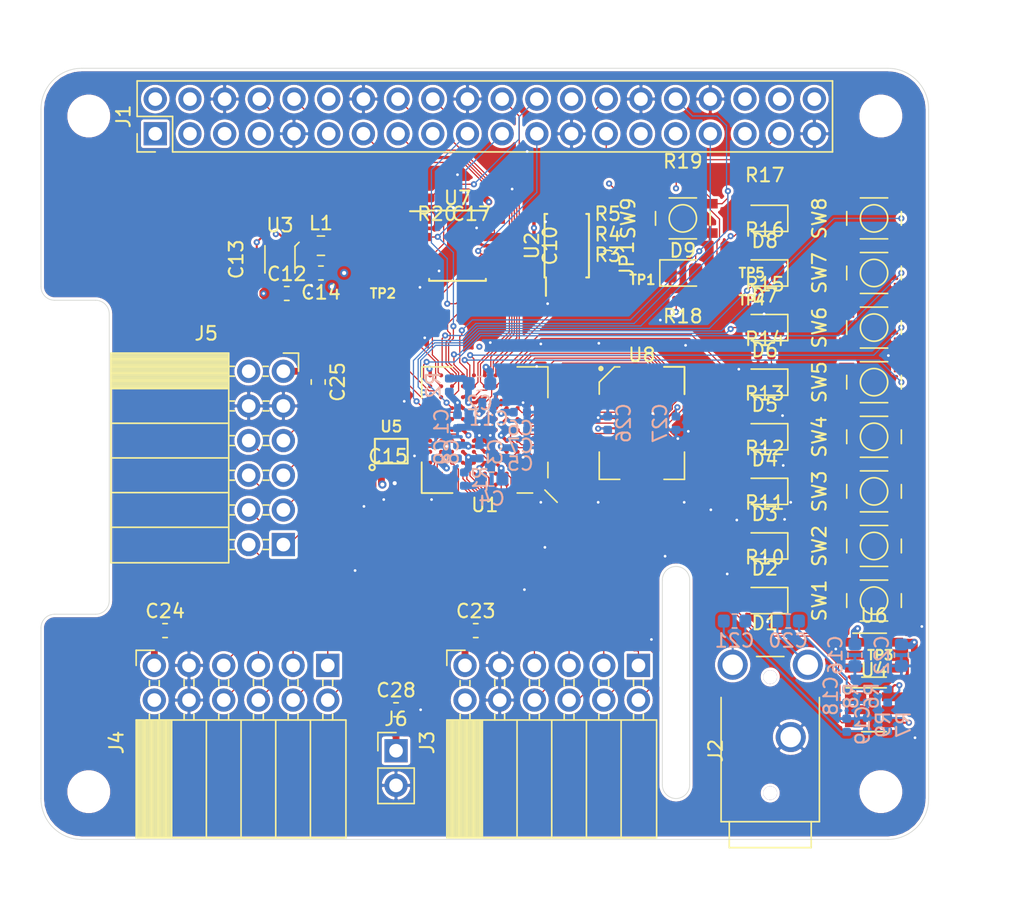
<source format=kicad_pcb>
(kicad_pcb (version 20171130) (host pcbnew 5.1.2+dfsg1-1)
  (layers (0 F.Cu signal) (1 In1.Cu power hide) (2 In2.Cu power) (31 B.Cu signal) (34 B.Paste user) (35 F.Paste user) (36 B.SilkS user hide) (37 F.SilkS user hide) (38 B.Mask user) (39 F.Mask user) (44 Edge.Cuts user))
  (net 0 "")
  (net 1 GND)
  (net 2 +1V2)
  (net 3 "Net-(C2-Pad2)")
  (net 4 "Net-(C2-Pad1)")
  (net 5 "Net-(C4-Pad2)")
  (net 6 "Net-(C4-Pad1)")
  (net 7 +3V3)
  (net 8 +5V)
  (net 9 "Net-(C13-Pad2)")
  (net 10 "Net-(C18-Pad1)")
  (net 11 "Net-(C19-Pad1)")
  (net 12 "Net-(C20-Pad1)")
  (net 13 "Net-(C21-Pad1)")
  (net 14 +3.3VDAC)
  (net 15 "Net-(D1-Pad1)")
  (net 16 /LED0)
  (net 17 /LED1)
  (net 18 "Net-(D2-Pad1)")
  (net 19 "Net-(D3-Pad1)")
  (net 20 /LED2)
  (net 21 /LED3)
  (net 22 "Net-(D4-Pad1)")
  (net 23 /LED4)
  (net 24 "Net-(D5-Pad1)")
  (net 25 "Net-(D6-Pad1)")
  (net 26 /LED5)
  (net 27 /LED6)
  (net 28 "Net-(D7-Pad1)")
  (net 29 "Net-(D8-Pad1)")
  (net 30 /LED7)
  (net 31 /GP13_FPGA_CDONE)
  (net 32 "Net-(J1-Pad3)")
  (net 33 "Net-(J1-Pad5)")
  (net 34 "Net-(J1-Pad7)")
  (net 35 /GP14_UART_TXD)
  (net 36 /GP15_UART_RXD)
  (net 37 "Net-(J1-Pad11)")
  (net 38 "Net-(J1-Pad12)")
  (net 39 /GP27_SDIO_DAT3)
  (net 40 /GP22_SDIO_CLK)
  (net 41 /GP23_SDIO_CMD)
  (net 42 /GP24_SDIO_DAT0)
  (net 43 /GP10_SPI_MOSI)
  (net 44 /GP9_SPI_MISO)
  (net 45 /GP25_SDIO_DAT1)
  (net 46 /GP11_SPI_SCK)
  (net 47 /GP8_SPI_~CS)
  (net 48 "Net-(J1-Pad26)")
  (net 49 /ID_SD)
  (net 50 /ID_SC)
  (net 51 "Net-(J1-Pad29)")
  (net 52 "Net-(J1-Pad31)")
  (net 53 /GP12_FPGA_~RST)
  (net 54 "Net-(J1-Pad35)")
  (net 55 "Net-(J1-Pad36)")
  (net 56 /GP26_SDIO_DAT2)
  (net 57 "Net-(J1-Pad38)")
  (net 58 "Net-(J1-Pad40)")
  (net 59 /IO0_0)
  (net 60 /IO0_1)
  (net 61 /IO0_2)
  (net 62 /IO0_3)
  (net 63 /IO0_4)
  (net 64 /IO0_5)
  (net 65 /IO0_6)
  (net 66 /IO0_7)
  (net 67 /IO1_7)
  (net 68 /IO1_6)
  (net 69 /IO1_5)
  (net 70 /IO1_4)
  (net 71 /IO1_3)
  (net 72 /IO1_2)
  (net 73 /IO1_1)
  (net 74 /IO1_0)
  (net 75 /IO2_0)
  (net 76 /IO2_1)
  (net 77 /IO2_2)
  (net 78 /IO2_3)
  (net 79 /IO2_4)
  (net 80 /IO2_5)
  (net 81 /IO2_6)
  (net 82 /IO2_7)
  (net 83 "Net-(JP1-Pad1)")
  (net 84 "Net-(L1-Pad1)")
  (net 85 "Net-(R6-Pad2)")
  (net 86 "Net-(R7-Pad2)")
  (net 87 /SW0)
  (net 88 /SW1)
  (net 89 /SW2)
  (net 90 /SW3)
  (net 91 /SW4)
  (net 92 /SW5)
  (net 93 /SW6)
  (net 94 /SW7)
  (net 95 /SRAM_DQ0)
  (net 96 /SRAM_DQ5)
  (net 97 /SRAM_DQ7)
  (net 98 /SRAM_DQ6)
  (net 99 /SRAM_DQ12)
  (net 100 /SRAM_A9)
  (net 101 /SRAM_A2)
  (net 102 /SRAM_A4)
  (net 103 /SRAM_A5)
  (net 104 /SRAM_A10)
  (net 105 /SRAM_DQ1)
  (net 106 /SRAM_DQ4)
  (net 107 /SRAM_DQ8)
  (net 108 /SRAM_DQ10)
  (net 109 /SRAM_DQ13)
  (net 110 /SRAM_DQ15)
  (net 111 /SRAM_A3)
  (net 112 /SRAM_A7)
  (net 113 /SRAM_A6)
  (net 114 /SRAM_A12)
  (net 115 /SRAM_DQ3)
  (net 116 /SRAM_DQ9)
  (net 117 /SRAM_DQ11)
  (net 118 /SRAM_A8)
  (net 119 /SRAM_A0)
  (net 120 /SRAM_A1)
  (net 121 /SRAM_A11)
  (net 122 /SRAM_A13)
  (net 123 /SRAM_A15)
  (net 124 /SRAM_DQ2)
  (net 125 /SRAM_DQ14)
  (net 126 /SRAM_A14)
  (net 127 /SRAM_A17)
  (net 128 /SRAM_A16)
  (net 129 /SRAM_~WE)
  (net 130 /SRAM_~OE)
  (net 131 /SRAM_~LB)
  (net 132 /SRAM_~UB)
  (net 133 /AUDIO_R_PWM)
  (net 134 "Net-(U1-PadB10)")
  (net 135 /CLK_OSC)
  (net 136 /AUDIO_L_PWM)
  (module Capacitor_SMD:C_0603_1608Metric (layer F.Cu) (at 109.0875 121.2)
    (fp_text reference C24 (at 0 -1.43) (layer F.SilkS))
    (fp_text value 1u)
    (pad 1 smd roundrect (at -0.7875 0) (size 0.875 0.95) (layers F.Cu F.Paste F.Mask) (net 7 +3V3))
    (pad 2 smd roundrect (at 0.7875 0) (size 0.875 0.95) (layers F.Cu F.Paste F.Mask) (net 1 GND))
  )
  (module Connector_PinHeader_2.54mm:PinHeader_2x20_P2.54mm_Vertical (layer F.Cu) (at 108.37 84.8 90)
    (fp_text reference J1 (at 1.27 -2.33 90) (layer F.SilkS))
    (fp_text value 2x20)
    (pad 1 thru_hole rect (at 0 0 90) (size 1.7 1.7) (drill 1) (layers *.Cu *.Mask) (net 7 +3V3))
    (pad 2 thru_hole oval (at 2.54 0 90) (size 1.7 1.7) (drill 1) (layers *.Cu *.Mask) (net 8 +5V))
    (pad 3 thru_hole oval (at 0 2.54 90) (size 1.7 1.7) (drill 1) (layers *.Cu *.Mask) (net 32 "Net-(J1-Pad3)"))
    (pad 4 thru_hole oval (at 2.54 2.54 90) (size 1.7 1.7) (drill 1) (layers *.Cu *.Mask) (net 8 +5V))
    (pad 5 thru_hole oval (at 0 5.08 90) (size 1.7 1.7) (drill 1) (layers *.Cu *.Mask) (net 33 "Net-(J1-Pad5)"))
    (pad 6 thru_hole oval (at 2.54 5.08 90) (size 1.7 1.7) (drill 1) (layers *.Cu *.Mask) (net 1 GND))
    (pad 7 thru_hole oval (at 0 7.62 90) (size 1.7 1.7) (drill 1) (layers *.Cu *.Mask) (net 34 "Net-(J1-Pad7)"))
    (pad 8 thru_hole oval (at 2.54 7.62 90) (size 1.7 1.7) (drill 1) (layers *.Cu *.Mask) (net 35 /GP14_UART_TXD))
    (pad 9 thru_hole oval (at 0 10.16 90) (size 1.7 1.7) (drill 1) (layers *.Cu *.Mask) (net 1 GND))
    (pad 10 thru_hole oval (at 2.54 10.16 90) (size 1.7 1.7) (drill 1) (layers *.Cu *.Mask) (net 36 /GP15_UART_RXD))
    (pad 11 thru_hole oval (at 0 12.7 90) (size 1.7 1.7) (drill 1) (layers *.Cu *.Mask) (net 37 "Net-(J1-Pad11)"))
    (pad 12 thru_hole oval (at 2.54 12.7 90) (size 1.7 1.7) (drill 1) (layers *.Cu *.Mask) (net 38 "Net-(J1-Pad12)"))
    (pad 13 thru_hole oval (at 0 15.24 90) (size 1.7 1.7) (drill 1) (layers *.Cu *.Mask) (net 39 /GP27_SDIO_DAT3))
    (pad 14 thru_hole oval (at 2.54 15.24 90) (size 1.7 1.7) (drill 1) (layers *.Cu *.Mask) (net 1 GND))
    (pad 15 thru_hole oval (at 0 17.78 90) (size 1.7 1.7) (drill 1) (layers *.Cu *.Mask) (net 40 /GP22_SDIO_CLK))
    (pad 16 thru_hole oval (at 2.54 17.78 90) (size 1.7 1.7) (drill 1) (layers *.Cu *.Mask) (net 41 /GP23_SDIO_CMD))
    (pad 17 thru_hole oval (at 0 20.32 90) (size 1.7 1.7) (drill 1) (layers *.Cu *.Mask) (net 7 +3V3))
    (pad 18 thru_hole oval (at 2.54 20.32 90) (size 1.7 1.7) (drill 1) (layers *.Cu *.Mask) (net 42 /GP24_SDIO_DAT0))
    (pad 19 thru_hole oval (at 0 22.86 90) (size 1.7 1.7) (drill 1) (layers *.Cu *.Mask) (net 43 /GP10_SPI_MOSI))
    (pad 20 thru_hole oval (at 2.54 22.86 90) (size 1.7 1.7) (drill 1) (layers *.Cu *.Mask) (net 1 GND))
    (pad 21 thru_hole oval (at 0 25.4 90) (size 1.7 1.7) (drill 1) (layers *.Cu *.Mask) (net 44 /GP9_SPI_MISO))
    (pad 22 thru_hole oval (at 2.54 25.4 90) (size 1.7 1.7) (drill 1) (layers *.Cu *.Mask) (net 45 /GP25_SDIO_DAT1))
    (pad 23 thru_hole oval (at 0 27.94 90) (size 1.7 1.7) (drill 1) (layers *.Cu *.Mask) (net 46 /GP11_SPI_SCK))
    (pad 24 thru_hole oval (at 2.54 27.94 90) (size 1.7 1.7) (drill 1) (layers *.Cu *.Mask) (net 47 /GP8_SPI_~CS))
    (pad 25 thru_hole oval (at 0 30.48 90) (size 1.7 1.7) (drill 1) (layers *.Cu *.Mask) (net 1 GND))
    (pad 26 thru_hole oval (at 2.54 30.48 90) (size 1.7 1.7) (drill 1) (layers *.Cu *.Mask) (net 48 "Net-(J1-Pad26)"))
    (pad 27 thru_hole oval (at 0 33.02 90) (size 1.7 1.7) (drill 1) (layers *.Cu *.Mask) (net 49 /ID_SD))
    (pad 28 thru_hole oval (at 2.54 33.02 90) (size 1.7 1.7) (drill 1) (layers *.Cu *.Mask) (net 50 /ID_SC))
    (pad 29 thru_hole oval (at 0 35.56 90) (size 1.7 1.7) (drill 1) (layers *.Cu *.Mask) (net 51 "Net-(J1-Pad29)"))
    (pad 30 thru_hole oval (at 2.54 35.56 90) (size 1.7 1.7) (drill 1) (layers *.Cu *.Mask) (net 1 GND))
    (pad 31 thru_hole oval (at 0 38.1 90) (size 1.7 1.7) (drill 1) (layers *.Cu *.Mask) (net 52 "Net-(J1-Pad31)"))
    (pad 32 thru_hole oval (at 2.54 38.1 90) (size 1.7 1.7) (drill 1) (layers *.Cu *.Mask) (net 53 /GP12_FPGA_~RST))
    (pad 33 thru_hole oval (at 0 40.64 90) (size 1.7 1.7) (drill 1) (layers *.Cu *.Mask) (net 31 /GP13_FPGA_CDONE))
    (pad 34 thru_hole oval (at 2.54 40.64 90) (size 1.7 1.7) (drill 1) (layers *.Cu *.Mask) (net 1 GND))
    (pad 35 thru_hole oval (at 0 43.18 90) (size 1.7 1.7) (drill 1) (layers *.Cu *.Mask) (net 54 "Net-(J1-Pad35)"))
    (pad 36 thru_hole oval (at 2.54 43.18 90) (size 1.7 1.7) (drill 1) (layers *.Cu *.Mask) (net 55 "Net-(J1-Pad36)"))
    (pad 37 thru_hole oval (at 0 45.72 90) (size 1.7 1.7) (drill 1) (layers *.Cu *.Mask) (net 56 /GP26_SDIO_DAT2))
    (pad 38 thru_hole oval (at 2.54 45.72 90) (size 1.7 1.7) (drill 1) (layers *.Cu *.Mask) (net 57 "Net-(J1-Pad38)"))
    (pad 39 thru_hole oval (at 0 48.26 90) (size 1.7 1.7) (drill 1) (layers *.Cu *.Mask) (net 1 GND))
    (pad 40 thru_hole oval (at 2.54 48.26 90) (size 1.7 1.7) (drill 1) (layers *.Cu *.Mask) (net 58 "Net-(J1-Pad40)"))
  )
  (module fpga_hat:PTS815 (layer F.Cu) (at 161 103 270)
    (fp_text reference SW5 (at 0 4 270) (layer F.SilkS))
    (fp_text value PTS815)
    (pad 1 smd rect (at -1.075 -2) (size 1.1 0.7) (layers F.Cu F.Paste F.Mask) (net 91 /SW4))
    (pad 2 smd rect (at 1.075 -2) (size 1.1 0.7) (layers F.Cu F.Paste F.Mask) (net 1 GND))
    (pad ~ smd rect (at 1.075 2) (size 1.1 0.7) (layers F.Cu F.Paste F.Mask))
    (pad ~ smd rect (at -1.075 2) (size 1.1 0.7) (layers F.Cu F.Paste F.Mask))
  )
  (module fpga_hat:BGA-121_11x11_9.0x9.0mm (layer F.Cu) (at 132.5 106.5 180)
    (fp_text reference U1 (at 0 -5.5) (layer F.SilkS))
    (fp_text value iCE40-HX8k-BG121)
    (pad A1 smd circle (at -4 -4 180) (size 0.3 0.3) (layers F.Cu F.Paste F.Mask) (net 97 /SRAM_DQ7))
    (pad B1 smd circle (at -4 -3.2 180) (size 0.3 0.3) (layers F.Cu F.Paste F.Mask) (net 129 /SRAM_~WE))
    (pad C1 smd circle (at -4 -2.4 180) (size 0.3 0.3) (layers F.Cu F.Paste F.Mask) (net 100 /SRAM_A9))
    (pad D1 smd circle (at -4 -1.6 180) (size 0.3 0.3) (layers F.Cu F.Paste F.Mask) (net 114 /SRAM_A12))
    (pad E1 smd circle (at -4 -0.8 180) (size 0.3 0.3) (layers F.Cu F.Paste F.Mask) (net 125 /SRAM_DQ14))
    (pad F1 smd circle (at -4 0 180) (size 0.3 0.3) (layers F.Cu F.Paste F.Mask) (net 99 /SRAM_DQ12))
    (pad G1 smd circle (at -4 0.8 180) (size 0.3 0.3) (layers F.Cu F.Paste F.Mask) (net 107 /SRAM_DQ8))
    (pad H1 smd circle (at -4 1.6 180) (size 0.3 0.3) (layers F.Cu F.Paste F.Mask) (net 132 /SRAM_~UB))
    (pad J1 smd circle (at -4 2.4 180) (size 0.3 0.3) (layers F.Cu F.Paste F.Mask) (net 119 /SRAM_A0))
    (pad K1 smd circle (at -4 3.2 180) (size 0.3 0.3) (layers F.Cu F.Paste F.Mask) (net 102 /SRAM_A4))
    (pad L1 smd circle (at -4 4 180) (size 0.3 0.3) (layers F.Cu F.Paste F.Mask) (net 95 /SRAM_DQ0))
    (pad A2 smd circle (at -3.2 -4 180) (size 0.3 0.3) (layers F.Cu F.Paste F.Mask) (net 96 /SRAM_DQ5))
    (pad B2 smd circle (at -3.2 -3.2 180) (size 0.3 0.3) (layers F.Cu F.Paste F.Mask) (net 104 /SRAM_A10))
    (pad C2 smd circle (at -3.2 -2.4 180) (size 0.3 0.3) (layers F.Cu F.Paste F.Mask) (net 122 /SRAM_A13))
    (pad D2 smd circle (at -3.2 -1.6 180) (size 0.3 0.3) (layers F.Cu F.Paste F.Mask) (net 118 /SRAM_A8))
    (pad E2 smd circle (at -3.2 -0.8 180) (size 0.3 0.3) (layers F.Cu F.Paste F.Mask) (net 109 /SRAM_DQ13))
    (pad F2 smd circle (at -3.2 0 180) (size 0.3 0.3) (layers F.Cu F.Paste F.Mask) (net 116 /SRAM_DQ9))
    (pad G2 smd circle (at -3.2 0.8 180) (size 0.3 0.3) (layers F.Cu F.Paste F.Mask) (net 108 /SRAM_DQ10))
    (pad H2 smd circle (at -3.2 1.6 180) (size 0.3 0.3) (layers F.Cu F.Paste F.Mask) (net 130 /SRAM_~OE))
    (pad J2 smd circle (at -3.2 2.4 180) (size 0.3 0.3) (layers F.Cu F.Paste F.Mask) (net 111 /SRAM_A3))
    (pad K2 smd circle (at -3.2 3.2 180) (size 0.3 0.3) (layers F.Cu F.Paste F.Mask) (net 120 /SRAM_A1))
    (pad L2 smd circle (at -3.2 4 180) (size 0.3 0.3) (layers F.Cu F.Paste F.Mask) (net 113 /SRAM_A6))
    (pad A3 smd circle (at -2.4 -4 180) (size 0.3 0.3) (layers F.Cu F.Paste F.Mask) (net 106 /SRAM_DQ4))
    (pad B3 smd circle (at -2.4 -3.2 180) (size 0.3 0.3) (layers F.Cu F.Paste F.Mask) (net 98 /SRAM_DQ6))
    (pad C3 smd circle (at -2.4 -2.4 180) (size 0.3 0.3) (layers F.Cu F.Paste F.Mask) (net 123 /SRAM_A15))
    (pad D3 smd circle (at -2.4 -1.6 180) (size 0.3 0.3) (layers F.Cu F.Paste F.Mask) (net 121 /SRAM_A11))
    (pad E3 smd circle (at -2.4 -0.8 180) (size 0.3 0.3) (layers F.Cu F.Paste F.Mask) (net 126 /SRAM_A14))
    (pad F3 smd circle (at -2.4 0 180) (size 0.3 0.3) (layers F.Cu F.Paste F.Mask) (net 127 /SRAM_A17))
    (pad G3 smd circle (at -2.4 0.8 180) (size 0.3 0.3) (layers F.Cu F.Paste F.Mask) (net 117 /SRAM_DQ11))
    (pad H3 smd circle (at -2.4 1.6 180) (size 0.3 0.3) (layers F.Cu F.Paste F.Mask) (net 131 /SRAM_~LB))
    (pad J3 smd circle (at -2.4 2.4 180) (size 0.3 0.3) (layers F.Cu F.Paste F.Mask) (net 103 /SRAM_A5))
    (pad K3 smd circle (at -2.4 3.2 180) (size 0.3 0.3) (layers F.Cu F.Paste F.Mask) (net 101 /SRAM_A2))
    (pad L3 smd circle (at -2.4 4 180) (size 0.3 0.3) (layers F.Cu F.Paste F.Mask) (net 105 /SRAM_DQ1))
    (pad A4 smd circle (at -1.6 -4 180) (size 0.3 0.3) (layers F.Cu F.Paste F.Mask) (net 89 /SW2))
    (pad B4 smd circle (at -1.6 -3.2 180) (size 0.3 0.3) (layers F.Cu F.Paste F.Mask) (net 21 /LED3))
    (pad C4 smd circle (at -1.6 -2.4 180) (size 0.3 0.3) (layers F.Cu F.Paste F.Mask) (net 90 /SW3))
    (pad D4 smd circle (at -1.6 -1.6 180) (size 0.3 0.3) (layers F.Cu F.Paste F.Mask) (net 2 +1V2))
    (pad E4 smd circle (at -1.6 -0.8 180) (size 0.3 0.3) (layers F.Cu F.Paste F.Mask) (net 7 +3V3))
    (pad F4 smd circle (at -1.6 0 180) (size 0.3 0.3) (layers F.Cu F.Paste F.Mask) (net 110 /SRAM_DQ15))
    (pad G4 smd circle (at -1.6 0.8 180) (size 0.3 0.3) (layers F.Cu F.Paste F.Mask) (net 7 +3V3))
    (pad H4 smd circle (at -1.6 1.6 180) (size 0.3 0.3) (layers F.Cu F.Paste F.Mask) (net 2 +1V2))
    (pad J4 smd circle (at -1.6 2.4 180) (size 0.3 0.3) (layers F.Cu F.Paste F.Mask) (net 124 /SRAM_DQ2))
    (pad K4 smd circle (at -1.6 3.2 180) (size 0.3 0.3) (layers F.Cu F.Paste F.Mask) (net 115 /SRAM_DQ3))
    (pad L4 smd circle (at -1.6 4 180) (size 0.3 0.3) (layers F.Cu F.Paste F.Mask) (net 112 /SRAM_A7))
    (pad A5 smd circle (at -0.8 -4 180) (size 0.3 0.3) (layers F.Cu F.Paste F.Mask) (net 88 /SW1))
    (pad B5 smd circle (at -0.8 -3.2 180) (size 0.3 0.3) (layers F.Cu F.Paste F.Mask) (net 20 /LED2))
    (pad C5 smd circle (at -0.8 -2.4 180) (size 0.3 0.3) (layers F.Cu F.Paste F.Mask) (net 5 "Net-(C4-Pad2)"))
    (pad D5 smd circle (at -0.8 -1.6 180) (size 0.3 0.3) (layers F.Cu F.Paste F.Mask) (net 128 /SRAM_A16))
    (pad E5 smd circle (at -0.8 -0.8 180) (size 0.3 0.3) (layers F.Cu F.Paste F.Mask) (net 1 GND))
    (pad F5 smd circle (at -0.8 0 180) (size 0.3 0.3) (layers F.Cu F.Paste F.Mask) (net 1 GND))
    (pad G5 smd circle (at -0.8 0.8 180) (size 0.3 0.3) (layers F.Cu F.Paste F.Mask) (net 1 GND))
    (pad H5 smd circle (at -0.8 1.6 180) (size 0.3 0.3) (layers F.Cu F.Paste F.Mask) (net 1 GND))
    (pad J5 smd circle (at -0.8 2.4 180) (size 0.3 0.3) (layers F.Cu F.Paste F.Mask) (net 23 /LED4))
    (pad K5 smd circle (at -0.8 3.2 180) (size 0.3 0.3) (layers F.Cu F.Paste F.Mask) (net 56 /GP26_SDIO_DAT2))
    (pad L5 smd circle (at -0.8 4 180) (size 0.3 0.3) (layers F.Cu F.Paste F.Mask) (net 45 /GP25_SDIO_DAT1))
    (pad A6 smd circle (at 0 -4 180) (size 0.3 0.3) (layers F.Cu F.Paste F.Mask) (net 16 /LED0))
    (pad B6 smd circle (at 0 -3.2 180) (size 0.3 0.3) (layers F.Cu F.Paste F.Mask) (net 87 /SW0))
    (pad C6 smd circle (at 0 -2.4 180) (size 0.3 0.3) (layers F.Cu F.Paste F.Mask) (net 6 "Net-(C4-Pad1)"))
    (pad D6 smd circle (at 0 -1.6 180) (size 0.3 0.3) (layers F.Cu F.Paste F.Mask) (net 7 +3V3))
    (pad E6 smd circle (at 0 -0.8 180) (size 0.3 0.3) (layers F.Cu F.Paste F.Mask) (net 1 GND))
    (pad F6 smd circle (at 0 0 180) (size 0.3 0.3) (layers F.Cu F.Paste F.Mask) (net 1 GND))
    (pad G6 smd circle (at 0 0.8 180) (size 0.3 0.3) (layers F.Cu F.Paste F.Mask) (net 1 GND))
    (pad H6 smd circle (at 0 1.6 180) (size 0.3 0.3) (layers F.Cu F.Paste F.Mask) (net 7 +3V3))
    (pad J6 smd circle (at 0 2.4 180) (size 0.3 0.3) (layers F.Cu F.Paste F.Mask) (net 4 "Net-(C2-Pad1)"))
    (pad K6 smd circle (at 0 3.2 180) (size 0.3 0.3) (layers F.Cu F.Paste F.Mask) (net 40 /GP22_SDIO_CLK))
    (pad L6 smd circle (at 0 4 180) (size 0.3 0.3) (layers F.Cu F.Paste F.Mask) (net 3 "Net-(C2-Pad2)"))
    (pad A7 smd circle (at 0.8 -4 180) (size 0.3 0.3) (layers F.Cu F.Paste F.Mask) (net 63 /IO0_4))
    (pad B7 smd circle (at 0.8 -3.2 180) (size 0.3 0.3) (layers F.Cu F.Paste F.Mask) (net 136 /AUDIO_L_PWM))
    (pad C7 smd circle (at 0.8 -2.4 180) (size 0.3 0.3) (layers F.Cu F.Paste F.Mask) (net 133 /AUDIO_R_PWM))
    (pad D7 smd circle (at 0.8 -1.6 180) (size 0.3 0.3) (layers F.Cu F.Paste F.Mask) (net 17 /LED1))
    (pad E7 smd circle (at 0.8 -0.8 180) (size 0.3 0.3) (layers F.Cu F.Paste F.Mask) (net 1 GND))
    (pad F7 smd circle (at 0.8 0 180) (size 0.3 0.3) (layers F.Cu F.Paste F.Mask) (net 1 GND))
    (pad G7 smd circle (at 0.8 0.8 180) (size 0.3 0.3) (layers F.Cu F.Paste F.Mask) (net 1 GND))
    (pad H7 smd circle (at 0.8 1.6 180) (size 0.3 0.3) (layers F.Cu F.Paste F.Mask) (net 42 /GP24_SDIO_DAT0))
    (pad J7 smd circle (at 0.8 2.4 180) (size 0.3 0.3) (layers F.Cu F.Paste F.Mask) (net 41 /GP23_SDIO_CMD))
    (pad K7 smd circle (at 0.8 3.2 180) (size 0.3 0.3) (layers F.Cu F.Paste F.Mask) (net 39 /GP27_SDIO_DAT3))
    (pad L7 smd circle (at 0.8 4 180) (size 0.3 0.3) (layers F.Cu F.Paste F.Mask) (net 92 /SW5))
    (pad A8 smd circle (at 1.6 -4 180) (size 0.3 0.3) (layers F.Cu F.Paste F.Mask) (net 60 /IO0_1))
    (pad B8 smd circle (at 1.6 -3.2 180) (size 0.3 0.3) (layers F.Cu F.Paste F.Mask) (net 64 /IO0_5))
    (pad C8 smd circle (at 1.6 -2.4 180) (size 0.3 0.3) (layers F.Cu F.Paste F.Mask) (net 59 /IO0_0))
    (pad D8 smd circle (at 1.6 -1.6 180) (size 0.3 0.3) (layers F.Cu F.Paste F.Mask) (net 2 +1V2))
    (pad E8 smd circle (at 1.6 -0.8 180) (size 0.3 0.3) (layers F.Cu F.Paste F.Mask) (net 79 /IO2_4))
    (pad F8 smd circle (at 1.6 0 180) (size 0.3 0.3) (layers F.Cu F.Paste F.Mask) (net 7 +3V3))
    (pad G8 smd circle (at 1.6 0.8 180) (size 0.3 0.3) (layers F.Cu F.Paste F.Mask) (net 78 /IO2_3))
    (pad H8 smd circle (at 1.6 1.6 180) (size 0.3 0.3) (layers F.Cu F.Paste F.Mask) (net 2 +1V2))
    (pad J8 smd circle (at 1.6 2.4 180) (size 0.3 0.3) (layers F.Cu F.Paste F.Mask) (net 91 /SW4))
    (pad K8 smd circle (at 1.6 3.2 180) (size 0.3 0.3) (layers F.Cu F.Paste F.Mask) (net 31 /GP13_FPGA_CDONE))
    (pad L8 smd circle (at 1.6 4 180) (size 0.3 0.3) (layers F.Cu F.Paste F.Mask) (net 26 /LED5))
    (pad A9 smd circle (at 2.4 -4 180) (size 0.3 0.3) (layers F.Cu F.Paste F.Mask) (net 61 /IO0_2))
    (pad B9 smd circle (at 2.4 -3.2 180) (size 0.3 0.3) (layers F.Cu F.Paste F.Mask) (net 66 /IO0_7))
    (pad C9 smd circle (at 2.4 -2.4 180) (size 0.3 0.3) (layers F.Cu F.Paste F.Mask) (net 65 /IO0_6))
    (pad D9 smd circle (at 2.4 -1.6 180) (size 0.3 0.3) (layers F.Cu F.Paste F.Mask) (net 74 /IO1_0))
    (pad E9 smd circle (at 2.4 -0.8 180) (size 0.3 0.3) (layers F.Cu F.Paste F.Mask) (net 67 /IO1_7))
    (pad F9 smd circle (at 2.4 0 180) (size 0.3 0.3) (layers F.Cu F.Paste F.Mask) (net 76 /IO2_1))
    (pad G9 smd circle (at 2.4 0.8 180) (size 0.3 0.3) (layers F.Cu F.Paste F.Mask) (net 82 /IO2_7))
    (pad H9 smd circle (at 2.4 1.6 180) (size 0.3 0.3) (layers F.Cu F.Paste F.Mask) (net 94 /SW7))
    (pad J9 smd circle (at 2.4 2.4 180) (size 0.3 0.3) (layers F.Cu F.Paste F.Mask) (net 44 /GP9_SPI_MISO))
    (pad K9 smd circle (at 2.4 3.2 180) (size 0.3 0.3) (layers F.Cu F.Paste F.Mask) (net 43 /GP10_SPI_MOSI))
    (pad L9 smd circle (at 2.4 4 180) (size 0.3 0.3) (layers F.Cu F.Paste F.Mask) (net 53 /GP12_FPGA_~RST))
    (pad A10 smd circle (at 3.2 -4 180) (size 0.3 0.3) (layers F.Cu F.Paste F.Mask) (net 62 /IO0_3))
    (pad B10 smd circle (at 3.2 -3.2 180) (size 0.3 0.3) (layers F.Cu F.Paste F.Mask) (net 134 "Net-(U1-PadB10)"))
    (pad C10 smd circle (at 3.2 -2.4 180) (size 0.3 0.3) (layers F.Cu F.Paste F.Mask) (net 7 +3V3))
    (pad D10 smd circle (at 3.2 -1.6 180) (size 0.3 0.3) (layers F.Cu F.Paste F.Mask) (net 73 /IO1_1))
    (pad E10 smd circle (at 3.2 -0.8 180) (size 0.3 0.3) (layers F.Cu F.Paste F.Mask) (net 135 /CLK_OSC))
    (pad F10 smd circle (at 3.2 0 180) (size 0.3 0.3) (layers F.Cu F.Paste F.Mask) (net 75 /IO2_0))
    (pad G10 smd circle (at 3.2 0.8 180) (size 0.3 0.3) (layers F.Cu F.Paste F.Mask) (net 81 /IO2_6))
    (pad H10 smd circle (at 3.2 1.6 180) (size 0.3 0.3) (layers F.Cu F.Paste F.Mask) (net 35 /GP14_UART_TXD))
    (pad J10 smd circle (at 3.2 2.4 180) (size 0.3 0.3) (layers F.Cu F.Paste F.Mask) (net 36 /GP15_UART_RXD))
    (pad K10 smd circle (at 3.2 3.2 180) (size 0.3 0.3) (layers F.Cu F.Paste F.Mask) (net 47 /GP8_SPI_~CS))
    (pad L10 smd circle (at 3.2 4 180) (size 0.3 0.3) (layers F.Cu F.Paste F.Mask) (net 46 /GP11_SPI_SCK))
    (pad A11 smd circle (at 4 -4 180) (size 0.3 0.3) (layers F.Cu F.Paste F.Mask) (net 70 /IO1_4))
    (pad B11 smd circle (at 4 -3.2 180) (size 0.3 0.3) (layers F.Cu F.Paste F.Mask) (net 69 /IO1_5))
    (pad C11 smd circle (at 4 -2.4 180) (size 0.3 0.3) (layers F.Cu F.Paste F.Mask) (net 68 /IO1_6))
    (pad D11 smd circle (at 4 -1.6 180) (size 0.3 0.3) (layers F.Cu F.Paste F.Mask) (net 72 /IO1_2))
    (pad E11 smd circle (at 4 -0.8 180) (size 0.3 0.3) (layers F.Cu F.Paste F.Mask) (net 71 /IO1_3))
    (pad F11 smd circle (at 4 0 180) (size 0.3 0.3) (layers F.Cu F.Paste F.Mask) (net 80 /IO2_5))
    (pad G11 smd circle (at 4 0.8 180) (size 0.3 0.3) (layers F.Cu F.Paste F.Mask) (net 77 /IO2_2))
    (pad H11 smd circle (at 4 1.6 180) (size 0.3 0.3) (layers F.Cu F.Paste F.Mask) (net 30 /LED7))
    (pad J11 smd circle (at 4 2.4 180) (size 0.3 0.3) (layers F.Cu F.Paste F.Mask) (net 27 /LED6))
    (pad K11 smd circle (at 4 3.2 180) (size 0.3 0.3) (layers F.Cu F.Paste F.Mask) (net 93 /SW6))
    (pad L11 smd circle (at 4 4 180) (size 0.3 0.3) (layers F.Cu F.Paste F.Mask) (net 7 +3V3))
  )
  (module Capacitor_SMD:C_0402_1005Metric (layer B.Cu) (at 128.9 108.1 90)
    (fp_text reference C8 (at 0 1.17 90) (layer B.SilkS) (effects (justify mirror)))
    (fp_text value 100n)
    (pad 2 smd roundrect (at 0.485 0 90) (size 0.59 0.64) (layers B.Cu B.Paste B.Mask) (net 1 GND))
    (pad 1 smd roundrect (at -0.485 0 90) (size 0.59 0.64) (layers B.Cu B.Paste B.Mask) (net 7 +3V3))
  )
  (module fpga_hat:MOUNTHOLE_M2.5 (layer F.Cu) (at 161.5 83.5)
    (fp_text reference REF** hide)
    (fp_text value MOUNTHOLE_M2.5 hide)
    (pad "" np_thru_hole circle (at 0 0) (size 2.75 2.75) (drill 2.75) (layers *.Cu *.Mask) (thermal_gap 1.9))
  )
  (module fpga_hat:MOUNTHOLE_M2.5 (layer F.Cu) (at 161.5 133)
    (fp_text reference REF** hide)
    (fp_text value MOUNTHOLE_M2.5 hide)
    (pad "" np_thru_hole circle (at 0 0) (size 2.75 2.75) (drill 2.75) (layers *.Cu *.Mask) (thermal_gap 1.9))
  )
  (module fpga_hat:MOUNTHOLE_M2.5 (layer F.Cu) (at 103.5 133)
    (fp_text reference REF** hide)
    (fp_text value MOUNTHOLE_M2.5 hide)
    (pad "" np_thru_hole circle (at 0 0) (size 2.75 2.75) (drill 2.75) (layers *.Cu *.Mask) (thermal_gap 1.9))
  )
  (module fpga_hat:MOUNTHOLE_M2.5 (layer F.Cu) (at 103.5 83.5)
    (fp_text reference REF** hide)
    (fp_text value MOUNTHOLE_M2.5 hide)
    (pad "" np_thru_hole circle (at 0 0) (size 2.75 2.75) (drill 2.75) (layers *.Cu *.Mask) (thermal_gap 1.9))
  )
  (module Capacitor_SMD:C_0402_1005Metric (layer B.Cu) (at 130.5 105.885 270)
    (fp_text reference C1 (at 0 1.17 90) (layer B.SilkS) (effects (justify mirror)))
    (fp_text value 100n)
    (pad 2 smd roundrect (at 0.485 0 270) (size 0.59 0.64) (layers B.Cu B.Paste B.Mask) (net 1 GND))
    (pad 1 smd roundrect (at -0.485 0 270) (size 0.59 0.64) (layers B.Cu B.Paste B.Mask) (net 2 +1V2))
  )
  (module Capacitor_SMD:C_0603_1608Metric (layer B.Cu) (at 132.1125 103.1)
    (fp_text reference C2 (at 0 1.43) (layer B.SilkS) (effects (justify mirror)))
    (fp_text value 4u7)
    (pad 2 smd roundrect (at 0.7875 0) (size 0.875 0.95) (layers B.Cu B.Paste B.Mask) (net 3 "Net-(C2-Pad2)"))
    (pad 1 smd roundrect (at -0.7875 0) (size 0.875 0.95) (layers B.Cu B.Paste B.Mask) (net 4 "Net-(C2-Pad1)"))
  )
  (module Capacitor_SMD:C_0402_1005Metric (layer B.Cu) (at 132.1 108.1 90)
    (fp_text reference C3 (at 0 1.17 90) (layer B.SilkS) (effects (justify mirror)))
    (fp_text value 100n)
    (pad 1 smd roundrect (at -0.485 0 90) (size 0.59 0.64) (layers B.Cu B.Paste B.Mask) (net 2 +1V2))
    (pad 2 smd roundrect (at 0.485 0 90) (size 0.59 0.64) (layers B.Cu B.Paste B.Mask) (net 1 GND))
  )
  (module Capacitor_SMD:C_0603_1608Metric (layer B.Cu) (at 133 110.1)
    (fp_text reference C4 (at 0 1.43) (layer B.SilkS) (effects (justify mirror)))
    (fp_text value 4u7)
    (pad 1 smd roundrect (at -0.7875 0) (size 0.875 0.95) (layers B.Cu B.Paste B.Mask) (net 6 "Net-(C4-Pad1)"))
    (pad 2 smd roundrect (at 0.7875 0) (size 0.875 0.95) (layers B.Cu B.Paste B.Mask) (net 5 "Net-(C4-Pad2)"))
  )
  (module Capacitor_SMD:C_0402_1005Metric (layer B.Cu) (at 135.1 107.8)
    (fp_text reference C5 (at 0 1.17 180) (layer B.SilkS) (effects (justify mirror)))
    (fp_text value 100n)
    (pad 1 smd roundrect (at -0.485 0) (size 0.59 0.64) (layers B.Cu B.Paste B.Mask) (net 2 +1V2))
    (pad 2 smd roundrect (at 0.485 0) (size 0.59 0.64) (layers B.Cu B.Paste B.Mask) (net 1 GND))
  )
  (module Capacitor_SMD:C_0402_1005Metric (layer B.Cu) (at 135.1 105.2)
    (fp_text reference C6 (at 0 1.17) (layer B.SilkS) (effects (justify mirror)))
    (fp_text value 100n)
    (pad 2 smd roundrect (at 0.485 0) (size 0.59 0.64) (layers B.Cu B.Paste B.Mask) (net 1 GND))
    (pad 1 smd roundrect (at -0.485 0) (size 0.59 0.64) (layers B.Cu B.Paste B.Mask) (net 2 +1V2))
  )
  (module Capacitor_SMD:C_0402_1005Metric (layer B.Cu) (at 135.115 106.5)
    (fp_text reference C7 (at 0 1.17 180) (layer B.SilkS) (effects (justify mirror)))
    (fp_text value 100n)
    (pad 2 smd roundrect (at 0.485 0) (size 0.59 0.64) (layers B.Cu B.Paste B.Mask) (net 1 GND))
    (pad 1 smd roundrect (at -0.485 0) (size 0.59 0.64) (layers B.Cu B.Paste B.Mask) (net 7 +3V3))
  )
  (module Capacitor_SMD:C_0402_1005Metric (layer B.Cu) (at 130.5 108.1 270)
    (fp_text reference C9 (at 0 1.17 90) (layer B.SilkS) (effects (justify mirror)))
    (fp_text value 100n)
    (pad 2 smd roundrect (at 0.485 0 270) (size 0.59 0.64) (layers B.Cu B.Paste B.Mask) (net 1 GND))
    (pad 1 smd roundrect (at -0.485 0 270) (size 0.59 0.64) (layers B.Cu B.Paste B.Mask) (net 7 +3V3))
  )
  (module Capacitor_SMD:C_0402_1005Metric (layer F.Cu) (at 136.1 93 270)
    (fp_text reference C10 (at 0 -1.17 90) (layer F.SilkS))
    (fp_text value 100n)
    (pad 2 smd roundrect (at 0.485 0 270) (size 0.59 0.64) (layers F.Cu F.Paste F.Mask) (net 1 GND))
    (pad 1 smd roundrect (at -0.485 0 270) (size 0.59 0.64) (layers F.Cu F.Paste F.Mask) (net 7 +3V3))
  )
  (module Capacitor_SMD:C_0402_1005Metric (layer B.Cu) (at 132.8 104.5)
    (fp_text reference C11 (at 0 1.17) (layer B.SilkS) (effects (justify mirror)))
    (fp_text value 100n)
    (pad 1 smd roundrect (at -0.485 0) (size 0.59 0.64) (layers B.Cu B.Paste B.Mask) (net 7 +3V3))
    (pad 2 smd roundrect (at 0.485 0) (size 0.59 0.64) (layers B.Cu B.Paste B.Mask) (net 1 GND))
  )
  (module Capacitor_SMD:C_0603_1608Metric (layer F.Cu) (at 118 96.5)
    (fp_text reference C12 (at 0 -1.43) (layer F.SilkS))
    (fp_text value 4u7)
    (pad 2 smd roundrect (at 0.7875 0) (size 0.875 0.95) (layers F.Cu F.Paste F.Mask) (net 1 GND))
    (pad 1 smd roundrect (at -0.7875 0) (size 0.875 0.95) (layers F.Cu F.Paste F.Mask) (net 8 +5V))
  )
  (module Capacitor_SMD:C_0402_1005Metric (layer F.Cu) (at 115.8 94 270)
    (fp_text reference C13 (at 0 1.5 90) (layer F.SilkS))
    (fp_text value 560p)
    (pad 1 smd roundrect (at -0.485 0 270) (size 0.59 0.64) (layers F.Cu F.Paste F.Mask) (net 2 +1V2))
    (pad 2 smd roundrect (at 0.485 0 270) (size 0.59 0.64) (layers F.Cu F.Paste F.Mask) (net 9 "Net-(C13-Pad2)"))
  )
  (module Capacitor_SMD:C_0603_1608Metric (layer F.Cu) (at 120.5 95 180)
    (fp_text reference C14 (at 0 -1.43) (layer F.SilkS))
    (fp_text value 4u7)
    (pad 2 smd roundrect (at 0.7875 0 180) (size 0.875 0.95) (layers F.Cu F.Paste F.Mask) (net 1 GND))
    (pad 1 smd roundrect (at -0.7875 0 180) (size 0.875 0.95) (layers F.Cu F.Paste F.Mask) (net 2 +1V2))
  )
  (module Capacitor_SMD:C_0402_1005Metric (layer F.Cu) (at 125.415 109.6)
    (fp_text reference C15 (at 0 -1.17) (layer F.SilkS))
    (fp_text value 100n)
    (pad 2 smd roundrect (at 0.485 0) (size 0.59 0.64) (layers F.Cu F.Paste F.Mask) (net 1 GND))
    (pad 1 smd roundrect (at -0.485 0) (size 0.59 0.64) (layers F.Cu F.Paste F.Mask) (net 7 +3V3))
  )
  (module Capacitor_SMD:C_0603_1608Metric (layer B.Cu) (at 159.6 123 270)
    (fp_text reference C16 (at 0 1.43 90) (layer B.SilkS) (effects (justify mirror)))
    (fp_text value 1u)
    (pad 1 smd roundrect (at -0.7875 0 270) (size 0.875 0.95) (layers B.Cu B.Paste B.Mask) (net 8 +5V))
    (pad 2 smd roundrect (at 0.7875 0 270) (size 0.875 0.95) (layers B.Cu B.Paste B.Mask) (net 1 GND))
  )
  (module Capacitor_SMD:C_0402_1005Metric (layer F.Cu) (at 131.5 89.5 180)
    (fp_text reference C17 (at 0 -1.17) (layer F.SilkS))
    (fp_text value 100n)
    (pad 1 smd roundrect (at -0.485 0 180) (size 0.59 0.64) (layers F.Cu F.Paste F.Mask) (net 7 +3V3))
    (pad 2 smd roundrect (at 0.485 0 180) (size 0.59 0.64) (layers F.Cu F.Paste F.Mask) (net 1 GND))
  )
  (module Capacitor_SMD:C_0402_1005Metric (layer B.Cu) (at 159 125.985 270)
    (fp_text reference C18 (at 0 1.17 90) (layer B.SilkS) (effects (justify mirror)))
    (fp_text value 100n)
    (pad 1 smd roundrect (at -0.485 0 270) (size 0.59 0.64) (layers B.Cu B.Paste B.Mask) (net 10 "Net-(C18-Pad1)"))
    (pad 2 smd roundrect (at 0.485 0 270) (size 0.59 0.64) (layers B.Cu B.Paste B.Mask) (net 1 GND))
  )
  (module Capacitor_SMD:C_0402_1005Metric (layer B.Cu) (at 159 128.135 90)
    (fp_text reference C19 (at 0 1.17 90) (layer B.SilkS) (effects (justify mirror)))
    (fp_text value 100n)
    (pad 1 smd roundrect (at -0.485 0 90) (size 0.59 0.64) (layers B.Cu B.Paste B.Mask) (net 11 "Net-(C19-Pad1)"))
    (pad 2 smd roundrect (at 0.485 0 90) (size 0.59 0.64) (layers B.Cu B.Paste B.Mask) (net 1 GND))
  )
  (module Capacitor_SMD:C_0603_1608Metric (layer B.Cu) (at 154.7125 120.5)
    (fp_text reference C20 (at 0 1.43) (layer B.SilkS) (effects (justify mirror)))
    (fp_text value 4u7)
    (pad 1 smd roundrect (at -0.7875 0) (size 0.875 0.95) (layers B.Cu B.Paste B.Mask) (net 12 "Net-(C20-Pad1)"))
    (pad 2 smd roundrect (at 0.7875 0) (size 0.875 0.95) (layers B.Cu B.Paste B.Mask) (net 10 "Net-(C18-Pad1)"))
  )
  (module Capacitor_SMD:C_0603_1608Metric (layer B.Cu) (at 150.7875 120.5)
    (fp_text reference C21 (at 0 1.43) (layer B.SilkS) (effects (justify mirror)))
    (fp_text value 4u7)
    (pad 1 smd roundrect (at -0.7875 0) (size 0.875 0.95) (layers B.Cu B.Paste B.Mask) (net 13 "Net-(C21-Pad1)"))
    (pad 2 smd roundrect (at 0.7875 0) (size 0.875 0.95) (layers B.Cu B.Paste B.Mask) (net 11 "Net-(C19-Pad1)"))
  )
  (module Capacitor_SMD:C_0603_1608Metric (layer B.Cu) (at 163 123 270)
    (fp_text reference C22 (at 0 1.43 90) (layer B.SilkS) (effects (justify mirror)))
    (fp_text value 1u)
    (pad 2 smd roundrect (at 0.7875 0 270) (size 0.875 0.95) (layers B.Cu B.Paste B.Mask) (net 1 GND))
    (pad 1 smd roundrect (at -0.7875 0 270) (size 0.875 0.95) (layers B.Cu B.Paste B.Mask) (net 14 +3.3VDAC))
  )
  (module Capacitor_SMD:C_0603_1608Metric (layer F.Cu) (at 131.8375 121.2)
    (fp_text reference C23 (at 0 -1.43) (layer F.SilkS))
    (fp_text value 1u)
    (pad 2 smd roundrect (at 0.7875 0) (size 0.875 0.95) (layers F.Cu F.Paste F.Mask) (net 1 GND))
    (pad 1 smd roundrect (at -0.7875 0) (size 0.875 0.95) (layers F.Cu F.Paste F.Mask) (net 7 +3V3))
  )
  (module Capacitor_SMD:C_0603_1608Metric (layer F.Cu) (at 120.3 102.9875 270)
    (fp_text reference C25 (at 0 -1.43 90) (layer F.SilkS))
    (fp_text value 1u)
    (pad 2 smd roundrect (at 0.7875 0 270) (size 0.875 0.95) (layers F.Cu F.Paste F.Mask) (net 1 GND))
    (pad 1 smd roundrect (at -0.7875 0 270) (size 0.875 0.95) (layers F.Cu F.Paste F.Mask) (net 7 +3V3))
  )
  (module Capacitor_SMD:C_0402_1005Metric (layer B.Cu) (at 141.5 106 90)
    (fp_text reference C26 (at 0 1.17 270) (layer B.SilkS) (effects (justify mirror)))
    (fp_text value 100n)
    (pad 1 smd roundrect (at -0.485 0 90) (size 0.59 0.64) (layers B.Cu B.Paste B.Mask) (net 7 +3V3))
    (pad 2 smd roundrect (at 0.485 0 90) (size 0.59 0.64) (layers B.Cu B.Paste B.Mask) (net 1 GND))
  )
  (module Capacitor_SMD:C_0402_1005Metric (layer B.Cu) (at 146.5 106 270)
    (fp_text reference C27 (at 0 1.17 270) (layer B.SilkS) (effects (justify mirror)))
    (fp_text value 100n)
    (pad 2 smd roundrect (at 0.485 0 270) (size 0.59 0.64) (layers B.Cu B.Paste B.Mask) (net 1 GND))
    (pad 1 smd roundrect (at -0.485 0 270) (size 0.59 0.64) (layers B.Cu B.Paste B.Mask) (net 7 +3V3))
  )
  (module Capacitor_SMD:C_0603_1608Metric (layer F.Cu) (at 126 127)
    (fp_text reference C28 (at 0 -1.43) (layer F.SilkS))
    (fp_text value 1u)
    (pad 1 smd roundrect (at -0.7875 0) (size 0.875 0.95) (layers F.Cu F.Paste F.Mask) (net 8 +5V))
    (pad 2 smd roundrect (at 0.7875 0) (size 0.875 0.95) (layers F.Cu F.Paste F.Mask) (net 1 GND))
  )
  (module LED_SMD:LED_0805_2012Metric (layer F.Cu) (at 153 119 180)
    (fp_text reference D1 (at 0 -1.65) (layer F.SilkS))
    (fp_text value LED)
    (pad 1 smd roundrect (at -0.9375 0 180) (size 0.975 1.4) (layers F.Cu F.Paste F.Mask) (net 15 "Net-(D1-Pad1)"))
    (pad 2 smd roundrect (at 0.9375 0 180) (size 0.975 1.4) (layers F.Cu F.Paste F.Mask) (net 16 /LED0))
  )
  (module LED_SMD:LED_0805_2012Metric (layer F.Cu) (at 153 115 180)
    (fp_text reference D2 (at 0 -1.65) (layer F.SilkS))
    (fp_text value LED)
    (pad 1 smd roundrect (at -0.9375 0 180) (size 0.975 1.4) (layers F.Cu F.Paste F.Mask) (net 18 "Net-(D2-Pad1)"))
    (pad 2 smd roundrect (at 0.9375 0 180) (size 0.975 1.4) (layers F.Cu F.Paste F.Mask) (net 17 /LED1))
  )
  (module LED_SMD:LED_0805_2012Metric (layer F.Cu) (at 153 111 180)
    (fp_text reference D3 (at 0 -1.65) (layer F.SilkS))
    (fp_text value LED)
    (pad 2 smd roundrect (at 0.9375 0 180) (size 0.975 1.4) (layers F.Cu F.Paste F.Mask) (net 20 /LED2))
    (pad 1 smd roundrect (at -0.9375 0 180) (size 0.975 1.4) (layers F.Cu F.Paste F.Mask) (net 19 "Net-(D3-Pad1)"))
  )
  (module LED_SMD:LED_0805_2012Metric (layer F.Cu) (at 153 107 180)
    (fp_text reference D4 (at 0 -1.65) (layer F.SilkS))
    (fp_text value LED)
    (pad 1 smd roundrect (at -0.9375 0 180) (size 0.975 1.4) (layers F.Cu F.Paste F.Mask) (net 22 "Net-(D4-Pad1)"))
    (pad 2 smd roundrect (at 0.9375 0 180) (size 0.975 1.4) (layers F.Cu F.Paste F.Mask) (net 21 /LED3))
  )
  (module LED_SMD:LED_0805_2012Metric (layer F.Cu) (at 153 103 180)
    (fp_text reference D5 (at 0 -1.65) (layer F.SilkS))
    (fp_text value LED)
    (pad 2 smd roundrect (at 0.9375 0 180) (size 0.975 1.4) (layers F.Cu F.Paste F.Mask) (net 23 /LED4))
    (pad 1 smd roundrect (at -0.9375 0 180) (size 0.975 1.4) (layers F.Cu F.Paste F.Mask) (net 24 "Net-(D5-Pad1)"))
  )
  (module LED_SMD:LED_0805_2012Metric (layer F.Cu) (at 153 99 180)
    (fp_text reference D6 (at 0 -1.65) (layer F.SilkS))
    (fp_text value LED)
    (pad 1 smd roundrect (at -0.9375 0 180) (size 0.975 1.4) (layers F.Cu F.Paste F.Mask) (net 25 "Net-(D6-Pad1)"))
    (pad 2 smd roundrect (at 0.9375 0 180) (size 0.975 1.4) (layers F.Cu F.Paste F.Mask) (net 26 /LED5))
  )
  (module LED_SMD:LED_0805_2012Metric (layer F.Cu) (at 153 95 180)
    (fp_text reference D7 (at 0 -1.65) (layer F.SilkS))
    (fp_text value LED)
    (pad 2 smd roundrect (at 0.9375 0 180) (size 0.975 1.4) (layers F.Cu F.Paste F.Mask) (net 27 /LED6))
    (pad 1 smd roundrect (at -0.9375 0 180) (size 0.975 1.4) (layers F.Cu F.Paste F.Mask) (net 28 "Net-(D7-Pad1)"))
  )
  (module LED_SMD:LED_0805_2012Metric (layer F.Cu) (at 153 91 180)
    (fp_text reference D8 (at 0 -1.65) (layer F.SilkS))
    (fp_text value LED)
    (pad 1 smd roundrect (at -0.9375 0 180) (size 0.975 1.4) (layers F.Cu F.Paste F.Mask) (net 29 "Net-(D8-Pad1)"))
    (pad 2 smd roundrect (at 0.9375 0 180) (size 0.975 1.4) (layers F.Cu F.Paste F.Mask) (net 30 /LED7))
  )
  (module LED_SMD:LED_0805_2012Metric (layer F.Cu) (at 147 95)
    (fp_text reference D9 (at 0 -1.65) (layer F.SilkS))
    (fp_text value LED)
    (pad 2 smd roundrect (at 0.9375 0) (size 0.975 1.4) (layers F.Cu F.Paste F.Mask) (net 31 /GP13_FPGA_CDONE))
    (pad 1 smd roundrect (at -0.9375 0) (size 0.975 1.4) (layers F.Cu F.Paste F.Mask) (net 1 GND))
  )
  (module fpga_hat:STX-3000_TRS_3.5mm (layer F.Cu) (at 153.4 129 90)
    (fp_text reference J2 (at -1 -4 90) (layer F.SilkS))
    (fp_text value AudioJack3)
    (pad ~ thru_hole circle (at -4.1 0 90) (size 1 1) (drill 1) (layers *.Cu *.Mask))
    (pad ~ thru_hole circle (at 4.4 0 90) (size 1 1) (drill 1) (layers *.Cu *.Mask))
    (pad S thru_hole circle (at 0 1.5 90) (size 2.2 2.2) (drill 1.5) (layers *.Cu *.Mask) (net 1 GND))
    (pad R thru_hole circle (at 5.3 -2.75 90) (size 2.2 2.2) (drill 1.5) (layers *.Cu *.Mask) (net 13 "Net-(C21-Pad1)"))
    (pad T thru_hole circle (at 5.3 2.75 90) (size 2.2 2.2) (drill 1.5) (layers *.Cu *.Mask) (net 12 "Net-(C20-Pad1)"))
  )
  (module fpga_hat:PinSocket_2x06_P2.54mm_Horizontal (layer F.Cu) (at 143.75 123.75 90)
    (fp_text reference J3 (at -5.65 -15.47 90) (layer F.SilkS))
    (fp_text value Conn_02x06_Top_Bottom)
    (pad 6 thru_hole circle (at 0 -12.7 90) (size 1.7 1.7) (drill 1) (layers *.Cu *.Mask) (net 7 +3V3))
    (pad 12 thru_hole oval (at -2.54 -12.7 90) (size 1.7 1.7) (drill 1) (layers *.Cu *.Mask) (net 7 +3V3))
    (pad 5 thru_hole oval (at 0 -10.16 90) (size 1.7 1.7) (drill 1) (layers *.Cu *.Mask) (net 1 GND))
    (pad 11 thru_hole oval (at -2.54 -10.16 90) (size 1.7 1.7) (drill 1) (layers *.Cu *.Mask) (net 1 GND))
    (pad 4 thru_hole oval (at 0 -7.62 90) (size 1.7 1.7) (drill 1) (layers *.Cu *.Mask) (net 62 /IO0_3))
    (pad 10 thru_hole oval (at -2.54 -7.62 90) (size 1.7 1.7) (drill 1) (layers *.Cu *.Mask) (net 66 /IO0_7))
    (pad 3 thru_hole oval (at 0 -5.08 90) (size 1.7 1.7) (drill 1) (layers *.Cu *.Mask) (net 61 /IO0_2))
    (pad 9 thru_hole oval (at -2.54 -5.08 90) (size 1.7 1.7) (drill 1) (layers *.Cu *.Mask) (net 65 /IO0_6))
    (pad 2 thru_hole oval (at 0 -2.54 90) (size 1.7 1.7) (drill 1) (layers *.Cu *.Mask) (net 60 /IO0_1))
    (pad 8 thru_hole oval (at -2.54 -2.54 90) (size 1.7 1.7) (drill 1) (layers *.Cu *.Mask) (net 64 /IO0_5))
    (pad 1 thru_hole rect (at 0 0 90) (size 1.7 1.7) (drill 1) (layers *.Cu *.Mask) (net 59 /IO0_0))
    (pad 7 thru_hole oval (at -2.54 0 90) (size 1.7 1.7) (drill 1) (layers *.Cu *.Mask) (net 63 /IO0_4))
  )
  (module fpga_hat:PinSocket_2x06_P2.54mm_Horizontal (layer F.Cu) (at 121 123.75 90)
    (fp_text reference J4 (at -5.65 -15.47 90) (layer F.SilkS))
    (fp_text value Conn_02x06_Top_Bottom)
    (pad 7 thru_hole oval (at -2.54 0 90) (size 1.7 1.7) (drill 1) (layers *.Cu *.Mask) (net 70 /IO1_4))
    (pad 1 thru_hole rect (at 0 0 90) (size 1.7 1.7) (drill 1) (layers *.Cu *.Mask) (net 74 /IO1_0))
    (pad 8 thru_hole oval (at -2.54 -2.54 90) (size 1.7 1.7) (drill 1) (layers *.Cu *.Mask) (net 69 /IO1_5))
    (pad 2 thru_hole oval (at 0 -2.54 90) (size 1.7 1.7) (drill 1) (layers *.Cu *.Mask) (net 73 /IO1_1))
    (pad 9 thru_hole oval (at -2.54 -5.08 90) (size 1.7 1.7) (drill 1) (layers *.Cu *.Mask) (net 68 /IO1_6))
    (pad 3 thru_hole oval (at 0 -5.08 90) (size 1.7 1.7) (drill 1) (layers *.Cu *.Mask) (net 72 /IO1_2))
    (pad 10 thru_hole oval (at -2.54 -7.62 90) (size 1.7 1.7) (drill 1) (layers *.Cu *.Mask) (net 67 /IO1_7))
    (pad 4 thru_hole oval (at 0 -7.62 90) (size 1.7 1.7) (drill 1) (layers *.Cu *.Mask) (net 71 /IO1_3))
    (pad 11 thru_hole oval (at -2.54 -10.16 90) (size 1.7 1.7) (drill 1) (layers *.Cu *.Mask) (net 1 GND))
    (pad 5 thru_hole oval (at 0 -10.16 90) (size 1.7 1.7) (drill 1) (layers *.Cu *.Mask) (net 1 GND))
    (pad 12 thru_hole oval (at -2.54 -12.7 90) (size 1.7 1.7) (drill 1) (layers *.Cu *.Mask) (net 7 +3V3))
    (pad 6 thru_hole circle (at 0 -12.7 90) (size 1.7 1.7) (drill 1) (layers *.Cu *.Mask) (net 7 +3V3))
  )
  (module fpga_hat:PinSocket_2x06_P2.54mm_Horizontal (layer F.Cu) (at 117.75 114.9)
    (fp_text reference J5 (at -5.65 -15.47) (layer F.SilkS))
    (fp_text value Conn_02x06_Top_Bottom)
    (pad 6 thru_hole circle (at 0 -12.7) (size 1.7 1.7) (drill 1) (layers *.Cu *.Mask) (net 7 +3V3))
    (pad 12 thru_hole oval (at -2.54 -12.7) (size 1.7 1.7) (drill 1) (layers *.Cu *.Mask) (net 7 +3V3))
    (pad 5 thru_hole oval (at 0 -10.16) (size 1.7 1.7) (drill 1) (layers *.Cu *.Mask) (net 1 GND))
    (pad 11 thru_hole oval (at -2.54 -10.16) (size 1.7 1.7) (drill 1) (layers *.Cu *.Mask) (net 1 GND))
    (pad 4 thru_hole oval (at 0 -7.62) (size 1.7 1.7) (drill 1) (layers *.Cu *.Mask) (net 78 /IO2_3))
    (pad 10 thru_hole oval (at -2.54 -7.62) (size 1.7 1.7) (drill 1) (layers *.Cu *.Mask) (net 82 /IO2_7))
    (pad 3 thru_hole oval (at 0 -5.08) (size 1.7 1.7) (drill 1) (layers *.Cu *.Mask) (net 77 /IO2_2))
    (pad 9 thru_hole oval (at -2.54 -5.08) (size 1.7 1.7) (drill 1) (layers *.Cu *.Mask) (net 81 /IO2_6))
    (pad 2 thru_hole oval (at 0 -2.54) (size 1.7 1.7) (drill 1) (layers *.Cu *.Mask) (net 76 /IO2_1))
    (pad 8 thru_hole oval (at -2.54 -2.54) (size 1.7 1.7) (drill 1) (layers *.Cu *.Mask) (net 80 /IO2_5))
    (pad 1 thru_hole rect (at 0 0) (size 1.7 1.7) (drill 1) (layers *.Cu *.Mask) (net 75 /IO2_0))
    (pad 7 thru_hole oval (at -2.54 0) (size 1.7 1.7) (drill 1) (layers *.Cu *.Mask) (net 79 /IO2_4))
  )
  (module Connector_PinHeader_2.54mm:PinHeader_1x02_P2.54mm_Vertical (layer F.Cu) (at 126 130)
    (fp_text reference J6 (at 0 -2.33) (layer F.SilkS))
    (fp_text value Conn_01x02)
    (pad 1 thru_hole rect (at 0 0) (size 1.7 1.7) (drill 1) (layers *.Cu *.Mask) (net 8 +5V))
    (pad 2 thru_hole oval (at 0 2.54) (size 1.7 1.7) (drill 1) (layers *.Cu *.Mask) (net 1 GND))
  )
  (module fpga_hat:SOLDER_JUMP (layer F.Cu) (at 141.5 94 90)
    (fp_text reference JP1 (at 0 1.4 90) (layer F.SilkS))
    (fp_text value "Solder jumper")
    (pad 1 smd rect (at 0 -0.275 90) (size 0.4 0.4) (layers F.Cu F.Paste F.Mask) (net 83 "Net-(JP1-Pad1)"))
    (pad 2 smd rect (at 0 0.275 90) (size 0.4 0.4) (layers F.Cu F.Paste F.Mask) (net 1 GND))
  )
  (module Inductor_SMD:L_0805_2012Metric (layer F.Cu) (at 120.5 93)
    (fp_text reference L1 (at 0 -1.65) (layer F.SilkS))
    (fp_text value 1u)
    (pad 1 smd roundrect (at -0.9375 0) (size 0.975 1.4) (layers F.Cu F.Paste F.Mask) (net 84 "Net-(L1-Pad1)"))
    (pad 2 smd roundrect (at 0.9375 0) (size 0.975 1.4) (layers F.Cu F.Paste F.Mask) (net 2 +1V2))
  )
  (module Resistor_SMD:R_0402_1005Metric (layer B.Cu) (at 131 110.1 90)
    (fp_text reference R1 (at 0 1.17 90) (layer B.SilkS) (effects (justify mirror)))
    (fp_text value 100)
    (pad 1 smd roundrect (at -0.485 0 90) (size 0.59 0.64) (layers B.Cu B.Paste B.Mask) (net 6 "Net-(C4-Pad1)"))
    (pad 2 smd roundrect (at 0.485 0 90) (size 0.59 0.64) (layers B.Cu B.Paste B.Mask) (net 2 +1V2))
  )
  (module Resistor_SMD:R_0402_1005Metric (layer B.Cu) (at 129.9 103.215 270)
    (fp_text reference R2 (at 0 1.17 90) (layer B.SilkS) (effects (justify mirror)))
    (fp_text value 100)
    (pad 2 smd roundrect (at 0.485 0 270) (size 0.59 0.64) (layers B.Cu B.Paste B.Mask) (net 2 +1V2))
    (pad 1 smd roundrect (at -0.485 0 270) (size 0.59 0.64) (layers B.Cu B.Paste B.Mask) (net 4 "Net-(C2-Pad1)"))
  )
  (module Resistor_SMD:R_0402_1005Metric (layer F.Cu) (at 141.5 92.5 180)
    (fp_text reference R3 (at 0 -1.17) (layer F.SilkS))
    (fp_text value 470)
    (pad 1 smd roundrect (at -0.485 0 180) (size 0.59 0.64) (layers F.Cu F.Paste F.Mask) (net 7 +3V3))
    (pad 2 smd roundrect (at 0.485 0 180) (size 0.59 0.64) (layers F.Cu F.Paste F.Mask) (net 83 "Net-(JP1-Pad1)"))
  )
  (module Resistor_SMD:R_0402_1005Metric (layer F.Cu) (at 141.5 91 180)
    (fp_text reference R4 (at 0 -1.17) (layer F.SilkS))
    (fp_text value 4k7)
    (pad 1 smd roundrect (at -0.485 0 180) (size 0.59 0.64) (layers F.Cu F.Paste F.Mask) (net 7 +3V3))
    (pad 2 smd roundrect (at 0.485 0 180) (size 0.59 0.64) (layers F.Cu F.Paste F.Mask) (net 50 /ID_SC))
  )
  (module Resistor_SMD:R_0402_1005Metric (layer F.Cu) (at 141.5 89.5 180)
    (fp_text reference R5 (at 0 -1.17) (layer F.SilkS))
    (fp_text value 4k7)
    (pad 2 smd roundrect (at 0.485 0 180) (size 0.59 0.64) (layers F.Cu F.Paste F.Mask) (net 49 /ID_SD))
    (pad 1 smd roundrect (at -0.485 0 180) (size 0.59 0.64) (layers F.Cu F.Paste F.Mask) (net 7 +3V3))
  )
  (module Resistor_SMD:R_0402_1005Metric (layer B.Cu) (at 162 125.985 270)
    (fp_text reference R6 (at 0 1.17 90) (layer B.SilkS) (effects (justify mirror)))
    (fp_text value 220)
    (pad 2 smd roundrect (at 0.485 0 270) (size 0.59 0.64) (layers B.Cu B.Paste B.Mask) (net 85 "Net-(R6-Pad2)"))
    (pad 1 smd roundrect (at -0.485 0 270) (size 0.59 0.64) (layers B.Cu B.Paste B.Mask) (net 10 "Net-(C18-Pad1)"))
  )
  (module Resistor_SMD:R_0402_1005Metric (layer B.Cu) (at 162 128.085 90)
    (fp_text reference R7 (at 0 1.17 90) (layer B.SilkS) (effects (justify mirror)))
    (fp_text value 220)
    (pad 2 smd roundrect (at 0.485 0 90) (size 0.59 0.64) (layers B.Cu B.Paste B.Mask) (net 86 "Net-(R7-Pad2)"))
    (pad 1 smd roundrect (at -0.485 0 90) (size 0.59 0.64) (layers B.Cu B.Paste B.Mask) (net 11 "Net-(C19-Pad1)"))
  )
  (module Resistor_SMD:R_0402_1005Metric (layer B.Cu) (at 160.5 125.985 270)
    (fp_text reference R8 (at 0 1.17 90) (layer B.SilkS) (effects (justify mirror)))
    (fp_text value 100)
    (pad 1 smd roundrect (at -0.485 0 270) (size 0.59 0.64) (layers B.Cu B.Paste B.Mask) (net 10 "Net-(C18-Pad1)"))
    (pad 2 smd roundrect (at 0.485 0 270) (size 0.59 0.64) (layers B.Cu B.Paste B.Mask) (net 1 GND))
  )
  (module Resistor_SMD:R_0402_1005Metric (layer B.Cu) (at 160.5 128.085 90)
    (fp_text reference R9 (at 0 1.17 90) (layer B.SilkS) (effects (justify mirror)))
    (fp_text value 100)
    (pad 1 smd roundrect (at -0.485 0 90) (size 0.59 0.64) (layers B.Cu B.Paste B.Mask) (net 11 "Net-(C19-Pad1)"))
    (pad 2 smd roundrect (at 0.485 0 90) (size 0.59 0.64) (layers B.Cu B.Paste B.Mask) (net 1 GND))
  )
  (module Resistor_SMD:R_0402_1005Metric (layer F.Cu) (at 153 117)
    (fp_text reference R10 (at 0 -1.17) (layer F.SilkS))
    (fp_text value 470)
    (pad 1 smd roundrect (at -0.485 0) (size 0.59 0.64) (layers F.Cu F.Paste F.Mask) (net 1 GND))
    (pad 2 smd roundrect (at 0.485 0) (size 0.59 0.64) (layers F.Cu F.Paste F.Mask) (net 15 "Net-(D1-Pad1)"))
  )
  (module Resistor_SMD:R_0402_1005Metric (layer F.Cu) (at 153 113)
    (fp_text reference R11 (at 0 -1.17) (layer F.SilkS))
    (fp_text value 470)
    (pad 1 smd roundrect (at -0.485 0) (size 0.59 0.64) (layers F.Cu F.Paste F.Mask) (net 1 GND))
    (pad 2 smd roundrect (at 0.485 0) (size 0.59 0.64) (layers F.Cu F.Paste F.Mask) (net 18 "Net-(D2-Pad1)"))
  )
  (module Resistor_SMD:R_0402_1005Metric (layer F.Cu) (at 153 109)
    (fp_text reference R12 (at 0 -1.17) (layer F.SilkS))
    (fp_text value 470)
    (pad 2 smd roundrect (at 0.485 0) (size 0.59 0.64) (layers F.Cu F.Paste F.Mask) (net 19 "Net-(D3-Pad1)"))
    (pad 1 smd roundrect (at -0.485 0) (size 0.59 0.64) (layers F.Cu F.Paste F.Mask) (net 1 GND))
  )
  (module Resistor_SMD:R_0402_1005Metric (layer F.Cu) (at 152.985 105)
    (fp_text reference R13 (at 0 -1.17) (layer F.SilkS))
    (fp_text value 470)
    (pad 1 smd roundrect (at -0.485 0) (size 0.59 0.64) (layers F.Cu F.Paste F.Mask) (net 1 GND))
    (pad 2 smd roundrect (at 0.485 0) (size 0.59 0.64) (layers F.Cu F.Paste F.Mask) (net 22 "Net-(D4-Pad1)"))
  )
  (module Resistor_SMD:R_0402_1005Metric (layer F.Cu) (at 153 101)
    (fp_text reference R14 (at 0 -1.17) (layer F.SilkS))
    (fp_text value 470)
    (pad 2 smd roundrect (at 0.485 0) (size 0.59 0.64) (layers F.Cu F.Paste F.Mask) (net 24 "Net-(D5-Pad1)"))
    (pad 1 smd roundrect (at -0.485 0) (size 0.59 0.64) (layers F.Cu F.Paste F.Mask) (net 1 GND))
  )
  (module Resistor_SMD:R_0402_1005Metric (layer F.Cu) (at 153 97)
    (fp_text reference R15 (at 0 -1.17) (layer F.SilkS))
    (fp_text value 470)
    (pad 2 smd roundrect (at 0.485 0) (size 0.59 0.64) (layers F.Cu F.Paste F.Mask) (net 25 "Net-(D6-Pad1)"))
    (pad 1 smd roundrect (at -0.485 0) (size 0.59 0.64) (layers F.Cu F.Paste F.Mask) (net 1 GND))
  )
  (module Resistor_SMD:R_0402_1005Metric (layer F.Cu) (at 153 93)
    (fp_text reference R16 (at 0 -1.17) (layer F.SilkS))
    (fp_text value 470)
    (pad 1 smd roundrect (at -0.485 0) (size 0.59 0.64) (layers F.Cu F.Paste F.Mask) (net 1 GND))
    (pad 2 smd roundrect (at 0.485 0) (size 0.59 0.64) (layers F.Cu F.Paste F.Mask) (net 28 "Net-(D7-Pad1)"))
  )
  (module Resistor_SMD:R_0402_1005Metric (layer F.Cu) (at 153 89)
    (fp_text reference R17 (at 0 -1.17) (layer F.SilkS))
    (fp_text value 470)
    (pad 2 smd roundrect (at 0.485 0) (size 0.59 0.64) (layers F.Cu F.Paste F.Mask) (net 29 "Net-(D8-Pad1)"))
    (pad 1 smd roundrect (at -0.485 0) (size 0.59 0.64) (layers F.Cu F.Paste F.Mask) (net 1 GND))
  )
  (module Resistor_SMD:R_0402_1005Metric (layer F.Cu) (at 147 97 180)
    (fp_text reference R18 (at 0 -1.17) (layer F.SilkS))
    (fp_text value 470)
    (pad 1 smd roundrect (at -0.485 0 180) (size 0.59 0.64) (layers F.Cu F.Paste F.Mask) (net 31 /GP13_FPGA_CDONE))
    (pad 2 smd roundrect (at 0.485 0 180) (size 0.59 0.64) (layers F.Cu F.Paste F.Mask) (net 7 +3V3))
  )
  (module Resistor_SMD:R_0402_1005Metric (layer F.Cu) (at 147 88)
    (fp_text reference R19 (at 0 -1.17) (layer F.SilkS))
    (fp_text value 4k7)
    (pad 2 smd roundrect (at 0.485 0) (size 0.59 0.64) (layers F.Cu F.Paste F.Mask) (net 53 /GP12_FPGA_~RST))
    (pad 1 smd roundrect (at -0.485 0) (size 0.59 0.64) (layers F.Cu F.Paste F.Mask) (net 7 +3V3))
  )
  (module fpga_hat:PTS815 (layer F.Cu) (at 161 119 270)
    (fp_text reference SW1 (at 0 4 270) (layer F.SilkS))
    (fp_text value PTS815)
    (pad ~ smd rect (at -1.075 2) (size 1.1 0.7) (layers F.Cu F.Paste F.Mask))
    (pad ~ smd rect (at 1.075 2) (size 1.1 0.7) (layers F.Cu F.Paste F.Mask))
    (pad 2 smd rect (at 1.075 -2) (size 1.1 0.7) (layers F.Cu F.Paste F.Mask) (net 1 GND))
    (pad 1 smd rect (at -1.075 -2) (size 1.1 0.7) (layers F.Cu F.Paste F.Mask) (net 87 /SW0))
  )
  (module fpga_hat:PTS815 (layer F.Cu) (at 161 115 270)
    (fp_text reference SW2 (at 0 4 270) (layer F.SilkS))
    (fp_text value PTS815)
    (pad 1 smd rect (at -1.075 -2) (size 1.1 0.7) (layers F.Cu F.Paste F.Mask) (net 88 /SW1))
    (pad 2 smd rect (at 1.075 -2) (size 1.1 0.7) (layers F.Cu F.Paste F.Mask) (net 1 GND))
    (pad ~ smd rect (at 1.075 2) (size 1.1 0.7) (layers F.Cu F.Paste F.Mask))
    (pad ~ smd rect (at -1.075 2) (size 1.1 0.7) (layers F.Cu F.Paste F.Mask))
  )
  (module fpga_hat:PTS815 (layer F.Cu) (at 161 111 270)
    (fp_text reference SW3 (at 0 4 270) (layer F.SilkS))
    (fp_text value PTS815)
    (pad ~ smd rect (at -1.075 2) (size 1.1 0.7) (layers F.Cu F.Paste F.Mask))
    (pad ~ smd rect (at 1.075 2) (size 1.1 0.7) (layers F.Cu F.Paste F.Mask))
    (pad 2 smd rect (at 1.075 -2) (size 1.1 0.7) (layers F.Cu F.Paste F.Mask) (net 1 GND))
    (pad 1 smd rect (at -1.075 -2) (size 1.1 0.7) (layers F.Cu F.Paste F.Mask) (net 89 /SW2))
  )
  (module fpga_hat:PTS815 (layer F.Cu) (at 161 107 270)
    (fp_text reference SW4 (at 0 4 270) (layer F.SilkS))
    (fp_text value PTS815)
    (pad ~ smd rect (at -1.075 2) (size 1.1 0.7) (layers F.Cu F.Paste F.Mask))
    (pad ~ smd rect (at 1.075 2) (size 1.1 0.7) (layers F.Cu F.Paste F.Mask))
    (pad 2 smd rect (at 1.075 -2) (size 1.1 0.7) (layers F.Cu F.Paste F.Mask) (net 1 GND))
    (pad 1 smd rect (at -1.075 -2) (size 1.1 0.7) (layers F.Cu F.Paste F.Mask) (net 90 /SW3))
  )
  (module fpga_hat:PTS815 (layer F.Cu) (at 161 99 270)
    (fp_text reference SW6 (at 0 4 270) (layer F.SilkS))
    (fp_text value PTS815)
    (pad 1 smd rect (at -1.075 -2) (size 1.1 0.7) (layers F.Cu F.Paste F.Mask) (net 92 /SW5))
    (pad 2 smd rect (at 1.075 -2) (size 1.1 0.7) (layers F.Cu F.Paste F.Mask) (net 1 GND))
    (pad ~ smd rect (at 1.075 2) (size 1.1 0.7) (layers F.Cu F.Paste F.Mask))
    (pad ~ smd rect (at -1.075 2) (size 1.1 0.7) (layers F.Cu F.Paste F.Mask))
  )
  (module fpga_hat:PTS815 (layer F.Cu) (at 161 95 270)
    (fp_text reference SW7 (at 0 4 270) (layer F.SilkS))
    (fp_text value PTS815)
    (pad ~ smd rect (at -1.075 2) (size 1.1 0.7) (layers F.Cu F.Paste F.Mask))
    (pad ~ smd rect (at 1.075 2) (size 1.1 0.7) (layers F.Cu F.Paste F.Mask))
    (pad 2 smd rect (at 1.075 -2) (size 1.1 0.7) (layers F.Cu F.Paste F.Mask) (net 1 GND))
    (pad 1 smd rect (at -1.075 -2) (size 1.1 0.7) (layers F.Cu F.Paste F.Mask) (net 93 /SW6))
  )
  (module fpga_hat:PTS815 (layer F.Cu) (at 161 91 270)
    (fp_text reference SW8 (at 0 4 270) (layer F.SilkS))
    (fp_text value PTS815)
    (pad 1 smd rect (at -1.075 -2) (size 1.1 0.7) (layers F.Cu F.Paste F.Mask) (net 94 /SW7))
    (pad 2 smd rect (at 1.075 -2) (size 1.1 0.7) (layers F.Cu F.Paste F.Mask) (net 1 GND))
    (pad ~ smd rect (at 1.075 2) (size 1.1 0.7) (layers F.Cu F.Paste F.Mask))
    (pad ~ smd rect (at -1.075 2) (size 1.1 0.7) (layers F.Cu F.Paste F.Mask))
  )
  (module fpga_hat:PTS815 (layer F.Cu) (at 147 91 270)
    (fp_text reference SW9 (at 0 4 270) (layer F.SilkS))
    (fp_text value PTS815)
    (pad ~ smd rect (at -1.075 2) (size 1.1 0.7) (layers F.Cu F.Paste F.Mask))
    (pad ~ smd rect (at 1.075 2) (size 1.1 0.7) (layers F.Cu F.Paste F.Mask))
    (pad 2 smd rect (at 1.075 -2) (size 1.1 0.7) (layers F.Cu F.Paste F.Mask) (net 1 GND))
    (pad 1 smd rect (at -1.075 -2) (size 1.1 0.7) (layers F.Cu F.Paste F.Mask) (net 53 /GP12_FPGA_~RST))
  )
  (module fpga_hat:Testpoint_d0.7mm (layer F.Cu) (at 141.5 95.5)
    (fp_text reference TP1 (at 2.54 0) (layer F.SilkS) (effects (font (size 0.7 0.7))))
    (fp_text value TestPoint)
    (pad 1 smd circle (at 0 0) (size 0.7 0.7) (layers F.Cu F.Mask) (net 83 "Net-(JP1-Pad1)"))
  )
  (module fpga_hat:Testpoint_d0.7mm (layer F.Cu) (at 122.5 96.5)
    (fp_text reference TP2 (at 2.54 0) (layer F.SilkS) (effects (font (size 0.7 0.7))))
    (fp_text value TestPoint)
    (pad 1 smd circle (at 0 0) (size 0.7 0.7) (layers F.Cu F.Mask) (net 2 +1V2))
  )
  (module fpga_hat:Testpoint_d0.7mm (layer F.Cu) (at 164 123 180)
    (fp_text reference TP3 (at 2.54 0) (layer F.SilkS) (effects (font (size 0.7 0.7))))
    (fp_text value TestPoint)
    (pad 1 smd circle (at 0 0 180) (size 0.7 0.7) (layers F.Cu F.Mask) (net 14 +3.3VDAC))
  )
  (module fpga_hat:Testpoint_d0.7mm (layer F.Cu) (at 149.5 97)
    (fp_text reference TP4 (at 2.54 0) (layer F.SilkS) (effects (font (size 0.7 0.7))))
    (fp_text value TestPoint)
    (pad 1 smd circle (at 0 0) (size 0.7 0.7) (layers F.Cu F.Mask) (net 31 /GP13_FPGA_CDONE))
  )
  (module fpga_hat:Testpoint_d0.7mm (layer F.Cu) (at 149.5 95)
    (fp_text reference TP5 (at 2.54 0) (layer F.SilkS) (effects (font (size 0.7 0.7))))
    (fp_text value TestPoint)
    (pad 1 smd circle (at 0 0) (size 0.7 0.7) (layers F.Cu F.Mask) (net 53 /GP12_FPGA_~RST))
  )
  (module Package_SO:TSSOP-8_4.4x3mm_P0.65mm (layer F.Cu) (at 138.5 93 90)
    (fp_text reference U2 (at 0 -2.55 90) (layer F.SilkS))
    (fp_text value CAT24C32WI)
    (pad 1 smd rect (at -2.95 -0.975 90) (size 1.45 0.45) (layers F.Cu F.Paste F.Mask) (net 1 GND))
    (pad 2 smd rect (at -2.95 -0.325 90) (size 1.45 0.45) (layers F.Cu F.Paste F.Mask) (net 1 GND))
    (pad 3 smd rect (at -2.95 0.325 90) (size 1.45 0.45) (layers F.Cu F.Paste F.Mask) (net 1 GND))
    (pad 4 smd rect (at -2.95 0.975 90) (size 1.45 0.45) (layers F.Cu F.Paste F.Mask) (net 1 GND))
    (pad 5 smd rect (at 2.95 0.975 90) (size 1.45 0.45) (layers F.Cu F.Paste F.Mask) (net 49 /ID_SD))
    (pad 6 smd rect (at 2.95 0.325 90) (size 1.45 0.45) (layers F.Cu F.Paste F.Mask) (net 50 /ID_SC))
    (pad 7 smd rect (at 2.95 -0.325 90) (size 1.45 0.45) (layers F.Cu F.Paste F.Mask) (net 83 "Net-(JP1-Pad1)"))
    (pad 8 smd rect (at 2.95 -0.975 90) (size 1.45 0.45) (layers F.Cu F.Paste F.Mask) (net 7 +3V3))
  )
  (module fpga_hat:DFN8_2x2_0.5mm (layer F.Cu) (at 117.5 94 270)
    (fp_text reference U3 (at -2.5 0 180) (layer F.SilkS))
    (fp_text value MIC23050-4YML)
    (pad 1 smd rect (at -1 -0.75 270) (size 0.7 0.25) (layers F.Cu F.Paste F.Mask) (net 84 "Net-(L1-Pad1)"))
    (pad 2 smd rect (at -1 -0.25 270) (size 0.7 0.25) (layers F.Cu F.Paste F.Mask) (net 8 +5V))
    (pad 3 smd rect (at -1 0.25 270) (size 0.7 0.25) (layers F.Cu F.Paste F.Mask))
    (pad 4 smd rect (at -1 0.75 270) (size 0.7 0.25) (layers F.Cu F.Paste F.Mask) (net 2 +1V2))
    (pad 5 smd rect (at 1 0.75 270) (size 0.7 0.25) (layers F.Cu F.Paste F.Mask) (net 9 "Net-(C13-Pad2)"))
    (pad 8 smd rect (at 1 -0.75 270) (size 0.7 0.25) (layers F.Cu F.Paste F.Mask) (net 1 GND))
    (pad 7 smd rect (at 1 -0.25 270) (size 0.7 0.25) (layers F.Cu F.Paste F.Mask) (net 8 +5V))
    (pad 6 smd rect (at 1 0.25 270) (size 0.7 0.25) (layers F.Cu F.Paste F.Mask) (net 1 GND))
    (pad 8 smd roundrect (at 0 0 270) (size 0.6 1.2) (layers F.Cu F.Paste F.Mask) (roundrect_rratio 0.167) (net 1 GND))
  )
  (module Package_TO_SOT_SMD:SOT-23-6_Handsoldering (layer F.Cu) (at 161 127)
    (fp_text reference U4 (at 0 -2.9) (layer F.SilkS))
    (fp_text value 74LVC2G07)
    (pad 1 smd rect (at -1.35 -0.95) (size 1.56 0.65) (layers F.Cu F.Paste F.Mask) (net 136 /AUDIO_L_PWM))
    (pad 2 smd rect (at -1.35 0) (size 1.56 0.65) (layers F.Cu F.Paste F.Mask) (net 1 GND))
    (pad 3 smd rect (at -1.35 0.95) (size 1.56 0.65) (layers F.Cu F.Paste F.Mask) (net 133 /AUDIO_R_PWM))
    (pad 4 smd rect (at 1.35 0.95) (size 1.56 0.65) (layers F.Cu F.Paste F.Mask) (net 86 "Net-(R7-Pad2)"))
    (pad 6 smd rect (at 1.35 -0.95) (size 1.56 0.65) (layers F.Cu F.Paste F.Mask) (net 85 "Net-(R6-Pad2)"))
    (pad 5 smd rect (at 1.35 0) (size 1.56 0.65) (layers F.Cu F.Paste F.Mask) (net 14 +3.3VDAC))
  )
  (module fpga_hat:LGA4_1.6x1.2mm (layer F.Cu) (at 125.65 108.05)
    (fp_text reference U5 (at 0 -1.8) (layer F.SilkS) (effects (font (size 0.8 0.8))))
    (fp_text value DSC60XX)
    (pad 2 smd rect (at 0.65 0.45) (size 0.7 0.6) (layers F.Cu F.Paste F.Mask) (net 1 GND))
    (pad 1 smd rect (at -0.65 0.45) (size 0.7 0.6) (layers F.Cu F.Paste F.Mask) (net 7 +3V3))
    (pad 3 smd rect (at 0.65 -0.45) (size 0.7 0.6) (layers F.Cu F.Paste F.Mask) (net 135 /CLK_OSC))
    (pad 4 smd rect (at -0.65 -0.45) (size 0.7 0.6) (layers F.Cu F.Paste F.Mask) (net 7 +3V3))
  )
  (module Package_TO_SOT_SMD:SOT-23-5_HandSoldering (layer F.Cu) (at 161 123)
    (fp_text reference U6 (at 0 -2.9) (layer F.SilkS))
    (fp_text value NCP115ASN330T)
    (pad 1 smd rect (at -1.35 -0.95) (size 1.56 0.65) (layers F.Cu F.Paste F.Mask) (net 8 +5V))
    (pad 2 smd rect (at -1.35 0) (size 1.56 0.65) (layers F.Cu F.Paste F.Mask) (net 1 GND))
    (pad 3 smd rect (at -1.35 0.95) (size 1.56 0.65) (layers F.Cu F.Paste F.Mask) (net 8 +5V))
    (pad 4 smd rect (at 1.35 0.95) (size 1.56 0.65) (layers F.Cu F.Paste F.Mask))
    (pad 5 smd rect (at 1.35 -0.95) (size 1.56 0.65) (layers F.Cu F.Paste F.Mask) (net 14 +3.3VDAC))
  )
  (module Package_SO:SOIC-8_3.9x4.9mm_P1.27mm (layer F.Cu) (at 130.5 93)
    (fp_text reference U7 (at 0 -3.5) (layer F.SilkS))
    (fp_text value W25X40CL)
    (pad 1 smd rect (at -2.7 -1.905) (size 1.55 0.6) (layers F.Cu F.Paste F.Mask) (net 47 /GP8_SPI_~CS))
    (pad 2 smd rect (at -2.7 -0.635) (size 1.55 0.6) (layers F.Cu F.Paste F.Mask) (net 44 /GP9_SPI_MISO))
    (pad 3 smd rect (at -2.7 0.635) (size 1.55 0.6) (layers F.Cu F.Paste F.Mask) (net 7 +3V3))
    (pad 4 smd rect (at -2.7 1.905) (size 1.55 0.6) (layers F.Cu F.Paste F.Mask) (net 1 GND))
    (pad 5 smd rect (at 2.7 1.905) (size 1.55 0.6) (layers F.Cu F.Paste F.Mask) (net 43 /GP10_SPI_MOSI))
    (pad 6 smd rect (at 2.7 0.635) (size 1.55 0.6) (layers F.Cu F.Paste F.Mask) (net 46 /GP11_SPI_SCK))
    (pad 7 smd rect (at 2.7 -0.635) (size 1.55 0.6) (layers F.Cu F.Paste F.Mask) (net 7 +3V3))
    (pad 8 smd rect (at 2.7 -1.905) (size 1.55 0.6) (layers F.Cu F.Paste F.Mask) (net 7 +3V3))
  )
  (module fpga_hat:BGA-48_6x8_6.0x8.0mm (layer F.Cu) (at 144 106)
    (fp_text reference U8 (at 0 -5) (layer F.SilkS))
    (fp_text value IS61WV25616)
    (pad A1 smd circle (at -1.875 -2.625) (size 0.3 0.3) (layers F.Cu F.Paste F.Mask) (net 131 /SRAM_~LB))
    (pad B1 smd circle (at -1.875 -1.875) (size 0.3 0.3) (layers F.Cu F.Paste F.Mask) (net 107 /SRAM_DQ8))
    (pad C1 smd circle (at -1.875 -1.125) (size 0.3 0.3) (layers F.Cu F.Paste F.Mask) (net 116 /SRAM_DQ9))
    (pad D1 smd circle (at -1.875 -0.375) (size 0.3 0.3) (layers F.Cu F.Paste F.Mask) (net 1 GND))
    (pad E1 smd circle (at -1.875 0.375) (size 0.3 0.3) (layers F.Cu F.Paste F.Mask) (net 7 +3V3))
    (pad F1 smd circle (at -1.875 1.125) (size 0.3 0.3) (layers F.Cu F.Paste F.Mask) (net 125 /SRAM_DQ14))
    (pad G1 smd circle (at -1.875 1.875) (size 0.3 0.3) (layers F.Cu F.Paste F.Mask) (net 110 /SRAM_DQ15))
    (pad H1 smd circle (at -1.875 2.625) (size 0.3 0.3) (layers F.Cu F.Paste F.Mask))
    (pad A2 smd circle (at -1.125 -2.625) (size 0.3 0.3) (layers F.Cu F.Paste F.Mask) (net 130 /SRAM_~OE))
    (pad B2 smd circle (at -1.125 -1.875) (size 0.3 0.3) (layers F.Cu F.Paste F.Mask) (net 132 /SRAM_~UB))
    (pad C2 smd circle (at -1.125 -1.125) (size 0.3 0.3) (layers F.Cu F.Paste F.Mask) (net 108 /SRAM_DQ10))
    (pad D2 smd circle (at -1.125 -0.375) (size 0.3 0.3) (layers F.Cu F.Paste F.Mask) (net 117 /SRAM_DQ11))
    (pad E2 smd circle (at -1.125 0.375) (size 0.3 0.3) (layers F.Cu F.Paste F.Mask) (net 99 /SRAM_DQ12))
    (pad F2 smd circle (at -1.125 1.125) (size 0.3 0.3) (layers F.Cu F.Paste F.Mask) (net 109 /SRAM_DQ13))
    (pad G2 smd circle (at -1.125 1.875) (size 0.3 0.3) (layers F.Cu F.Paste F.Mask))
    (pad H2 smd circle (at -1.125 2.625) (size 0.3 0.3) (layers F.Cu F.Paste F.Mask) (net 118 /SRAM_A8))
    (pad A3 smd circle (at -0.375 -2.625) (size 0.3 0.3) (layers F.Cu F.Paste F.Mask) (net 119 /SRAM_A0))
    (pad B3 smd circle (at -0.375 -1.875) (size 0.3 0.3) (layers F.Cu F.Paste F.Mask) (net 111 /SRAM_A3))
    (pad C3 smd circle (at -0.375 -1.125) (size 0.3 0.3) (layers F.Cu F.Paste F.Mask) (net 103 /SRAM_A5))
    (pad D3 smd circle (at -0.375 -0.375) (size 0.3 0.3) (layers F.Cu F.Paste F.Mask) (net 127 /SRAM_A17))
    (pad E3 smd circle (at -0.375 0.375) (size 0.3 0.3) (layers F.Cu F.Paste F.Mask))
    (pad F3 smd circle (at -0.375 1.125) (size 0.3 0.3) (layers F.Cu F.Paste F.Mask) (net 126 /SRAM_A14))
    (pad G3 smd circle (at -0.375 1.875) (size 0.3 0.3) (layers F.Cu F.Paste F.Mask) (net 114 /SRAM_A12))
    (pad H3 smd circle (at -0.375 2.625) (size 0.3 0.3) (layers F.Cu F.Paste F.Mask) (net 100 /SRAM_A9))
    (pad A4 smd circle (at 0.375 -2.625) (size 0.3 0.3) (layers F.Cu F.Paste F.Mask) (net 120 /SRAM_A1))
    (pad B4 smd circle (at 0.375 -1.875) (size 0.3 0.3) (layers F.Cu F.Paste F.Mask) (net 102 /SRAM_A4))
    (pad C4 smd circle (at 0.375 -1.125) (size 0.3 0.3) (layers F.Cu F.Paste F.Mask) (net 113 /SRAM_A6))
    (pad D4 smd circle (at 0.375 -0.375) (size 0.3 0.3) (layers F.Cu F.Paste F.Mask) (net 112 /SRAM_A7))
    (pad E4 smd circle (at 0.375 0.375) (size 0.3 0.3) (layers F.Cu F.Paste F.Mask) (net 128 /SRAM_A16))
    (pad F4 smd circle (at 0.375 1.125) (size 0.3 0.3) (layers F.Cu F.Paste F.Mask) (net 123 /SRAM_A15))
    (pad G4 smd circle (at 0.375 1.875) (size 0.3 0.3) (layers F.Cu F.Paste F.Mask) (net 122 /SRAM_A13))
    (pad H4 smd circle (at 0.375 2.625) (size 0.3 0.3) (layers F.Cu F.Paste F.Mask) (net 104 /SRAM_A10))
    (pad A5 smd circle (at 1.125 -2.625) (size 0.3 0.3) (layers F.Cu F.Paste F.Mask) (net 101 /SRAM_A2))
    (pad B5 smd circle (at 1.125 -1.875) (size 0.3 0.3) (layers F.Cu F.Paste F.Mask) (net 1 GND))
    (pad C5 smd circle (at 1.125 -1.125) (size 0.3 0.3) (layers F.Cu F.Paste F.Mask) (net 105 /SRAM_DQ1))
    (pad D5 smd circle (at 1.125 -0.375) (size 0.3 0.3) (layers F.Cu F.Paste F.Mask) (net 115 /SRAM_DQ3))
    (pad E5 smd circle (at 1.125 0.375) (size 0.3 0.3) (layers F.Cu F.Paste F.Mask) (net 106 /SRAM_DQ4))
    (pad F5 smd circle (at 1.125 1.125) (size 0.3 0.3) (layers F.Cu F.Paste F.Mask) (net 96 /SRAM_DQ5))
    (pad G5 smd circle (at 1.125 1.875) (size 0.3 0.3) (layers F.Cu F.Paste F.Mask) (net 129 /SRAM_~WE))
    (pad H5 smd circle (at 1.125 2.625) (size 0.3 0.3) (layers F.Cu F.Paste F.Mask) (net 121 /SRAM_A11))
    (pad A6 smd circle (at 1.875 -2.625) (size 0.3 0.3) (layers F.Cu F.Paste F.Mask))
    (pad B6 smd circle (at 1.875 -1.875) (size 0.3 0.3) (layers F.Cu F.Paste F.Mask) (net 95 /SRAM_DQ0))
    (pad C6 smd circle (at 1.875 -1.125) (size 0.3 0.3) (layers F.Cu F.Paste F.Mask) (net 124 /SRAM_DQ2))
    (pad D6 smd circle (at 1.875 -0.375) (size 0.3 0.3) (layers F.Cu F.Paste F.Mask) (net 7 +3V3))
    (pad E6 smd circle (at 1.875 0.375) (size 0.3 0.3) (layers F.Cu F.Paste F.Mask) (net 1 GND))
    (pad F6 smd circle (at 1.875 1.125) (size 0.3 0.3) (layers F.Cu F.Paste F.Mask) (net 98 /SRAM_DQ6))
    (pad G6 smd circle (at 1.875 1.875) (size 0.3 0.3) (layers F.Cu F.Paste F.Mask) (net 97 /SRAM_DQ7))
    (pad H6 smd circle (at 1.875 2.625) (size 0.3 0.3) (layers F.Cu F.Paste F.Mask))
  )
  (module Resistor_SMD:R_0402_1005Metric (layer F.Cu) (at 129 89.5 180)
    (fp_text reference R20 (at 0 -1.17) (layer F.SilkS))
    (fp_text value 4k7)
    (pad 1 smd roundrect (at -0.485 0 180) (size 0.59 0.64) (layers F.Cu F.Paste F.Mask) (net 7 +3V3))
    (pad 2 smd roundrect (at 0.485 0 180) (size 0.59 0.64) (layers F.Cu F.Paste F.Mask) (net 47 /GP8_SPI_~CS))
  )
  (gr_line (start 100 121) (end 100 133.5) (layer Edge.Cuts) (width 0.05))
  (gr_line (start 105 98) (end 105 119) (layer Edge.Cuts) (width 0.05))
  (gr_line (start 100 83) (end 100 96) (layer Edge.Cuts) (width 0.05))
  (gr_arc (start 101 121) (end 101 120) (angle -90) (layer Edge.Cuts) (width 0.05))
  (gr_arc (start 104 98) (end 105 98) (angle -90) (layer Edge.Cuts) (width 0.05))
  (gr_arc (start 104 119) (end 104 120) (angle -90) (layer Edge.Cuts) (width 0.05))
  (gr_line (start 101 97) (end 104 97) (layer Edge.Cuts) (width 0.05))
  (gr_line (start 101 120) (end 104 120) (layer Edge.Cuts) (width 0.05))
  (gr_arc (start 101 96) (end 100 96) (angle -90) (layer Edge.Cuts) (width 0.05))
  (gr_line (start 165 83) (end 165 133.5) (layer Edge.Cuts) (width 0.05))
  (gr_line (start 145.5 117.5) (end 145.5 132.5) (layer Edge.Cuts) (width 0.05))
  (gr_line (start 147.5 132.5) (end 147.5 117.5) (layer Edge.Cuts) (width 0.05))
  (gr_arc (start 146.5 117.5) (end 147.5 117.5) (angle -180) (layer Edge.Cuts) (width 0.05))
  (gr_arc (start 146.5 132.5) (end 145.5 132.5) (angle -180) (layer Edge.Cuts) (width 0.05))
  (gr_arc (start 162 83) (end 165 83) (angle -90) (layer Edge.Cuts) (width 0.05))
  (gr_arc (start 162 133.5) (end 162 136.5) (angle -90) (layer Edge.Cuts) (width 0.05))
  (gr_arc (start 103 133.5) (end 100 133.5) (angle -90) (layer Edge.Cuts) (width 0.05))
  (gr_arc (start 103 83) (end 103 80) (angle -90) (layer Edge.Cuts) (width 0.05))
  (gr_line (start 162 136.5) (end 103 136.5) (layer Edge.Cuts) (width 0.05))
  (gr_line (start 103 80) (end 162 80) (layer Edge.Cuts) (width 0.05))
  (via (at 132.1 106.1) (size 0.45) (drill 0.2) (layers F.Cu B.Cu) (net 1))
  (segment (start 131.7 105.7) (end 132.1 106.1) (width 0.25) (layer F.Cu) (net 1))
  (segment (start 132.5 105.7) (end 132.1 106.1) (width 0.25) (layer F.Cu) (net 1))
  (segment (start 131.7 106.5) (end 132.1 106.1) (width 0.25) (layer F.Cu) (net 1))
  (via (at 132.1 106.9) (size 0.45) (drill 0.2) (layers F.Cu B.Cu) (net 1))
  (segment (start 131.7 106.5) (end 132.1 106.9) (width 0.25) (layer F.Cu) (net 1))
  (segment (start 131.7 107.3) (end 132.1 106.9) (width 0.25) (layer F.Cu) (net 1))
  (segment (start 132.5 107.3) (end 132.1 106.9) (width 0.25) (layer F.Cu) (net 1))
  (segment (start 132.5 106.5) (end 132.1 106.9) (width 0.25) (layer F.Cu) (net 1))
  (via (at 132.9 106.9) (size 0.45) (drill 0.2) (layers F.Cu B.Cu) (net 1))
  (segment (start 132.5 106.5) (end 132.9 106.9) (width 0.25) (layer F.Cu) (net 1))
  (segment (start 132.5 107.3) (end 132.9 106.9) (width 0.25) (layer F.Cu) (net 1))
  (segment (start 132.9 106.9) (end 133.3 107.3) (width 0.25) (layer F.Cu) (net 1))
  (segment (start 133.3 106.5) (end 132.9 106.9) (width 0.25) (layer F.Cu) (net 1))
  (via (at 132.9 106.1) (size 0.45) (drill 0.2) (layers F.Cu B.Cu) (net 1))
  (segment (start 132.5 106.5) (end 132.9 106.1) (width 0.25) (layer F.Cu) (net 1))
  (segment (start 133.3 105.7) (end 132.9 106.1) (width 0.25) (layer F.Cu) (net 1))
  (segment (start 132.5 105.7) (end 132.9 106.1) (width 0.25) (layer F.Cu) (net 1))
  (segment (start 132.9 106.1) (end 133.3 106.5) (width 0.25) (layer F.Cu) (net 1))
  (segment (start 132.1 106.1) (end 132.5 106.5) (width 0.25) (layer F.Cu) (net 1))
  (segment (start 145.125 104.125) (end 144.796178 104.453822) (width 0.09) (layer F.Cu) (net 1))
  (segment (start 144.796178 104.453822) (end 144.796178 104.97798) (width 0.09) (layer F.Cu) (net 1))
  (segment (start 144.796178 104.97798) (end 144.796178 105.296178) (width 0.09) (layer F.Cu) (net 1))
  (via (at 144.796178 105.296178) (size 0.45) (drill 0.2) (layers F.Cu B.Cu) (net 1))
  (via (at 140.8 105.6) (size 0.45) (drill 0.2) (layers F.Cu B.Cu) (net 1))
  (segment (start 142.125 105.625) (end 140.825 105.625) (width 0.15) (layer F.Cu) (net 1))
  (segment (start 140.825 105.625) (end 140.8 105.6) (width 0.15) (layer F.Cu) (net 1))
  (segment (start 141.415 105.6) (end 141.5 105.515) (width 0.15) (layer B.Cu) (net 1))
  (segment (start 140.8 105.6) (end 141.415 105.6) (width 0.15) (layer B.Cu) (net 1))
  (via (at 132.9 105.3) (size 0.45) (drill 0.2) (layers F.Cu B.Cu) (net 1))
  (segment (start 132.5 105.7) (end 132.9 105.3) (width 0.25) (layer F.Cu) (net 1))
  (segment (start 133.3 105.7) (end 132.9 105.3) (width 0.25) (layer F.Cu) (net 1))
  (segment (start 133.3 104.9) (end 132.9 105.3) (width 0.25) (layer F.Cu) (net 1))
  (via (at 135.3 104.5) (size 0.45) (drill 0.2) (layers F.Cu B.Cu) (net 1))
  (segment (start 135.585 106.485) (end 135.6 106.5) (width 0.25) (layer B.Cu) (net 1))
  (segment (start 135.6 107.785) (end 135.585 107.8) (width 0.25) (layer B.Cu) (net 1))
  (via (at 135.3 108.5) (size 0.45) (drill 0.2) (layers F.Cu B.Cu) (net 1))
  (via (at 129.7 107.7) (size 0.45) (drill 0.2) (layers F.Cu B.Cu) (net 1))
  (segment (start 130.5 108.585) (end 130.5 108.5) (width 0.25) (layer B.Cu) (net 1))
  (segment (start 126.3 109.2) (end 125.9 109.6) (width 0.5) (layer F.Cu) (net 1))
  (segment (start 126.3 108.5) (end 126.3 109.2) (width 0.5) (layer F.Cu) (net 1))
  (via (at 125.9 110.4) (size 0.6) (drill 0.3) (layers F.Cu B.Cu) (net 1))
  (segment (start 125.9 109.6) (end 125.9 110.4) (width 0.5) (layer F.Cu) (net 1))
  (segment (start 146.5 106.485) (end 146.5 106.998109) (width 0.15) (layer B.Cu) (net 1))
  (segment (start 146.632816 107.132816) (end 146.634707 107.132816) (width 0.15) (layer F.Cu) (net 1))
  (segment (start 146.5 106.998109) (end 146.634707 107.132816) (width 0.15) (layer B.Cu) (net 1))
  (segment (start 145.875 106.375) (end 146.632816 107.132816) (width 0.15) (layer F.Cu) (net 1))
  (via (at 146.634707 107.132816) (size 0.45) (drill 0.2) (layers F.Cu B.Cu) (net 1))
  (segment (start 133.1 105.1) (end 132.9 105.3) (width 0.5) (layer B.Cu) (net 1))
  (segment (start 133.285 104.5) (end 133.1 104.685) (width 0.5) (layer B.Cu) (net 1))
  (segment (start 133.1 104.685) (end 133.1 105.1) (width 0.5) (layer B.Cu) (net 1))
  (segment (start 135.6 108.3) (end 135.6 107.815) (width 0.5) (layer B.Cu) (net 1))
  (segment (start 135.3 108.5) (end 135.4 108.5) (width 0.5) (layer B.Cu) (net 1))
  (segment (start 135.6 107.815) (end 135.585 107.8) (width 0.5) (layer B.Cu) (net 1))
  (segment (start 135.4 108.5) (end 135.6 108.3) (width 0.5) (layer B.Cu) (net 1))
  (segment (start 135.6 105.2) (end 135.6 106.5) (width 0.5) (layer B.Cu) (net 1))
  (segment (start 135.585 107.8) (end 135.585 105.215) (width 0.5) (layer B.Cu) (net 1))
  (segment (start 135.585 105.215) (end 135.6 105.2) (width 0.5) (layer B.Cu) (net 1))
  (segment (start 135.585 104.785) (end 135.3 104.5) (width 0.5) (layer B.Cu) (net 1))
  (segment (start 135.585 105.2) (end 135.585 104.785) (width 0.5) (layer B.Cu) (net 1))
  (segment (start 131.9 106.3) (end 132.1 106.1) (width 0.5) (layer B.Cu) (net 1))
  (segment (start 130.5 106.37) (end 130.57 106.3) (width 0.5) (layer B.Cu) (net 1))
  (segment (start 130.57 106.3) (end 131.9 106.3) (width 0.5) (layer B.Cu) (net 1))
  (segment (start 132.1 107.615) (end 132.1 106.9) (width 0.5) (layer B.Cu) (net 1))
  (segment (start 132.1 106.9) (end 132.1 106.1) (width 0.5) (layer B.Cu) (net 1))
  (segment (start 130.5 108.6) (end 130.5 108.585) (width 0.5) (layer B.Cu) (net 1))
  (segment (start 130.149168 108.6) (end 130.5 108.6) (width 0.5) (layer B.Cu) (net 1))
  (segment (start 129.7 107.7) (end 129.7 108.150832) (width 0.5) (layer B.Cu) (net 1))
  (segment (start 129.7 108.150832) (end 130.149168 108.6) (width 0.5) (layer B.Cu) (net 1))
  (segment (start 129.615 107.615) (end 129.7 107.7) (width 0.5) (layer B.Cu) (net 1))
  (segment (start 128.9 107.615) (end 129.615 107.615) (width 0.5) (layer B.Cu) (net 1))
  (via (at 119.6 96.5) (size 0.45) (drill 0.2) (layers F.Cu B.Cu) (net 1))
  (via (at 119.8 95.9) (size 0.45) (drill 0.2) (layers F.Cu B.Cu) (net 1))
  (segment (start 117.25 94.25) (end 117.5 94) (width 0.25) (layer F.Cu) (net 1))
  (segment (start 117.25 95) (end 117.25 94.25) (width 0.25) (layer F.Cu) (net 1))
  (via (at 126.6 104.4) (size 0.45) (drill 0.2) (layers F.Cu B.Cu) (net 1))
  (via (at 128.6 111.6) (size 0.45) (drill 0.2) (layers F.Cu B.Cu) (net 1))
  (via (at 135.4 118.2) (size 0.45) (drill 0.2) (layers F.Cu B.Cu) (net 1))
  (via (at 123 116.8) (size 0.45) (drill 0.2) (layers F.Cu B.Cu) (net 1))
  (via (at 127.8 127) (size 0.45) (drill 0.2) (layers F.Cu B.Cu) (net 1))
  (via (at 136.6 111.8) (size 0.45) (drill 0.2) (layers F.Cu B.Cu) (net 1))
  (via (at 140.8 111.8) (size 0.45) (drill 0.2) (layers F.Cu B.Cu) (net 1))
  (via (at 147.1 111.8) (size 0.45) (drill 0.2) (layers F.Cu B.Cu) (net 1))
  (via (at 147.4 106.6) (size 0.45) (drill 0.2) (layers F.Cu B.Cu) (net 1))
  (via (at 136.6 100.2) (size 0.45) (drill 0.2) (layers F.Cu B.Cu) (net 1))
  (via (at 140.85 100.15) (size 0.45) (drill 0.2) (layers F.Cu B.Cu) (net 1))
  (via (at 147.2 100.3) (size 0.45) (drill 0.2) (layers F.Cu B.Cu) (net 1))
  (via (at 123.65 112.1) (size 0.45) (drill 0.2) (layers F.Cu B.Cu) (net 1))
  (via (at 125.1 111.6) (size 0.45) (drill 0.2) (layers F.Cu B.Cu) (net 1))
  (via (at 127.35 108.4) (size 0.45) (drill 0.2) (layers F.Cu B.Cu) (net 1))
  (via (at 128.1 99.75) (size 0.45) (drill 0.2) (layers F.Cu B.Cu) (net 1))
  (via (at 131.9 91.7) (size 0.45) (drill 0.2) (layers F.Cu B.Cu) (net 1))
  (via (at 128.95 90.45) (size 0.45) (drill 0.2) (layers F.Cu B.Cu) (net 1))
  (via (at 133.7 105.3) (size 0.45) (drill 0.2) (layers F.Cu B.Cu) (net 2))
  (segment (start 134.1 104.9) (end 133.7 105.3) (width 0.25) (layer F.Cu) (net 2))
  (segment (start 130.9 108.1) (end 131.3 108.5) (width 0.25) (layer F.Cu) (net 2))
  (via (at 131.3 108.5) (size 0.45) (drill 0.2) (layers F.Cu B.Cu) (net 2))
  (via (at 130.5 104.5) (size 0.45) (drill 0.2) (layers F.Cu B.Cu) (net 2))
  (segment (start 130.9 104.9) (end 130.5 104.5) (width 0.25) (layer F.Cu) (net 2))
  (via (at 121.3 96) (size 0.6) (drill 0.3) (layers F.Cu B.Cu) (net 2))
  (segment (start 121.2875 95.9875) (end 121.3 96) (width 0.5) (layer F.Cu) (net 2))
  (segment (start 134.1 108.1) (end 133.7 107.7) (width 0.25) (layer F.Cu) (net 2))
  (via (at 133.7 107.7) (size 0.45) (drill 0.2) (layers F.Cu B.Cu) (net 2))
  (segment (start 132.015 108.5) (end 132.1 108.585) (width 0.25) (layer B.Cu) (net 2))
  (segment (start 134.515 105.3) (end 134.615 105.2) (width 0.25) (layer B.Cu) (net 2))
  (segment (start 130.5 105.4) (end 130.5 104.5) (width 0.5) (layer B.Cu) (net 2))
  (segment (start 129.9 103.9) (end 130.5 104.5) (width 0.5) (layer B.Cu) (net 2))
  (segment (start 129.9 103.7) (end 129.9 103.9) (width 0.5) (layer B.Cu) (net 2))
  (segment (start 133.8 105.2) (end 133.7 105.3) (width 0.5) (layer B.Cu) (net 2))
  (segment (start 134.615 105.2) (end 133.8 105.2) (width 0.5) (layer B.Cu) (net 2))
  (segment (start 133.8 107.8) (end 133.7 107.7) (width 0.5) (layer B.Cu) (net 2))
  (segment (start 134.615 107.8) (end 133.8 107.8) (width 0.5) (layer B.Cu) (net 2))
  (segment (start 131.385 108.585) (end 131.3 108.5) (width 0.5) (layer B.Cu) (net 2))
  (segment (start 132.1 108.585) (end 131.385 108.585) (width 0.5) (layer B.Cu) (net 2))
  (segment (start 131.3 109.315) (end 131.3 108.5) (width 0.5) (layer B.Cu) (net 2))
  (segment (start 131 109.615) (end 131.3 109.315) (width 0.5) (layer B.Cu) (net 2))
  (via (at 132.579968 101.895952) (size 0.45) (drill 0.2) (layers F.Cu B.Cu) (net 3))
  (segment (start 132.5 102.5) (end 132.5 101.97592) (width 0.25) (layer F.Cu) (net 3))
  (segment (start 132.9 102.215984) (end 132.804967 102.120951) (width 0.5) (layer B.Cu) (net 3))
  (segment (start 132.5 101.97592) (end 132.579968 101.895952) (width 0.25) (layer F.Cu) (net 3))
  (segment (start 132.9 103.1) (end 132.9 102.215984) (width 0.5) (layer B.Cu) (net 3))
  (segment (start 132.804967 102.120951) (end 132.579968 101.895952) (width 0.5) (layer B.Cu) (net 3))
  (segment (start 131.840202 104.5) (end 131.3 104.5) (width 0.25) (layer F.Cu) (net 4))
  (segment (start 132.240202 104.1) (end 131.840202 104.5) (width 0.25) (layer F.Cu) (net 4))
  (segment (start 132.5 104.1) (end 132.240202 104.1) (width 0.25) (layer F.Cu) (net 4))
  (via (at 131.3 104.5) (size 0.45) (drill 0.2) (layers F.Cu B.Cu) (net 4))
  (segment (start 130.955 102.73) (end 131.325 103.1) (width 0.5) (layer B.Cu) (net 4))
  (segment (start 129.9 102.73) (end 130.955 102.73) (width 0.5) (layer B.Cu) (net 4))
  (via (at 133.7 109.3) (size 0.45) (drill 0.2) (layers F.Cu B.Cu) (net 5))
  (segment (start 133.3 108.9) (end 133.7 109.3) (width 0.25) (layer F.Cu) (net 5))
  (segment (start 133.7 110.0125) (end 133.7875 110.1) (width 0.5) (layer B.Cu) (net 5))
  (segment (start 133.7 109.3) (end 133.7 110.0125) (width 0.5) (layer B.Cu) (net 5))
  (via (at 132.1 109.3) (size 0.45) (drill 0.2) (layers F.Cu B.Cu) (net 6))
  (segment (start 132.5 108.9) (end 132.1 109.3) (width 0.25) (layer F.Cu) (net 6))
  (segment (start 132.1 109.9875) (end 132.2125 110.1) (width 0.25) (layer B.Cu) (net 6))
  (segment (start 132.1 109.3) (end 132.1 109.9875) (width 0.25) (layer B.Cu) (net 6))
  (segment (start 131.7275 110.585) (end 132.2125 110.1) (width 0.5) (layer B.Cu) (net 6))
  (segment (start 131 110.585) (end 131.7275 110.585) (width 0.5) (layer B.Cu) (net 6))
  (via (at 131.3 106.9) (size 0.45) (drill 0.2) (layers F.Cu B.Cu) (net 7))
  (segment (start 130.9 106.5) (end 131.3 106.9) (width 0.25) (layer F.Cu) (net 7))
  (via (at 132.1 105.29999) (size 0.45) (drill 0.2) (layers F.Cu B.Cu) (net 7))
  (segment (start 132.10001 105.29999) (end 132.1 105.29999) (width 0.25) (layer F.Cu) (net 7))
  (segment (start 132.5 104.9) (end 132.10001 105.29999) (width 0.25) (layer F.Cu) (net 7))
  (via (at 133.7 106.100006) (size 0.45) (drill 0.2) (layers F.Cu B.Cu) (net 7))
  (segment (start 133.7 106.1) (end 133.7 106.100006) (width 0.25) (layer F.Cu) (net 7))
  (segment (start 134.1 105.7) (end 133.7 106.1) (width 0.25) (layer F.Cu) (net 7))
  (via (at 133.7 106.900004) (size 0.45) (drill 0.2) (layers F.Cu B.Cu) (net 7))
  (segment (start 133.700004 106.900004) (end 133.7 106.900004) (width 0.25) (layer F.Cu) (net 7))
  (segment (start 134.1 107.3) (end 133.700004 106.900004) (width 0.25) (layer F.Cu) (net 7))
  (via (at 129.7 109.299994) (size 0.45) (drill 0.2) (layers F.Cu B.Cu) (net 7))
  (segment (start 129.699994 109.299994) (end 129.7 109.299994) (width 0.25) (layer F.Cu) (net 7))
  (segment (start 129.3 108.9) (end 129.699994 109.299994) (width 0.25) (layer F.Cu) (net 7))
  (via (at 140.8 106.4) (size 0.45) (drill 0.2) (layers F.Cu B.Cu) (net 7))
  (segment (start 140.825 106.375) (end 140.8 106.4) (width 0.15) (layer F.Cu) (net 7))
  (segment (start 142.125 106.375) (end 140.825 106.375) (width 0.15) (layer F.Cu) (net 7))
  (segment (start 141.415 106.4) (end 141.5 106.485) (width 0.15) (layer B.Cu) (net 7))
  (segment (start 140.8 106.4) (end 141.415 106.4) (width 0.15) (layer B.Cu) (net 7))
  (segment (start 146.5 104.940081) (end 146.598971 104.84111) (width 0.15) (layer B.Cu) (net 7))
  (via (at 146.598971 104.84111) (size 0.45) (drill 0.2) (layers F.Cu B.Cu) (net 7))
  (segment (start 146.598971 104.901029) (end 146.598971 104.84111) (width 0.15) (layer F.Cu) (net 7))
  (segment (start 146.5 105.515) (end 146.5 104.940081) (width 0.15) (layer B.Cu) (net 7))
  (segment (start 145.875 105.625) (end 146.598971 104.901029) (width 0.15) (layer F.Cu) (net 7))
  (segment (start 132.5 108.1) (end 132.1 107.7) (width 0.25) (layer F.Cu) (net 7))
  (via (at 131.3 107.7) (size 0.45) (drill 0.2) (layers F.Cu B.Cu) (net 7))
  (segment (start 132.1 107.7) (end 131.3 107.7) (width 0.25) (layer F.Cu) (net 7))
  (segment (start 130.585 107.7) (end 130.5 107.615) (width 0.25) (layer B.Cu) (net 7))
  (segment (start 125 107.6) (end 125 108.5) (width 0.5) (layer F.Cu) (net 7))
  (segment (start 125 109.53) (end 124.93 109.6) (width 0.5) (layer F.Cu) (net 7))
  (segment (start 125 108.5) (end 125 109.53) (width 0.5) (layer F.Cu) (net 7))
  (via (at 125 110.5) (size 0.6) (drill 0.3) (layers F.Cu B.Cu) (net 7))
  (segment (start 124.93 109.6) (end 124.93 110.43) (width 0.5) (layer F.Cu) (net 7))
  (segment (start 124.93 110.43) (end 125 110.5) (width 0.5) (layer F.Cu) (net 7))
  (segment (start 132.10001 105.29999) (end 132.3 105.1) (width 0.5) (layer B.Cu) (net 7))
  (segment (start 132.1 105.29999) (end 132.10001 105.29999) (width 0.5) (layer B.Cu) (net 7))
  (segment (start 132.3 105.1) (end 132.3 104.515) (width 0.5) (layer B.Cu) (net 7))
  (segment (start 132.3 104.515) (end 132.315 104.5) (width 0.5) (layer B.Cu) (net 7))
  (segment (start 134.099994 106.5) (end 133.7 106.100006) (width 0.5) (layer B.Cu) (net 7))
  (segment (start 134.63 106.5) (end 134.099994 106.5) (width 0.5) (layer B.Cu) (net 7))
  (segment (start 134.100004 106.5) (end 133.7 106.900004) (width 0.5) (layer B.Cu) (net 7))
  (segment (start 134.63 106.5) (end 134.100004 106.5) (width 0.5) (layer B.Cu) (net 7))
  (segment (start 128.985006 108.585) (end 129.7 109.299994) (width 0.5) (layer B.Cu) (net 7))
  (segment (start 128.9 108.585) (end 128.985006 108.585) (width 0.5) (layer B.Cu) (net 7))
  (segment (start 131.215 107.615) (end 131.3 107.7) (width 0.5) (layer B.Cu) (net 7))
  (segment (start 130.5 107.615) (end 131.215 107.615) (width 0.5) (layer B.Cu) (net 7))
  (segment (start 128.5 102.5) (end 128.5 102.070686) (width 0.25) (layer F.Cu) (net 7))
  (segment (start 128.5 102.070686) (end 128.447658 102.018344) (width 0.25) (layer F.Cu) (net 7))
  (via (at 128.447658 102.018344) (size 0.45) (drill 0.2) (layers F.Cu B.Cu) (net 7))
  (segment (start 137.05 90.05) (end 136.1 91) (width 0.25) (layer F.Cu) (net 7))
  (segment (start 137.525 90.05) (end 137.05 90.05) (width 0.25) (layer F.Cu) (net 7))
  (via (at 136.1 91.7) (size 0.45) (drill 0.2) (layers F.Cu B.Cu) (net 7))
  (segment (start 136.1 91) (end 136.1 91.7) (width 0.25) (layer F.Cu) (net 7))
  (segment (start 136.1 92.515) (end 136.1 91.7) (width 0.25) (layer F.Cu) (net 7))
  (via (at 116.3 96.5) (size 0.45) (drill 0.2) (layers F.Cu B.Cu) (net 8))
  (segment (start 117.2125 96.5) (end 116.3 96.5) (width 0.5) (layer F.Cu) (net 8))
  (segment (start 126 128.89375) (end 126 130) (width 0.5) (layer F.Cu) (net 8))
  (segment (start 125.2125 127) (end 125.2125 128.10625) (width 0.5) (layer F.Cu) (net 8))
  (segment (start 125.2125 128.10625) (end 126 128.89375) (width 0.5) (layer F.Cu) (net 8))
  (segment (start 153.9 118.9625) (end 153.9375 119) (width 0.09) (layer F.Cu) (net 15))
  (segment (start 153.9 118) (end 153.9 118.9625) (width 0.09) (layer F.Cu) (net 15))
  (segment (start 153.485 117) (end 153.485 117.585) (width 0.09) (layer F.Cu) (net 15))
  (segment (start 153.485 117.585) (end 153.9 118) (width 0.09) (layer F.Cu) (net 15))
  (segment (start 132.5 110.5) (end 132.5 110.733205) (width 0.09) (layer F.Cu) (net 16))
  (segment (start 136.086784 114.319989) (end 146.419989 114.319989) (width 0.09) (layer F.Cu) (net 16))
  (segment (start 151.475 119) (end 152.0625 119) (width 0.09) (layer F.Cu) (net 16))
  (segment (start 151.1 119) (end 151.475 119) (width 0.09) (layer F.Cu) (net 16))
  (segment (start 146.419989 114.319989) (end 151.1 119) (width 0.09) (layer F.Cu) (net 16))
  (segment (start 132.5 110.733205) (end 136.086784 114.319989) (width 0.09) (layer F.Cu) (net 16))
  (segment (start 136.175939 113.9) (end 150.9625 113.9) (width 0.09) (layer F.Cu) (net 17))
  (segment (start 132.406803 108.385001) (end 133 108.978198) (width 0.09) (layer F.Cu) (net 17))
  (segment (start 131.985001 108.385001) (end 132.406803 108.385001) (width 0.09) (layer F.Cu) (net 17))
  (segment (start 151.506263 114.443763) (end 152.0625 115) (width 0.09) (layer F.Cu) (net 17))
  (segment (start 133 108.978198) (end 133 110.724061) (width 0.09) (layer F.Cu) (net 17))
  (segment (start 131.7 108.1) (end 131.985001 108.385001) (width 0.09) (layer F.Cu) (net 17))
  (segment (start 150.9625 113.9) (end 151.506263 114.443763) (width 0.09) (layer F.Cu) (net 17))
  (segment (start 133 110.724061) (end 136.175939 113.9) (width 0.09) (layer F.Cu) (net 17))
  (segment (start 153.485 113.7475) (end 153.485 113) (width 0.09) (layer F.Cu) (net 18))
  (segment (start 153.9375 115) (end 153.9375 114.2) (width 0.09) (layer F.Cu) (net 18))
  (segment (start 153.9375 114.2) (end 153.485 113.7475) (width 0.09) (layer F.Cu) (net 18))
  (segment (start 153.485 109.6925) (end 153.485 109) (width 0.09) (layer F.Cu) (net 19))
  (segment (start 153.9375 111) (end 153.9375 110.145) (width 0.09) (layer F.Cu) (net 19))
  (segment (start 153.9375 110.145) (end 153.485 109.6925) (width 0.09) (layer F.Cu) (net 19))
  (segment (start 149.36002 113.03998) (end 151.4 111) (width 0.09) (layer F.Cu) (net 20))
  (segment (start 133.7 110.1) (end 133.7 110.914917) (width 0.09) (layer F.Cu) (net 20))
  (segment (start 151.475 111) (end 152.0625 111) (width 0.09) (layer F.Cu) (net 20))
  (segment (start 133.3 109.7) (end 133.7 110.1) (width 0.09) (layer F.Cu) (net 20))
  (segment (start 151.4 111) (end 151.475 111) (width 0.09) (layer F.Cu) (net 20))
  (segment (start 135.825063 113.03998) (end 149.36002 113.03998) (width 0.09) (layer F.Cu) (net 20))
  (segment (start 133.7 110.914917) (end 135.825063 113.03998) (width 0.09) (layer F.Cu) (net 20))
  (segment (start 152.0625 107.8) (end 152.0625 107) (width 0.09) (layer F.Cu) (net 21))
  (segment (start 152.0625 108.1375) (end 152.0625 107.8) (width 0.09) (layer F.Cu) (net 21))
  (segment (start 134.419989 110.019989) (end 134.419989 110.919989) (width 0.09) (layer F.Cu) (net 21))
  (segment (start 134.419989 110.919989) (end 136.179958 112.679958) (width 0.09) (layer F.Cu) (net 21))
  (segment (start 134.1 109.7) (end 134.419989 110.019989) (width 0.09) (layer F.Cu) (net 21))
  (segment (start 136.179958 112.679958) (end 147.520042 112.679958) (width 0.09) (layer F.Cu) (net 21))
  (segment (start 147.520042 112.679958) (end 152.0625 108.1375) (width 0.09) (layer F.Cu) (net 21))
  (segment (start 154 106.9375) (end 153.9375 107) (width 0.09) (layer F.Cu) (net 22))
  (segment (start 153.47 105) (end 153.47 105.485) (width 0.09) (layer F.Cu) (net 22))
  (segment (start 154 106.015) (end 154 106.9375) (width 0.09) (layer F.Cu) (net 22))
  (segment (start 153.47 105.485) (end 154 106.015) (width 0.09) (layer F.Cu) (net 22))
  (segment (start 151.1 103) (end 152.0625 103) (width 0.09) (layer F.Cu) (net 23))
  (segment (start 147.6 99.5) (end 151.1 103) (width 0.09) (layer F.Cu) (net 23))
  (segment (start 136.5 99.5) (end 147.6 99.5) (width 0.09) (layer F.Cu) (net 23))
  (segment (start 133.8 102.2) (end 136.5 99.5) (width 0.09) (layer F.Cu) (net 23))
  (segment (start 133.3 104.1) (end 133.8 103.6) (width 0.09) (layer F.Cu) (net 23))
  (segment (start 133.8 103.6) (end 133.8 102.2) (width 0.09) (layer F.Cu) (net 23))
  (segment (start 153.9375 102.0375) (end 153.9375 103) (width 0.09) (layer F.Cu) (net 24))
  (segment (start 153.485 101) (end 153.485 101.585) (width 0.09) (layer F.Cu) (net 24))
  (segment (start 153.485 101.585) (end 153.9375 102.0375) (width 0.09) (layer F.Cu) (net 24))
  (segment (start 153.485 97.5475) (end 153.9375 98) (width 0.09) (layer F.Cu) (net 25))
  (segment (start 153.485 97) (end 153.485 97.5475) (width 0.09) (layer F.Cu) (net 25))
  (segment (start 153.9375 98) (end 153.9375 99) (width 0.09) (layer F.Cu) (net 25))
  (via (at 130.23937 100.968904) (size 0.45) (drill 0.2) (layers F.Cu B.Cu) (net 26))
  (segment (start 130.9 102.5) (end 130.9 102.369052) (width 0.09) (layer F.Cu) (net 26))
  (segment (start 130.23937 101.287102) (end 130.23937 100.968904) (width 0.09) (layer F.Cu) (net 26))
  (segment (start 130.9 102.369052) (end 130.23937 101.708422) (width 0.09) (layer F.Cu) (net 26))
  (segment (start 130.23937 101.708422) (end 130.23937 101.287102) (width 0.09) (layer F.Cu) (net 26))
  (segment (start 152.0625 99) (end 150.6 99) (width 0.09) (layer F.Cu) (net 26))
  (segment (start 150.6 99) (end 150.5 99.1) (width 0.09) (layer F.Cu) (net 26))
  (via (at 150.5 99.1) (size 0.45) (drill 0.2) (layers F.Cu B.Cu) (net 26))
  (segment (start 128.5 104.1) (end 128.369066 104.1) (width 0.09) (layer F.Cu) (net 27))
  (segment (start 128.369066 104.1) (end 128.015755 103.746689) (width 0.09) (layer F.Cu) (net 27))
  (via (at 128.015755 103.746689) (size 0.45) (drill 0.2) (layers F.Cu B.Cu) (net 27))
  (via (at 151.7 96.299998) (size 0.45) (drill 0.2) (layers F.Cu B.Cu) (net 27))
  (segment (start 152.0625 95) (end 152.0625 95.937498) (width 0.09) (layer F.Cu) (net 27))
  (segment (start 152.0625 95.937498) (end 151.924999 96.074999) (width 0.09) (layer F.Cu) (net 27))
  (segment (start 151.924999 96.074999) (end 151.7 96.299998) (width 0.09) (layer F.Cu) (net 27))
  (segment (start 153.9375 94.0375) (end 153.9375 95) (width 0.09) (layer F.Cu) (net 28))
  (segment (start 153.485 93) (end 153.485 93.585) (width 0.09) (layer F.Cu) (net 28))
  (segment (start 153.485 93.585) (end 153.9375 94.0375) (width 0.09) (layer F.Cu) (net 28))
  (segment (start 153.485 89.6475) (end 153.9375 90.1) (width 0.09) (layer F.Cu) (net 29))
  (segment (start 153.485 89) (end 153.485 89.6475) (width 0.09) (layer F.Cu) (net 29))
  (segment (start 153.9375 90.1) (end 153.9375 91) (width 0.09) (layer F.Cu) (net 29))
  (via (at 127.5 104.4) (size 0.45) (drill 0.2) (layers F.Cu B.Cu) (net 30))
  (segment (start 128.5 104.9) (end 128 104.9) (width 0.09) (layer F.Cu) (net 30))
  (segment (start 128 104.9) (end 127.5 104.4) (width 0.09) (layer F.Cu) (net 30))
  (via (at 150.5 92.299998) (size 0.45) (drill 0.2) (layers F.Cu B.Cu) (net 30))
  (segment (start 152.0625 91) (end 150.762502 92.299998) (width 0.09) (layer F.Cu) (net 30))
  (segment (start 150.762502 92.299998) (end 150.5 92.299998) (width 0.09) (layer F.Cu) (net 30))
  (segment (start 123.9 85.09) (end 123.61 84.8) (width 0.09) (layer F.Cu) (net 39))
  (via (at 148.2 93.4) (size 0.45) (drill 0.2) (layers F.Cu B.Cu) (net 31))
  (segment (start 147.9375 93.6625) (end 147.9375 95) (width 0.09) (layer F.Cu) (net 31))
  (segment (start 148.2 93.4) (end 147.9375 93.6625) (width 0.09) (layer F.Cu) (net 31))
  (segment (start 147.485 96.315) (end 147.485 97) (width 0.09) (layer F.Cu) (net 31))
  (segment (start 147.9375 95) (end 147.9375 95.8625) (width 0.09) (layer F.Cu) (net 31))
  (segment (start 147.9375 95.8625) (end 147.485 96.315) (width 0.09) (layer F.Cu) (net 31))
  (segment (start 147.485 97) (end 149.5 97) (width 0.09) (layer F.Cu) (net 31))
  (segment (start 149.01 92.59) (end 149.01 84.8) (width 0.09) (layer B.Cu) (net 31))
  (segment (start 148.2 93.4) (end 149.01 92.59) (width 0.09) (layer B.Cu) (net 31))
  (segment (start 131.2 102.087586) (end 130.665646 101.553232) (width 0.09) (layer F.Cu) (net 31))
  (via (at 130.818249 99.208899) (size 0.45) (drill 0.2) (layers F.Cu B.Cu) (net 31))
  (segment (start 130.818249 99.527097) (end 130.818249 99.208899) (width 0.09) (layer F.Cu) (net 31))
  (segment (start 131.2 103) (end 131.2 102.087586) (width 0.09) (layer F.Cu) (net 31))
  (segment (start 130.9 103.3) (end 131.2 103) (width 0.09) (layer F.Cu) (net 31))
  (segment (start 130.665646 101.553232) (end 130.665646 99.6797) (width 0.09) (layer F.Cu) (net 31))
  (segment (start 130.665646 99.6797) (end 130.818249 99.527097) (width 0.09) (layer F.Cu) (net 31))
  (via (at 137.1 97.25) (size 0.45) (drill 0.2) (layers F.Cu B.Cu) (net 1))
  (via (at 136.95 91.25) (size 0.45) (drill 0.2) (layers F.Cu B.Cu) (net 1))
  (via (at 135.6 86.1) (size 0.45) (drill 0.2) (layers F.Cu B.Cu) (net 1))
  (via (at 132.9 100.1) (size 0.45) (drill 0.2) (layers F.Cu B.Cu) (net 1))
  (via (at 136.9 115.1) (size 0.45) (drill 0.2) (layers F.Cu B.Cu) (net 1))
  (via (at 145.7 115.75) (size 0.45) (drill 0.2) (layers F.Cu B.Cu) (net 1))
  (via (at 144.7 121.85) (size 0.45) (drill 0.2) (layers F.Cu B.Cu) (net 1))
  (via (at 150.25 117.05) (size 0.45) (drill 0.2) (layers F.Cu B.Cu) (net 1))
  (via (at 153.2 120.55) (size 0.45) (drill 0.2) (layers F.Cu B.Cu) (net 1))
  (via (at 164 129.05) (size 0.45) (drill 0.2) (layers F.Cu B.Cu) (net 1))
  (via (at 164.5 120.9) (size 0.45) (drill 0.2) (layers F.Cu B.Cu) (net 1))
  (via (at 158.2 122.55) (size 0.45) (drill 0.2) (layers F.Cu B.Cu) (net 1))
  (via (at 150.95 113.1) (size 0.45) (drill 0.2) (layers F.Cu B.Cu) (net 1))
  (via (at 153 115.85) (size 0.45) (drill 0.2) (layers F.Cu B.Cu) (net 1))
  (via (at 149.05 112.35) (size 0.45) (drill 0.2) (layers F.Cu B.Cu) (net 1))
  (via (at 153 111.8) (size 0.45) (drill 0.2) (layers F.Cu B.Cu) (net 1))
  (via (at 153 107.85) (size 0.45) (drill 0.2) (layers F.Cu B.Cu) (net 1))
  (via (at 154.3 105.45) (size 0.45) (drill 0.2) (layers F.Cu B.Cu) (net 1))
  (via (at 154.35 109.1) (size 0.45) (drill 0.2) (layers F.Cu B.Cu) (net 1))
  (via (at 154.9 111.8) (size 0.45) (drill 0.2) (layers F.Cu B.Cu) (net 1))
  (via (at 154.45 113.05) (size 0.45) (drill 0.2) (layers F.Cu B.Cu) (net 1))
  (via (at 151.1 102.05) (size 0.45) (drill 0.2) (layers F.Cu B.Cu) (net 1))
  (via (at 162.05 101.05) (size 0.45) (drill 0.2) (layers F.Cu B.Cu) (net 1))
  (via (at 152.95 98) (size 0.45) (drill 0.2) (layers F.Cu B.Cu) (net 1))
  (via (at 145.35 98.45) (size 0.45) (drill 0.2) (layers F.Cu B.Cu) (net 1))
  (via (at 136.3 101.85) (size 0.45) (drill 0.2) (layers F.Cu B.Cu) (net 1))
  (via (at 134.5 88.85) (size 0.45) (drill 0.2) (layers F.Cu B.Cu) (net 1))
  (via (at 129.15 94.85) (size 0.45) (drill 0.2) (layers F.Cu B.Cu) (net 1))
  (via (at 127.75 96.05) (size 0.45) (drill 0.2) (layers F.Cu B.Cu) (net 1))
  (via (at 130.2 90.2) (size 0.45) (drill 0.2) (layers F.Cu B.Cu) (net 1))
  (via (at 130.5 87.8) (size 0.45) (drill 0.2) (layers F.Cu B.Cu) (net 1))
  (segment (start 118.25 94.1) (end 118.25 95) (width 0.15) (layer F.Cu) (net 1))
  (segment (start 117.5 94) (end 118.15 94) (width 0.15) (layer F.Cu) (net 1))
  (segment (start 118.15 94) (end 118.25 94.1) (width 0.15) (layer F.Cu) (net 1))
  (via (at 122.2 95) (size 0.6) (drill 0.3) (layers F.Cu B.Cu) (net 2))
  (via (at 115.8 92.75) (size 0.45) (drill 0.2) (layers F.Cu B.Cu) (net 2))
  (segment (start 116.75 92.55) (end 116.75 93) (width 0.15) (layer F.Cu) (net 2))
  (segment (start 116.6 92.4) (end 116.75 92.55) (width 0.15) (layer F.Cu) (net 2))
  (segment (start 115.8 92.75) (end 116.15 92.4) (width 0.15) (layer F.Cu) (net 2))
  (segment (start 116.15 92.4) (end 116.6 92.4) (width 0.15) (layer F.Cu) (net 2))
  (segment (start 115.8 92.75) (end 115.8 93.515) (width 0.15) (layer F.Cu) (net 2))
  (segment (start 131.3 103.125) (end 131.325 103.1) (width 0.5) (layer B.Cu) (net 4))
  (segment (start 131.3 104.5) (end 131.3 103.125) (width 0.5) (layer B.Cu) (net 4))
  (segment (start 132.145 91.095) (end 133.2 91.095) (width 0.5) (layer F.Cu) (net 7))
  (segment (start 131.985 89.5) (end 131.985 90.935) (width 0.5) (layer F.Cu) (net 7))
  (segment (start 131.985 90.935) (end 132.145 91.095) (width 0.5) (layer F.Cu) (net 7))
  (segment (start 129.485 89.5) (end 130.135 88.85) (width 0.09) (layer F.Cu) (net 7))
  (segment (start 131.335 88.85) (end 131.985 89.5) (width 0.09) (layer F.Cu) (net 7))
  (segment (start 130.135 88.85) (end 131.335 88.85) (width 0.09) (layer F.Cu) (net 7))
  (segment (start 133.2 91.095) (end 133.2 92.365) (width 0.09) (layer F.Cu) (net 7))
  (segment (start 128.715 93.635) (end 127.8 93.635) (width 0.09) (layer F.Cu) (net 7))
  (segment (start 129.485 89.5) (end 129.485 92.865) (width 0.09) (layer F.Cu) (net 7))
  (segment (start 129.485 92.865) (end 128.715 93.635) (width 0.09) (layer F.Cu) (net 7))
  (segment (start 132.5 89.5) (end 132.8 89.8) (width 0.5) (layer F.Cu) (net 7))
  (segment (start 131.985 89.5) (end 132.5 89.5) (width 0.5) (layer F.Cu) (net 7))
  (via (at 132.8 89.8) (size 0.45) (drill 0.2) (layers F.Cu B.Cu) (net 7))
  (segment (start 141.985 92.5) (end 141.985 91) (width 0.09) (layer F.Cu) (net 7))
  (segment (start 141.985 90.58) (end 141.985 89.5) (width 0.09) (layer F.Cu) (net 7))
  (segment (start 141.985 91) (end 141.985 90.58) (width 0.09) (layer F.Cu) (net 7))
  (via (at 141.6 88.45) (size 0.45) (drill 0.2) (layers F.Cu B.Cu) (net 7))
  (segment (start 141.985 89.5) (end 141.985 88.835) (width 0.09) (layer F.Cu) (net 7))
  (segment (start 141.985 88.835) (end 141.6 88.45) (width 0.09) (layer F.Cu) (net 7))
  (via (at 146.5 97.85) (size 0.45) (drill 0.2) (layers F.Cu B.Cu) (net 7))
  (segment (start 146.515 97) (end 146.515 97.835) (width 0.09) (layer F.Cu) (net 7))
  (segment (start 146.515 97.835) (end 146.5 97.85) (width 0.09) (layer F.Cu) (net 7))
  (via (at 146.5 88.8) (size 0.45) (drill 0.2) (layers F.Cu B.Cu) (net 7))
  (segment (start 146.515 88) (end 146.515 88.785) (width 0.09) (layer F.Cu) (net 7))
  (segment (start 146.515 88.785) (end 146.5 88.8) (width 0.09) (layer F.Cu) (net 7))
  (segment (start 131.05 121.2) (end 131.05 123.75) (width 0.5) (layer F.Cu) (net 7))
  (segment (start 108.3 123.75) (end 108.3 121.2) (width 0.5) (layer F.Cu) (net 7))
  (segment (start 120.3 102.2) (end 117.75 102.2) (width 0.5) (layer F.Cu) (net 7))
  (via (at 159.8 121.05) (size 0.45) (drill 0.2) (layers F.Cu B.Cu) (net 8))
  (segment (start 159.65 122.05) (end 159.65 121.2) (width 0.5) (layer F.Cu) (net 8))
  (segment (start 159.65 121.2) (end 159.8 121.05) (width 0.5) (layer F.Cu) (net 8))
  (segment (start 159.55 122.1625) (end 159.6 122.2125) (width 0.5) (layer B.Cu) (net 8))
  (segment (start 159.8 121.05) (end 159.55 121.3) (width 0.5) (layer B.Cu) (net 8))
  (segment (start 159.55 121.3) (end 159.55 122.1625) (width 0.5) (layer B.Cu) (net 8))
  (segment (start 160.93 122.05) (end 160.95 122.07) (width 0.5) (layer F.Cu) (net 8))
  (segment (start 159.65 122.05) (end 160.93 122.05) (width 0.5) (layer F.Cu) (net 8))
  (segment (start 160.93 123.95) (end 159.65 123.95) (width 0.5) (layer F.Cu) (net 8))
  (segment (start 160.95 123.93) (end 160.93 123.95) (width 0.5) (layer F.Cu) (net 8))
  (segment (start 160.95 122.07) (end 160.95 123.93) (width 0.5) (layer F.Cu) (net 8))
  (via (at 117.2 92.15) (size 0.45) (drill 0.2) (layers F.Cu B.Cu) (net 8))
  (segment (start 117.45 92.15) (end 117.2 92.15) (width 0.15) (layer F.Cu) (net 8))
  (segment (start 117.75 93) (end 117.75 92.45) (width 0.15) (layer F.Cu) (net 8))
  (segment (start 117.75 92.45) (end 117.45 92.15) (width 0.15) (layer F.Cu) (net 8))
  (segment (start 115.8 94.485) (end 116.315 95) (width 0.15) (layer F.Cu) (net 9))
  (segment (start 116.315 95) (end 116.75 95) (width 0.15) (layer F.Cu) (net 9))
  (segment (start 162 125.5) (end 160.5 125.5) (width 0.15) (layer B.Cu) (net 10))
  (segment (start 160.08 125.5) (end 159 125.5) (width 0.15) (layer B.Cu) (net 10))
  (segment (start 160.5 125.5) (end 160.08 125.5) (width 0.15) (layer B.Cu) (net 10))
  (segment (start 155.5 121.075) (end 155.5 120.5) (width 0.15) (layer B.Cu) (net 10))
  (segment (start 155.5 121.177798) (end 155.5 121.075) (width 0.15) (layer B.Cu) (net 10))
  (segment (start 159 124.677798) (end 155.5 121.177798) (width 0.15) (layer B.Cu) (net 10))
  (segment (start 159 125.5) (end 159 124.677798) (width 0.15) (layer B.Cu) (net 10))
  (segment (start 162 128.57) (end 160.5 128.57) (width 0.15) (layer B.Cu) (net 11))
  (segment (start 159.05 128.57) (end 159 128.62) (width 0.15) (layer B.Cu) (net 11))
  (segment (start 160.5 128.57) (end 159.05 128.57) (width 0.15) (layer B.Cu) (net 11))
  (segment (start 151.575 121.075) (end 151.575 120.5) (width 0.15) (layer B.Cu) (net 11))
  (segment (start 151.575 121.615) (end 151.575 121.075) (width 0.15) (layer B.Cu) (net 11))
  (segment (start 158.58 128.62) (end 151.575 121.615) (width 0.15) (layer B.Cu) (net 11))
  (segment (start 159 128.62) (end 158.58 128.62) (width 0.15) (layer B.Cu) (net 11))
  (segment (start 153.925 121.475) (end 153.925 120.5) (width 0.15) (layer B.Cu) (net 12))
  (segment (start 156.15 123.7) (end 153.925 121.475) (width 0.15) (layer B.Cu) (net 12))
  (segment (start 150.65 122.1) (end 150.65 123.7) (width 0.15) (layer B.Cu) (net 13))
  (segment (start 150 120.5) (end 150 121.45) (width 0.15) (layer B.Cu) (net 13))
  (segment (start 150 121.45) (end 150.65 122.1) (width 0.15) (layer B.Cu) (net 13))
  (via (at 163.95 122.05) (size 0.45) (drill 0.2) (layers F.Cu B.Cu) (net 14))
  (segment (start 162.35 122.05) (end 163.95 122.05) (width 0.5) (layer F.Cu) (net 14))
  (segment (start 163.0875 122.3) (end 163 122.2125) (width 0.5) (layer B.Cu) (net 14))
  (segment (start 163.95 122.05) (end 163.7 122.3) (width 0.5) (layer B.Cu) (net 14))
  (segment (start 163.7 122.3) (end 163.0875 122.3) (width 0.5) (layer B.Cu) (net 14))
  (segment (start 163.95 122.95) (end 164 123) (width 0.5) (layer F.Cu) (net 14))
  (segment (start 163.95 122.05) (end 163.95 122.95) (width 0.5) (layer F.Cu) (net 14))
  (segment (start 163.63 127) (end 162.35 127) (width 0.5) (layer F.Cu) (net 14))
  (segment (start 164 126.63) (end 163.63 127) (width 0.5) (layer F.Cu) (net 14))
  (segment (start 164 123) (end 164 126.63) (width 0.5) (layer F.Cu) (net 14))
  (segment (start 150.180011 99.419989) (end 150.275001 99.324999) (width 0.09) (layer B.Cu) (net 26))
  (segment (start 130.585669 100.968904) (end 132.134584 99.419989) (width 0.09) (layer B.Cu) (net 26))
  (segment (start 150.275001 99.324999) (end 150.5 99.1) (width 0.09) (layer B.Cu) (net 26))
  (segment (start 130.23937 100.968904) (end 130.585669 100.968904) (width 0.09) (layer B.Cu) (net 26))
  (segment (start 132.134584 99.419989) (end 150.180011 99.419989) (width 0.09) (layer B.Cu) (net 26))
  (segment (start 128.015755 103.746689) (end 127.619989 103.350923) (width 0.09) (layer B.Cu) (net 27))
  (segment (start 130.925438 100.119989) (end 131.98546 99.059967) (width 0.09) (layer B.Cu) (net 27))
  (segment (start 128.825438 100.119989) (end 130.925438 100.119989) (width 0.09) (layer B.Cu) (net 27))
  (segment (start 127.619989 101.325438) (end 128.825438 100.119989) (width 0.09) (layer B.Cu) (net 27))
  (segment (start 151.475001 96.524997) (end 151.7 96.299998) (width 0.09) (layer B.Cu) (net 27))
  (segment (start 148.940031 99.059967) (end 151.475001 96.524997) (width 0.09) (layer B.Cu) (net 27))
  (segment (start 131.98546 99.059967) (end 148.940031 99.059967) (width 0.09) (layer B.Cu) (net 27))
  (segment (start 127.619989 103.350923) (end 127.619989 101.325438) (width 0.09) (layer B.Cu) (net 27))
  (segment (start 128.750876 99.939978) (end 130.850876 99.939978) (width 0.09) (layer B.Cu) (net 30))
  (segment (start 127.275001 101.415853) (end 128.750876 99.939978) (width 0.09) (layer B.Cu) (net 30))
  (segment (start 130.850876 99.939978) (end 131.910898 98.879956) (width 0.09) (layer B.Cu) (net 30))
  (segment (start 127.5 104.4) (end 127.275001 104.175001) (width 0.09) (layer B.Cu) (net 30))
  (segment (start 127.275001 104.175001) (end 127.275001 101.415853) (width 0.09) (layer B.Cu) (net 30))
  (segment (start 150.275001 92.524997) (end 150.5 92.299998) (width 0.09) (layer B.Cu) (net 30))
  (segment (start 131.910898 98.879956) (end 143.920042 98.879956) (width 0.09) (layer B.Cu) (net 30))
  (segment (start 143.920042 98.879956) (end 150.275001 92.524997) (width 0.09) (layer B.Cu) (net 30))
  (via (at 132.1 100.4) (size 0.45) (drill 0.2) (layers F.Cu B.Cu) (net 31))
  (segment (start 143.161426 98.438574) (end 148.2 93.4) (width 0.09) (layer B.Cu) (net 31))
  (segment (start 131.588574 98.438574) (end 143.161426 98.438574) (width 0.09) (layer B.Cu) (net 31))
  (segment (start 130.818249 99.208899) (end 131.588574 98.438574) (width 0.09) (layer B.Cu) (net 31))
  (segment (start 128.236262 104.5) (end 126.2 102.463738) (width 0.09) (layer F.Cu) (net 35))
  (segment (start 129.3 104.9) (end 128.9 104.5) (width 0.09) (layer F.Cu) (net 35))
  (segment (start 128.9 104.5) (end 128.236262 104.5) (width 0.09) (layer F.Cu) (net 35))
  (segment (start 116.839999 83.109999) (end 115.99 82.26) (width 0.09) (layer F.Cu) (net 35))
  (segment (start 126.2 94.4) (end 117.3 85.5) (width 0.09) (layer F.Cu) (net 35))
  (segment (start 117.3 85.5) (end 117.3 83.57) (width 0.09) (layer F.Cu) (net 35))
  (segment (start 126.2 102.463738) (end 126.2 94.4) (width 0.09) (layer F.Cu) (net 35))
  (segment (start 117.3 83.57) (end 116.839999 83.109999) (width 0.09) (layer F.Cu) (net 35))
  (segment (start 128.413186 103.634988) (end 126.380011 101.601813) (width 0.09) (layer F.Cu) (net 36))
  (segment (start 119.7 87.6) (end 119.7 83.43) (width 0.09) (layer F.Cu) (net 36))
  (segment (start 119.7 83.43) (end 119.379999 83.109999) (width 0.09) (layer F.Cu) (net 36))
  (segment (start 129.3 104.1) (end 128.834988 103.634988) (width 0.09) (layer F.Cu) (net 36))
  (segment (start 126.380011 94.280011) (end 119.7 87.6) (width 0.09) (layer F.Cu) (net 36))
  (segment (start 128.834988 103.634988) (end 128.413186 103.634988) (width 0.09) (layer F.Cu) (net 36))
  (segment (start 119.379999 83.109999) (end 118.53 82.26) (width 0.09) (layer F.Cu) (net 36))
  (segment (start 126.380011 101.601813) (end 126.380011 94.280011) (width 0.09) (layer F.Cu) (net 36))
  (segment (start 131.849999 103.150001) (end 131.7 103.3) (width 0.09) (layer F.Cu) (net 39))
  (segment (start 132 101.6) (end 132 103) (width 0.09) (layer F.Cu) (net 39))
  (segment (start 125.71 86.9) (end 130.9 86.9) (width 0.09) (layer F.Cu) (net 39))
  (segment (start 134.3 99.3) (end 132 101.6) (width 0.09) (layer F.Cu) (net 39))
  (segment (start 132 103) (end 131.849999 103.150001) (width 0.09) (layer F.Cu) (net 39))
  (segment (start 123.61 84.8) (end 125.71 86.9) (width 0.09) (layer F.Cu) (net 39))
  (segment (start 134.3 90.3) (end 134.3 99.3) (width 0.09) (layer F.Cu) (net 39))
  (segment (start 130.9 86.9) (end 134.3 90.3) (width 0.09) (layer F.Cu) (net 39))
  (segment (start 127.530011 86.180011) (end 126.999999 85.649999) (width 0.09) (layer F.Cu) (net 40))
  (segment (start 130.434584 86.180011) (end 127.530011 86.180011) (width 0.09) (layer F.Cu) (net 40))
  (segment (start 134.480011 90.225438) (end 130.434584 86.180011) (width 0.09) (layer F.Cu) (net 40))
  (segment (start 126.999999 85.649999) (end 126.15 84.8) (width 0.09) (layer F.Cu) (net 40))
  (segment (start 134.480011 99.374562) (end 134.480011 90.225438) (width 0.09) (layer F.Cu) (net 40))
  (segment (start 132.180011 102.980011) (end 132.180011 101.674562) (width 0.09) (layer F.Cu) (net 40))
  (segment (start 132.5 103.3) (end 132.180011 102.980011) (width 0.09) (layer F.Cu) (net 40))
  (segment (start 132.180011 101.674562) (end 134.480011 99.374562) (width 0.09) (layer F.Cu) (net 40))
  (segment (start 127.4 83.51) (end 127.4 85.3) (width 0.09) (layer F.Cu) (net 41))
  (segment (start 127.4 85.3) (end 128.1 86) (width 0.09) (layer F.Cu) (net 41))
  (segment (start 128.1 86) (end 130.509146 86) (width 0.09) (layer F.Cu) (net 41))
  (segment (start 132.939978 101.169168) (end 132.939978 102.124731) (width 0.09) (layer F.Cu) (net 41))
  (segment (start 126.15 82.26) (end 127.4 83.51) (width 0.09) (layer F.Cu) (net 41))
  (segment (start 132.939978 102.124731) (end 132.81999 102.244718) (width 0.09) (layer F.Cu) (net 41))
  (segment (start 130.509146 86) (end 134.660022 90.150876) (width 0.09) (layer F.Cu) (net 41))
  (segment (start 132.636801 103.585001) (end 132.214999 103.585001) (width 0.09) (layer F.Cu) (net 41))
  (segment (start 132.214999 103.585001) (end 131.849999 103.950001) (width 0.09) (layer F.Cu) (net 41))
  (segment (start 131.849999 103.950001) (end 131.7 104.1) (width 0.09) (layer F.Cu) (net 41))
  (segment (start 132.819989 103.401813) (end 132.636801 103.585001) (width 0.09) (layer F.Cu) (net 41))
  (segment (start 134.660022 99.449124) (end 132.939978 101.169168) (width 0.09) (layer F.Cu) (net 41))
  (segment (start 132.81999 102.244718) (end 132.819989 103.401813) (width 0.09) (layer F.Cu) (net 41))
  (segment (start 134.660022 90.150876) (end 134.660022 99.449124) (width 0.09) (layer F.Cu) (net 41))
  (segment (start 129.93 85.13) (end 129.93 83.5) (width 0.09) (layer F.Cu) (net 42))
  (segment (start 134.840033 90.040033) (end 129.93 85.13) (width 0.09) (layer F.Cu) (net 42))
  (segment (start 129.93 83.5) (end 129.539999 83.109999) (width 0.09) (layer F.Cu) (net 42))
  (segment (start 131.7 104.9) (end 131.912132 104.9) (width 0.09) (layer F.Cu) (net 42))
  (segment (start 134.840033 99.759967) (end 134.840033 90.040033) (width 0.09) (layer F.Cu) (net 42))
  (segment (start 133.119989 102.199293) (end 133.119989 101.480011) (width 0.09) (layer F.Cu) (net 42))
  (segment (start 133.000001 102.31928) (end 133.119989 102.199293) (width 0.09) (layer F.Cu) (net 42))
  (segment (start 133 104.021802) (end 133.000001 102.31928) (width 0.09) (layer F.Cu) (net 42))
  (segment (start 133.119989 101.480011) (end 134.840033 99.759967) (width 0.09) (layer F.Cu) (net 42))
  (segment (start 132.406803 104.614999) (end 133 104.021802) (width 0.09) (layer F.Cu) (net 42))
  (segment (start 132.197133 104.614999) (end 132.406803 104.614999) (width 0.09) (layer F.Cu) (net 42))
  (segment (start 131.912132 104.9) (end 132.197133 104.614999) (width 0.09) (layer F.Cu) (net 42))
  (segment (start 129.539999 83.109999) (end 128.69 82.26) (width 0.09) (layer F.Cu) (net 42))
  (segment (start 130.4 103) (end 130.4 102.378198) (width 0.09) (layer F.Cu) (net 43))
  (segment (start 129.772802 98.722198) (end 133.2 95.295) (width 0.09) (layer F.Cu) (net 43))
  (segment (start 129.960002 99.427198) (end 129.772802 99.239998) (width 0.09) (layer F.Cu) (net 43))
  (segment (start 133.2 95.295) (end 133.2 94.905) (width 0.09) (layer F.Cu) (net 43))
  (segment (start 129.660002 100.072802) (end 129.960002 99.772802) (width 0.09) (layer F.Cu) (net 43))
  (segment (start 130.4 102.378198) (end 129.660002 101.6382) (width 0.09) (layer F.Cu) (net 43))
  (segment (start 129.772802 99.239998) (end 129.772802 98.722198) (width 0.09) (layer F.Cu) (net 43))
  (segment (start 130.1 103.3) (end 130.4 103) (width 0.09) (layer F.Cu) (net 43))
  (segment (start 129.960002 99.772802) (end 129.960002 99.427198) (width 0.09) (layer F.Cu) (net 43))
  (segment (start 129.660002 101.6382) (end 129.660002 100.072802) (width 0.09) (layer F.Cu) (net 43))
  (via (at 129.75 97.25) (size 0.45) (drill 0.2) (layers F.Cu B.Cu) (net 43))
  (segment (start 130.38 97.25) (end 129.75 97.25) (width 0.09) (layer F.Cu) (net 43))
  (segment (start 133.2 94.905) (end 132.725 94.905) (width 0.09) (layer F.Cu) (net 43))
  (segment (start 132.725 94.905) (end 130.38 97.25) (width 0.09) (layer F.Cu) (net 43))
  (segment (start 128.589999 87.440001) (end 131.23 84.8) (width 0.09) (layer B.Cu) (net 43))
  (segment (start 128.589999 92.789999) (end 128.589999 87.440001) (width 0.09) (layer B.Cu) (net 43))
  (segment (start 129.75 97.25) (end 129.75 93.95) (width 0.09) (layer B.Cu) (net 43))
  (segment (start 129.75 93.95) (end 128.589999 92.789999) (width 0.09) (layer B.Cu) (net 43))
  (via (at 130.2 98.9) (size 0.45) (drill 0.2) (layers F.Cu B.Cu) (net 44))
  (segment (start 130.2 99.787377) (end 130.2 99.218198) (width 0.09) (layer F.Cu) (net 44))
  (segment (start 129.847364 100.140013) (end 130.2 99.787377) (width 0.09) (layer F.Cu) (net 44))
  (segment (start 130.580011 102.303636) (end 129.847364 101.570989) (width 0.09) (layer F.Cu) (net 44))
  (segment (start 130.2 99.218198) (end 130.2 98.9) (width 0.09) (layer F.Cu) (net 44))
  (segment (start 130.1 104.1) (end 130.580011 103.619989) (width 0.09) (layer F.Cu) (net 44))
  (segment (start 129.847364 101.570989) (end 129.847364 100.140013) (width 0.09) (layer F.Cu) (net 44))
  (segment (start 130.580011 103.619989) (end 130.580011 102.303636) (width 0.09) (layer F.Cu) (net 44))
  (via (at 129.050434 92.350434) (size 0.45) (drill 0.2) (layers F.Cu B.Cu) (net 44))
  (segment (start 129.275433 92.575433) (end 129.050434 92.350434) (width 0.09) (layer B.Cu) (net 44))
  (segment (start 130.2 93.5) (end 129.275433 92.575433) (width 0.09) (layer B.Cu) (net 44))
  (segment (start 129.035868 92.365) (end 129.050434 92.350434) (width 0.09) (layer F.Cu) (net 44))
  (segment (start 127.8 92.365) (end 129.035868 92.365) (width 0.09) (layer F.Cu) (net 44))
  (segment (start 130.2 98.9) (end 130.2 93.5) (width 0.09) (layer B.Cu) (net 44))
  (segment (start 131.1 90.300868) (end 129.275433 92.125435) (width 0.09) (layer B.Cu) (net 44))
  (segment (start 133.77 84.8) (end 131.1 87.47) (width 0.09) (layer B.Cu) (net 44))
  (segment (start 129.275433 92.125435) (end 129.050434 92.350434) (width 0.09) (layer B.Cu) (net 44))
  (segment (start 131.1 87.47) (end 131.1 90.300868) (width 0.09) (layer B.Cu) (net 44))
  (segment (start 133.3 101.630004) (end 133.3 102.5) (width 0.09) (layer F.Cu) (net 45))
  (segment (start 135.020044 83.510044) (end 135.020044 99.909959) (width 0.09) (layer F.Cu) (net 45))
  (segment (start 133.77 82.26) (end 135.020044 83.510044) (width 0.09) (layer F.Cu) (net 45))
  (segment (start 135.020044 99.909959) (end 133.3 101.630004) (width 0.09) (layer F.Cu) (net 45))
  (segment (start 132.265 93.635) (end 133.2 93.635) (width 0.09) (layer F.Cu) (net 46))
  (via (at 132.015 93.385) (size 0.45) (drill 0.2) (layers F.Cu B.Cu) (net 46))
  (segment (start 132.265 93.635) (end 132.015 93.385) (width 0.09) (layer F.Cu) (net 46))
  (segment (start 128.66031 101.005737) (end 128.66031 97.23969) (width 0.09) (layer F.Cu) (net 46))
  (segment (start 128.66031 97.23969) (end 132.265 93.635) (width 0.09) (layer F.Cu) (net 46))
  (segment (start 129.080011 101.425438) (end 128.66031 101.005737) (width 0.09) (layer F.Cu) (net 46))
  (segment (start 129.080011 102.280011) (end 129.080011 101.425438) (width 0.09) (layer F.Cu) (net 46))
  (segment (start 129.3 102.5) (end 129.080011 102.280011) (width 0.09) (layer F.Cu) (net 46))
  (segment (start 136.31 84.8) (end 136.31 89.09) (width 0.09) (layer B.Cu) (net 46))
  (segment (start 136.31 89.09) (end 132.239999 93.160001) (width 0.09) (layer B.Cu) (net 46))
  (segment (start 132.239999 93.160001) (end 132.015 93.385) (width 0.09) (layer B.Cu) (net 46))
  (segment (start 127.8 90.215) (end 128.515 89.5) (width 0.09) (layer F.Cu) (net 47))
  (segment (start 127.8 91.095) (end 127.8 90.215) (width 0.09) (layer F.Cu) (net 47))
  (segment (start 135 83.57) (end 135 85.2) (width 0.09) (layer B.Cu) (net 47))
  (segment (start 135 85.2) (end 131.924999 88.275001) (width 0.09) (layer B.Cu) (net 47))
  (segment (start 129.515 88.5) (end 131.381802 88.5) (width 0.09) (layer F.Cu) (net 47))
  (via (at 131.7 88.5) (size 0.45) (drill 0.2) (layers F.Cu B.Cu) (net 47))
  (segment (start 128.515 89.5) (end 129.515 88.5) (width 0.09) (layer F.Cu) (net 47))
  (segment (start 136.31 82.26) (end 135 83.57) (width 0.09) (layer B.Cu) (net 47))
  (segment (start 131.381802 88.5) (end 131.7 88.5) (width 0.09) (layer F.Cu) (net 47))
  (segment (start 131.924999 88.275001) (end 131.7 88.5) (width 0.09) (layer B.Cu) (net 47))
  (segment (start 127.8 91.095) (end 127.325 91.095) (width 0.09) (layer F.Cu) (net 47))
  (segment (start 128.9 102.9) (end 129.150001 103.150001) (width 0.09) (layer F.Cu) (net 47))
  (segment (start 129.150001 103.150001) (end 129.3 103.3) (width 0.09) (layer F.Cu) (net 47))
  (segment (start 127.325 91.095) (end 126.880011 91.539989) (width 0.09) (layer F.Cu) (net 47))
  (segment (start 126.880011 99.480011) (end 128.9 101.5) (width 0.09) (layer F.Cu) (net 47))
  (segment (start 126.880011 91.539989) (end 126.880011 99.480011) (width 0.09) (layer F.Cu) (net 47))
  (segment (start 128.9 101.5) (end 128.9 102.9) (width 0.09) (layer F.Cu) (net 47))
  (segment (start 140.9075 90.05) (end 139.475 90.05) (width 0.09) (layer F.Cu) (net 49))
  (segment (start 141.015 89.5) (end 141.015 89.9425) (width 0.09) (layer F.Cu) (net 49))
  (segment (start 141.015 89.9425) (end 140.9075 90.05) (width 0.09) (layer F.Cu) (net 49))
  (segment (start 139.475 90.05) (end 139.475 89.025) (width 0.09) (layer F.Cu) (net 49))
  (segment (start 141.39 87.11) (end 141.39 84.8) (width 0.09) (layer F.Cu) (net 49))
  (segment (start 139.475 89.025) (end 141.39 87.11) (width 0.09) (layer F.Cu) (net 49))
  (segment (start 139 91.1) (end 140.915 91.1) (width 0.09) (layer F.Cu) (net 50))
  (segment (start 140.915 91.1) (end 141.015 91) (width 0.09) (layer F.Cu) (net 50))
  (segment (start 138.825 90.05) (end 138.825 90.925) (width 0.09) (layer F.Cu) (net 50))
  (segment (start 138.825 90.925) (end 139 91.1) (width 0.09) (layer F.Cu) (net 50))
  (segment (start 140.1 83.55) (end 140.540001 83.109999) (width 0.09) (layer F.Cu) (net 50))
  (segment (start 140.1 87.553901) (end 140.1 83.55) (width 0.09) (layer F.Cu) (net 50))
  (segment (start 138.825 90.05) (end 138.825 88.828901) (width 0.09) (layer F.Cu) (net 50))
  (segment (start 140.540001 83.109999) (end 141.39 82.26) (width 0.09) (layer F.Cu) (net 50))
  (segment (start 138.825 88.828901) (end 140.1 87.553901) (width 0.09) (layer F.Cu) (net 50))
  (segment (start 149 90.365) (end 149 89.925) (width 0.09) (layer F.Cu) (net 53))
  (segment (start 149.685001 91.050001) (end 149 90.365) (width 0.09) (layer F.Cu) (net 53))
  (segment (start 149.685001 92.533001) (end 149.685001 91.050001) (width 0.09) (layer F.Cu) (net 53))
  (segment (start 149.5 92.718002) (end 149.685001 92.533001) (width 0.09) (layer F.Cu) (net 53))
  (segment (start 149.5 95) (end 149.5 92.718002) (width 0.09) (layer F.Cu) (net 53))
  (segment (start 147.515 88) (end 147.485 88) (width 0.09) (layer F.Cu) (net 53))
  (segment (start 149 89.485) (end 147.515 88) (width 0.09) (layer F.Cu) (net 53))
  (segment (start 149 89.925) (end 149 89.485) (width 0.09) (layer F.Cu) (net 53))
  (via (at 150.3 89) (size 0.45) (drill 0.2) (layers F.Cu B.Cu) (net 53))
  (segment (start 149.875 89.925) (end 149 89.925) (width 0.09) (layer F.Cu) (net 53))
  (segment (start 150.3 89) (end 150.3 89.5) (width 0.09) (layer F.Cu) (net 53))
  (segment (start 150.3 89.5) (end 149.875 89.925) (width 0.09) (layer F.Cu) (net 53))
  (segment (start 147.319999 83.109999) (end 146.47 82.26) (width 0.09) (layer B.Cu) (net 53))
  (segment (start 147.71 83.5) (end 147.319999 83.109999) (width 0.09) (layer B.Cu) (net 53))
  (segment (start 150.2 84.2) (end 149.5 83.5) (width 0.09) (layer B.Cu) (net 53))
  (segment (start 150.3 89) (end 150.2 88.9) (width 0.09) (layer B.Cu) (net 53))
  (segment (start 149.5 83.5) (end 147.71 83.5) (width 0.09) (layer B.Cu) (net 53))
  (segment (start 150.2 88.9) (end 150.2 84.2) (width 0.09) (layer B.Cu) (net 53))
  (segment (start 129.375001 101.775001) (end 129.375001 99.804967) (width 0.09) (layer F.Cu) (net 53))
  (segment (start 129.375001 99.804967) (end 129.6 99.579968) (width 0.09) (layer F.Cu) (net 53))
  (via (at 129.6 99.579968) (size 0.45) (drill 0.2) (layers F.Cu B.Cu) (net 53))
  (segment (start 130.1 102.5) (end 129.375001 101.775001) (width 0.09) (layer F.Cu) (net 53))
  (segment (start 150.3 91.832802) (end 143.432857 98.699945) (width 0.09) (layer B.Cu) (net 53))
  (segment (start 130.956313 99.579968) (end 129.918198 99.579968) (width 0.09) (layer B.Cu) (net 53))
  (segment (start 143.432857 98.699945) (end 131.836336 98.699945) (width 0.09) (layer B.Cu) (net 53))
  (segment (start 129.918198 99.579968) (end 129.6 99.579968) (width 0.09) (layer B.Cu) (net 53))
  (segment (start 131.836336 98.699945) (end 130.956313 99.579968) (width 0.09) (layer B.Cu) (net 53))
  (segment (start 150.3 89) (end 150.3 91.832802) (width 0.09) (layer B.Cu) (net 53))
  (segment (start 153.4 85.49) (end 154.09 84.8) (width 0.09) (layer F.Cu) (net 56))
  (segment (start 146.4 86.7) (end 152.19 86.7) (width 0.09) (layer F.Cu) (net 56))
  (segment (start 143.49 89.61) (end 146.4 86.7) (width 0.09) (layer F.Cu) (net 56))
  (segment (start 133.3 103.3) (end 133.585001 103.014999) (width 0.09) (layer F.Cu) (net 56))
  (segment (start 152.19 86.7) (end 153.4 85.49) (width 0.09) (layer F.Cu) (net 56))
  (segment (start 143.49 95.71) (end 143.49 89.61) (width 0.09) (layer F.Cu) (net 56))
  (segment (start 133.585001 103.014999) (end 133.585001 101.714999) (width 0.09) (layer F.Cu) (net 56))
  (segment (start 133.585001 101.714999) (end 137.6 97.7) (width 0.09) (layer F.Cu) (net 56))
  (segment (start 141.5 97.7) (end 143.49 95.71) (width 0.09) (layer F.Cu) (net 56))
  (segment (start 137.6 97.7) (end 141.5 97.7) (width 0.09) (layer F.Cu) (net 56))
  (segment (start 143.75 122.75) (end 143.75 123.75) (width 0.09) (layer F.Cu) (net 59))
  (segment (start 143.68001 122.68001) (end 143.75 122.75) (width 0.09) (layer F.Cu) (net 59))
  (segment (start 143.428517 122.68001) (end 143.68001 122.68001) (width 0.09) (layer F.Cu) (net 59))
  (segment (start 131.519991 110.771484) (end 143.428517 122.68001) (width 0.09) (layer F.Cu) (net 59))
  (segment (start 131.51999 110.741792) (end 131.519991 110.771484) (width 0.09) (layer F.Cu) (net 59))
  (segment (start 131.414999 110.636801) (end 131.51999 110.741792) (width 0.09) (layer F.Cu) (net 59))
  (segment (start 131.185001 109.185001) (end 131.185001 110.108626) (width 0.09) (layer F.Cu) (net 59))
  (segment (start 130.9 108.9) (end 131.185001 109.185001) (width 0.09) (layer F.Cu) (net 59))
  (segment (start 131.185001 110.108626) (end 131.4 110.323624) (width 0.09) (layer F.Cu) (net 59))
  (segment (start 131.4 110.323624) (end 131.4 110.451493) (width 0.09) (layer F.Cu) (net 59))
  (segment (start 131.414999 110.466492) (end 131.414999 110.636801) (width 0.09) (layer F.Cu) (net 59))
  (segment (start 131.4 110.451493) (end 131.414999 110.466492) (width 0.09) (layer F.Cu) (net 59))
  (segment (start 130.9 110.5) (end 130.9 110.712132) (width 0.09) (layer F.Cu) (net 60))
  (segment (start 141.21 121.022132) (end 141.21 123.75) (width 0.09) (layer F.Cu) (net 60))
  (segment (start 130.9 110.712132) (end 141.21 121.022132) (width 0.09) (layer F.Cu) (net 60))
  (segment (start 130.1 111.290855) (end 138.67 119.860855) (width 0.09) (layer F.Cu) (net 61))
  (segment (start 138.67 119.860855) (end 138.67 122.547919) (width 0.09) (layer F.Cu) (net 61))
  (segment (start 130.1 110.5) (end 130.1 111.290855) (width 0.09) (layer F.Cu) (net 61))
  (segment (start 138.67 122.547919) (end 138.67 123.75) (width 0.09) (layer F.Cu) (net 61))
  (segment (start 136.13 122.547919) (end 136.13 123.75) (width 0.09) (layer F.Cu) (net 62))
  (segment (start 129.3 111) (end 136.13 117.83) (width 0.09) (layer F.Cu) (net 62))
  (segment (start 129.3 110.5) (end 129.3 111) (width 0.09) (layer F.Cu) (net 62))
  (segment (start 136.13 117.83) (end 136.13 122.547919) (width 0.09) (layer F.Cu) (net 62))
  (segment (start 131.7 110.696921) (end 131.7 110.5) (width 0.09) (layer F.Cu) (net 63))
  (segment (start 143.503079 122.5) (end 131.7 110.696921) (width 0.09) (layer F.Cu) (net 63))
  (segment (start 144.5 122.5) (end 143.503079 122.5) (width 0.09) (layer F.Cu) (net 63))
  (segment (start 144.9 122.9) (end 144.5 122.5) (width 0.09) (layer F.Cu) (net 63))
  (segment (start 143.75 126.29) (end 144.9 125.14) (width 0.09) (layer F.Cu) (net 63))
  (segment (start 144.9 125.14) (end 144.9 122.9) (width 0.09) (layer F.Cu) (net 63))
  (segment (start 142.1 125.4) (end 141.21 126.29) (width 0.09) (layer F.Cu) (net 64))
  (segment (start 131.219989 110.398186) (end 131.219989 110.777549) (width 0.09) (layer F.Cu) (net 64))
  (segment (start 131.219989 110.777549) (end 142.4 121.95756) (width 0.09) (layer F.Cu) (net 64))
  (segment (start 130.9 109.7) (end 130.9 110.078197) (width 0.09) (layer F.Cu) (net 64))
  (segment (start 142.4 121.95756) (end 142.4 125.1) (width 0.09) (layer F.Cu) (net 64))
  (segment (start 130.9 110.078197) (end 131.219989 110.398186) (width 0.09) (layer F.Cu) (net 64))
  (segment (start 142.4 125.1) (end 142.1 125.4) (width 0.09) (layer F.Cu) (net 64))
  (segment (start 139.31 126.29) (end 138.67 126.29) (width 0.09) (layer F.Cu) (net 65))
  (segment (start 139.9 120.82878) (end 139.9 125.7) (width 0.09) (layer F.Cu) (net 65))
  (segment (start 139.9 125.7) (end 139.31 126.29) (width 0.09) (layer F.Cu) (net 65))
  (segment (start 130.565012 111.493792) (end 139.9 120.82878) (width 0.09) (layer F.Cu) (net 65))
  (segment (start 130.1 108.9) (end 130.565012 109.365012) (width 0.09) (layer F.Cu) (net 65))
  (segment (start 130.565012 109.365012) (end 130.565012 111.493792) (width 0.09) (layer F.Cu) (net 65))
  (segment (start 137.4 118.845428) (end 129.8 111.245428) (width 0.09) (layer F.Cu) (net 66))
  (segment (start 129.950001 109.849999) (end 130.1 109.7) (width 0.09) (layer F.Cu) (net 66))
  (segment (start 129.8 111.245428) (end 129.8 110) (width 0.09) (layer F.Cu) (net 66))
  (segment (start 136.13 126.29) (end 137.4 125.02) (width 0.09) (layer F.Cu) (net 66))
  (segment (start 129.8 110) (end 129.950001 109.849999) (width 0.09) (layer F.Cu) (net 66))
  (segment (start 137.4 125.02) (end 137.4 118.845428) (width 0.09) (layer F.Cu) (net 66))
  (segment (start 128.636801 107.585001) (end 127.178003 107.585001) (width 0.09) (layer F.Cu) (net 67))
  (segment (start 127.178003 107.585001) (end 126.758001 107.164999) (width 0.09) (layer F.Cu) (net 67))
  (segment (start 129.8 107) (end 129.178198 107) (width 0.09) (layer F.Cu) (net 67))
  (segment (start 128.9 107.278198) (end 128.9 107.321802) (width 0.09) (layer F.Cu) (net 67))
  (segment (start 126.758001 107.164999) (end 124.541999 107.164999) (width 0.09) (layer F.Cu) (net 67))
  (segment (start 129.178198 107) (end 128.9 107.278198) (width 0.09) (layer F.Cu) (net 67))
  (segment (start 124.49999 109.310478) (end 124.49999 109.889522) (width 0.09) (layer F.Cu) (net 67))
  (segment (start 124.514999 109.295469) (end 124.49999 109.310478) (width 0.09) (layer F.Cu) (net 67))
  (segment (start 124.514999 109.904531) (end 124.514999 112.739574) (width 0.09) (layer F.Cu) (net 67))
  (segment (start 114.6 122.654573) (end 114.6 125.07) (width 0.09) (layer F.Cu) (net 67))
  (segment (start 124.541999 107.164999) (end 124.514999 107.191999) (width 0.09) (layer F.Cu) (net 67))
  (segment (start 124.514999 107.191999) (end 124.514999 109.295469) (width 0.09) (layer F.Cu) (net 67))
  (segment (start 128.9 107.321802) (end 128.636801 107.585001) (width 0.09) (layer F.Cu) (net 67))
  (segment (start 124.514999 112.739574) (end 114.6 122.654573) (width 0.09) (layer F.Cu) (net 67))
  (segment (start 130.1 107.3) (end 129.8 107) (width 0.09) (layer F.Cu) (net 67))
  (segment (start 124.49999 109.889522) (end 124.514999 109.904531) (width 0.09) (layer F.Cu) (net 67))
  (segment (start 114.229999 125.440001) (end 113.38 126.29) (width 0.09) (layer F.Cu) (net 67))
  (segment (start 114.6 125.07) (end 114.229999 125.440001) (width 0.09) (layer F.Cu) (net 67))
  (segment (start 117.2 120.563718) (end 127.367879 110.395839) (width 0.09) (layer F.Cu) (net 68))
  (segment (start 128.350001 109.049999) (end 128.5 108.9) (width 0.09) (layer F.Cu) (net 68))
  (segment (start 127.367879 110.395839) (end 127.367879 110.032121) (width 0.09) (layer F.Cu) (net 68))
  (segment (start 115.92 126.29) (end 117.2 125.01) (width 0.09) (layer F.Cu) (net 68))
  (segment (start 127.367879 110.032121) (end 128.350001 109.049999) (width 0.09) (layer F.Cu) (net 68))
  (segment (start 117.2 125.01) (end 117.2 120.563718) (width 0.09) (layer F.Cu) (net 68))
  (segment (start 119.309999 125.440001) (end 118.46 126.29) (width 0.09) (layer F.Cu) (net 69))
  (segment (start 119.7 125.05) (end 119.309999 125.440001) (width 0.09) (layer F.Cu) (net 69))
  (segment (start 119.7 118.572864) (end 119.7 125.05) (width 0.09) (layer F.Cu) (net 69))
  (segment (start 128.350001 109.922863) (end 119.7 118.572864) (width 0.09) (layer F.Cu) (net 69))
  (segment (start 128.5 109.7) (end 128.350001 109.849999) (width 0.09) (layer F.Cu) (net 69))
  (segment (start 128.350001 109.849999) (end 128.350001 109.922863) (width 0.09) (layer F.Cu) (net 69))
  (segment (start 121.01 126.3) (end 121 126.29) (width 0.09) (layer F.Cu) (net 70))
  (segment (start 121.01 126.29) (end 121.01 126.3) (width 0.09) (layer F.Cu) (net 70))
  (segment (start 122.3 116.5) (end 122.3 125) (width 0.09) (layer F.Cu) (net 70))
  (segment (start 128.5 110.5) (end 128.3 110.5) (width 0.09) (layer F.Cu) (net 70))
  (segment (start 122.3 125) (end 121.01 126.29) (width 0.09) (layer F.Cu) (net 70))
  (segment (start 128.3 110.5) (end 122.3 116.5) (width 0.09) (layer F.Cu) (net 70))
  (segment (start 113.38 123.62) (end 113.38 123.75) (width 0.09) (layer F.Cu) (net 71))
  (segment (start 124.334988 112.665012) (end 113.38 123.62) (width 0.09) (layer F.Cu) (net 71))
  (segment (start 124.334988 109.979093) (end 124.334988 112.665012) (width 0.09) (layer F.Cu) (net 71))
  (segment (start 124.319979 109.235916) (end 124.319979 109.964084) (width 0.09) (layer F.Cu) (net 71))
  (segment (start 124.334988 107.117437) (end 124.334988 109.220907) (width 0.09) (layer F.Cu) (net 71))
  (segment (start 126.832563 106.984988) (end 124.467437 106.984988) (width 0.09) (layer F.Cu) (net 71))
  (segment (start 127.147575 107.3) (end 126.832563 106.984988) (width 0.09) (layer F.Cu) (net 71))
  (segment (start 128.5 107.3) (end 127.147575 107.3) (width 0.09) (layer F.Cu) (net 71))
  (segment (start 124.319979 109.964084) (end 124.334988 109.979093) (width 0.09) (layer F.Cu) (net 71))
  (segment (start 124.334988 109.220907) (end 124.319979 109.235916) (width 0.09) (layer F.Cu) (net 71))
  (segment (start 124.467437 106.984988) (end 124.334988 107.117437) (width 0.09) (layer F.Cu) (net 71))
  (segment (start 127.187868 110.321277) (end 115.92 121.589145) (width 0.09) (layer F.Cu) (net 72))
  (segment (start 127.187868 109.412132) (end 127.187868 110.321277) (width 0.09) (layer F.Cu) (net 72))
  (segment (start 115.92 122.547919) (end 115.92 123.75) (width 0.09) (layer F.Cu) (net 72))
  (segment (start 128.5 108.1) (end 127.187868 109.412132) (width 0.09) (layer F.Cu) (net 72))
  (segment (start 115.92 121.589145) (end 115.92 122.547919) (width 0.09) (layer F.Cu) (net 72))
  (segment (start 128.474157 109.234988) (end 127.54789 110.161255) (width 0.09) (layer F.Cu) (net 73))
  (segment (start 128.819989 108.580011) (end 128.819989 109.025439) (width 0.09) (layer F.Cu) (net 73))
  (segment (start 128.61044 109.234988) (end 128.474157 109.234988) (width 0.09) (layer F.Cu) (net 73))
  (segment (start 127.54789 110.470401) (end 118.46 119.558291) (width 0.09) (layer F.Cu) (net 73))
  (segment (start 127.54789 110.161255) (end 127.54789 110.470401) (width 0.09) (layer F.Cu) (net 73))
  (segment (start 128.819989 109.025439) (end 128.61044 109.234988) (width 0.09) (layer F.Cu) (net 73))
  (segment (start 129.3 108.1) (end 128.819989 108.580011) (width 0.09) (layer F.Cu) (net 73))
  (segment (start 118.46 119.558291) (end 118.46 122.547919) (width 0.09) (layer F.Cu) (net 73))
  (segment (start 118.46 122.547919) (end 118.46 123.75) (width 0.09) (layer F.Cu) (net 73))
  (segment (start 129.278198 108.5) (end 129.014999 108.763199) (width 0.09) (layer F.Cu) (net 74))
  (segment (start 121 122.81) (end 121 123.75) (width 0.09) (layer F.Cu) (net 74))
  (segment (start 128.585001 110.214999) (end 128.330428 110.214999) (width 0.09) (layer F.Cu) (net 74))
  (segment (start 128.330428 110.214999) (end 121 117.545427) (width 0.09) (layer F.Cu) (net 74))
  (segment (start 130.1 108.1) (end 129.7 108.5) (width 0.09) (layer F.Cu) (net 74))
  (segment (start 129.7 108.5) (end 129.278198 108.5) (width 0.09) (layer F.Cu) (net 74))
  (segment (start 129.014999 108.763199) (end 129.014999 109.785001) (width 0.09) (layer F.Cu) (net 74))
  (segment (start 129.014999 109.785001) (end 128.585001 110.214999) (width 0.09) (layer F.Cu) (net 74))
  (segment (start 121 117.545427) (end 121 122.81) (width 0.09) (layer F.Cu) (net 74))
  (segment (start 129.087868 106.5) (end 129.3 106.5) (width 0.09) (layer F.Cu) (net 75))
  (segment (start 128.921802 106.5) (end 129.087868 106.5) (width 0.09) (layer F.Cu) (net 75))
  (segment (start 118.146749 114.9) (end 123.974966 109.071783) (width 0.09) (layer F.Cu) (net 75))
  (segment (start 128.621802 106.8) (end 128.921802 106.5) (width 0.09) (layer F.Cu) (net 75))
  (segment (start 123.974966 109.071783) (end 123.974966 106.968313) (width 0.09) (layer F.Cu) (net 75))
  (segment (start 123.974966 106.968313) (end 124.318313 106.624966) (width 0.09) (layer F.Cu) (net 75))
  (segment (start 117.75 114.9) (end 118.146749 114.9) (width 0.09) (layer F.Cu) (net 75))
  (segment (start 127.15672 106.8) (end 128.621802 106.8) (width 0.09) (layer F.Cu) (net 75))
  (segment (start 126.981687 106.624966) (end 127.15672 106.8) (width 0.09) (layer F.Cu) (net 75))
  (segment (start 124.318313 106.624966) (end 126.981687 106.624966) (width 0.09) (layer F.Cu) (net 75))
  (segment (start 122.790811 107.319189) (end 117.75 112.36) (width 0.09) (layer F.Cu) (net 76))
  (segment (start 123.929989 106.180011) (end 122.790811 107.319189) (width 0.09) (layer F.Cu) (net 76))
  (segment (start 130.1 106.5) (end 129.780011 106.180011) (width 0.09) (layer F.Cu) (net 76))
  (segment (start 129.780011 106.180011) (end 123.929989 106.180011) (width 0.09) (layer F.Cu) (net 76))
  (segment (start 121.87 105.7) (end 117.75 109.82) (width 0.09) (layer F.Cu) (net 77))
  (segment (start 128.5 105.7) (end 121.87 105.7) (width 0.09) (layer F.Cu) (net 77))
  (segment (start 130.4 105.2) (end 130.9 105.7) (width 0.09) (layer F.Cu) (net 78))
  (segment (start 117.75 107.28) (end 119.83 105.2) (width 0.09) (layer F.Cu) (net 78))
  (segment (start 119.83 105.2) (end 130.4 105.2) (width 0.09) (layer F.Cu) (net 78))
  (segment (start 130.750001 107.150001) (end 130.9 107.3) (width 0.09) (layer F.Cu) (net 79))
  (segment (start 130.4 106.8) (end 130.750001 107.150001) (width 0.09) (layer F.Cu) (net 79))
  (segment (start 128.876375 106.8) (end 130.4 106.8) (width 0.09) (layer F.Cu) (net 79))
  (segment (start 128.696364 106.980011) (end 128.876375 106.8) (width 0.09) (layer F.Cu) (net 79))
  (segment (start 127.082158 106.980011) (end 128.696364 106.980011) (width 0.09) (layer F.Cu) (net 79))
  (segment (start 126.907125 106.804977) (end 127.082158 106.980011) (width 0.09) (layer F.Cu) (net 79))
  (segment (start 124.392875 106.804977) (end 126.907125 106.804977) (width 0.09) (layer F.Cu) (net 79))
  (segment (start 124.154977 107.042875) (end 124.392875 106.804977) (width 0.09) (layer F.Cu) (net 79))
  (segment (start 115.21 114.9) (end 116.41 116.1) (width 0.09) (layer F.Cu) (net 79))
  (segment (start 118.7 116.1) (end 124.139968 110.660032) (width 0.09) (layer F.Cu) (net 79))
  (segment (start 116.41 116.1) (end 118.7 116.1) (width 0.09) (layer F.Cu) (net 79))
  (segment (start 124.139968 110.660032) (end 124.139968 109.161354) (width 0.09) (layer F.Cu) (net 79))
  (segment (start 124.139968 109.161354) (end 124.154977 109.146345) (width 0.09) (layer F.Cu) (net 79))
  (segment (start 124.154977 109.146345) (end 124.154977 107.042875) (width 0.09) (layer F.Cu) (net 79))
  (segment (start 128.287868 106.5) (end 128.5 106.5) (width 0.09) (layer F.Cu) (net 80))
  (segment (start 128.232825 106.444957) (end 128.287868 106.5) (width 0.09) (layer F.Cu) (net 80))
  (segment (start 116.45 113.6) (end 118.954573 113.6) (width 0.09) (layer F.Cu) (net 80))
  (segment (start 118.954573 113.6) (end 123.794956 108.759617) (width 0.09) (layer F.Cu) (net 80))
  (segment (start 115.21 112.36) (end 116.45 113.6) (width 0.09) (layer F.Cu) (net 80))
  (segment (start 123.794956 108.759617) (end 123.794956 106.893751) (width 0.09) (layer F.Cu) (net 80))
  (segment (start 123.794956 106.893751) (end 124.24375 106.444957) (width 0.09) (layer F.Cu) (net 80))
  (segment (start 124.24375 106.444957) (end 128.232825 106.444957) (width 0.09) (layer F.Cu) (net 80))
  (segment (start 116.39 111) (end 115.21 109.82) (width 0.09) (layer F.Cu) (net 81))
  (segment (start 123.4 106) (end 118.4 111) (width 0.09) (layer F.Cu) (net 81))
  (segment (start 128.787868 106) (end 123.4 106) (width 0.09) (layer F.Cu) (net 81))
  (segment (start 118.4 111) (end 116.39 111) (width 0.09) (layer F.Cu) (net 81))
  (segment (start 129.3 105.7) (end 129.087868 105.7) (width 0.09) (layer F.Cu) (net 81))
  (segment (start 129.087868 105.7) (end 128.787868 106) (width 0.09) (layer F.Cu) (net 81))
  (segment (start 129.780011 105.380011) (end 130.1 105.7) (width 0.09) (layer F.Cu) (net 82))
  (segment (start 121.674562 105.380011) (end 129.780011 105.380011) (width 0.09) (layer F.Cu) (net 82))
  (segment (start 118.654573 108.4) (end 121.674562 105.380011) (width 0.09) (layer F.Cu) (net 82))
  (segment (start 115.21 107.28) (end 116.33 108.4) (width 0.09) (layer F.Cu) (net 82))
  (segment (start 116.33 108.4) (end 118.654573 108.4) (width 0.09) (layer F.Cu) (net 82))
  (segment (start 140.62 92.5) (end 141.015 92.5) (width 0.09) (layer F.Cu) (net 83))
  (segment (start 139.81 92.5) (end 140.62 92.5) (width 0.09) (layer F.Cu) (net 83))
  (segment (start 138.175 90.865) (end 139.81 92.5) (width 0.09) (layer F.Cu) (net 83))
  (segment (start 138.175 90.05) (end 138.175 90.865) (width 0.09) (layer F.Cu) (net 83))
  (segment (start 141.225 92.71) (end 141.225 94) (width 0.09) (layer F.Cu) (net 83))
  (segment (start 141.015 92.5) (end 141.225 92.71) (width 0.09) (layer F.Cu) (net 83))
  (segment (start 141.5 94.8) (end 141.5 95.5) (width 0.09) (layer F.Cu) (net 83))
  (segment (start 141.225 94) (end 141.225 94.525) (width 0.09) (layer F.Cu) (net 83))
  (segment (start 141.225 94.525) (end 141.5 94.8) (width 0.09) (layer F.Cu) (net 83))
  (via (at 162.85 125.2) (size 0.45) (drill 0.2) (layers F.Cu B.Cu) (net 85))
  (segment (start 162 126.47) (end 162.85 125.62) (width 0.15) (layer B.Cu) (net 85))
  (segment (start 162.85 125.62) (end 162.85 125.2) (width 0.15) (layer B.Cu) (net 85))
  (segment (start 162.35 125.35) (end 162.35 126.05) (width 0.15) (layer F.Cu) (net 85))
  (segment (start 162.85 125.2) (end 162.5 125.2) (width 0.15) (layer F.Cu) (net 85))
  (segment (start 162.5 125.2) (end 162.35 125.35) (width 0.15) (layer F.Cu) (net 85))
  (segment (start 162 127.6) (end 163.2 127.6) (width 0.15) (layer B.Cu) (net 86))
  (via (at 163.55 127.95) (size 0.45) (drill 0.2) (layers F.Cu B.Cu) (net 86))
  (segment (start 163.2 127.6) (end 163.55 127.95) (width 0.15) (layer B.Cu) (net 86))
  (segment (start 163.55 127.95) (end 162.35 127.95) (width 0.15) (layer F.Cu) (net 86))
  (segment (start 162.36 117.925) (end 163 117.925) (width 0.09) (layer F.Cu) (net 87))
  (segment (start 161.635 117.2) (end 162.36 117.925) (width 0.09) (layer F.Cu) (net 87))
  (segment (start 132.8 110) (end 132.8 110.778633) (width 0.09) (layer F.Cu) (net 87))
  (segment (start 156.1 116.3) (end 157 117.2) (width 0.09) (layer F.Cu) (net 87))
  (segment (start 132.5 109.7) (end 132.8 110) (width 0.09) (layer F.Cu) (net 87))
  (segment (start 132.8 110.778633) (end 136.161345 114.139978) (width 0.09) (layer F.Cu) (net 87))
  (segment (start 157 117.2) (end 161.635 117.2) (width 0.09) (layer F.Cu) (net 87))
  (segment (start 136.161345 114.139978) (end 146.689978 114.139978) (width 0.09) (layer F.Cu) (net 87))
  (segment (start 146.689978 114.139978) (end 148.85 116.3) (width 0.09) (layer F.Cu) (net 87))
  (segment (start 148.85 116.3) (end 156.1 116.3) (width 0.09) (layer F.Cu) (net 87))
  (segment (start 149.580009 113.219991) (end 150.5 112.3) (width 0.09) (layer F.Cu) (net 88))
  (segment (start 133.3 110.769489) (end 135.750502 113.219991) (width 0.09) (layer F.Cu) (net 88))
  (segment (start 158.081998 112.3) (end 158.981998 113.2) (width 0.09) (layer F.Cu) (net 88))
  (segment (start 150.5 112.3) (end 158.081998 112.3) (width 0.09) (layer F.Cu) (net 88))
  (segment (start 135.750502 113.219991) (end 149.580009 113.219991) (width 0.09) (layer F.Cu) (net 88))
  (segment (start 162.36 113.925) (end 163 113.925) (width 0.09) (layer F.Cu) (net 88))
  (segment (start 133.3 110.5) (end 133.3 110.769489) (width 0.09) (layer F.Cu) (net 88))
  (segment (start 158.981998 113.2) (end 161.635 113.2) (width 0.09) (layer F.Cu) (net 88))
  (segment (start 161.635 113.2) (end 162.36 113.925) (width 0.09) (layer F.Cu) (net 88))
  (segment (start 161.025 109.925) (end 163 109.925) (width 0.09) (layer F.Cu) (net 89))
  (segment (start 160.1 109) (end 161.025 109.925) (width 0.09) (layer F.Cu) (net 89))
  (segment (start 134.1 111.060345) (end 135.899624 112.859969) (width 0.09) (layer F.Cu) (net 89))
  (segment (start 134.1 110.5) (end 134.1 111.060345) (width 0.09) (layer F.Cu) (net 89))
  (segment (start 135.899624 112.859969) (end 147.640031 112.859969) (width 0.09) (layer F.Cu) (net 89))
  (segment (start 147.640031 112.859969) (end 152.2 108.3) (width 0.09) (layer F.Cu) (net 89))
  (segment (start 158.381998 109) (end 160.1 109) (width 0.09) (layer F.Cu) (net 89))
  (segment (start 152.2 108.3) (end 157.681998 108.3) (width 0.09) (layer F.Cu) (net 89))
  (segment (start 157.681998 108.3) (end 158.381998 109) (width 0.09) (layer F.Cu) (net 89))
  (segment (start 154.6 105) (end 160 105) (width 0.09) (layer F.Cu) (net 90))
  (segment (start 153.9 104.3) (end 154.6 105) (width 0.09) (layer F.Cu) (net 90))
  (segment (start 160.925 105.925) (end 163 105.925) (width 0.09) (layer F.Cu) (net 90))
  (segment (start 160 105) (end 160.925 105.925) (width 0.09) (layer F.Cu) (net 90))
  (segment (start 152.3 104.3) (end 153.9 104.3) (width 0.09) (layer F.Cu) (net 90))
  (segment (start 151.1 105.5) (end 152.3 104.3) (width 0.09) (layer F.Cu) (net 90))
  (segment (start 134.1 109.112132) (end 134.6 109.612132) (width 0.09) (layer F.Cu) (net 90))
  (segment (start 151.1 108.7) (end 151.1 105.5) (width 0.09) (layer F.Cu) (net 90))
  (segment (start 134.1 108.9) (end 134.1 109.112132) (width 0.09) (layer F.Cu) (net 90))
  (segment (start 134.6 109.612132) (end 134.6 110.7) (width 0.09) (layer F.Cu) (net 90))
  (segment (start 134.6 110.7) (end 136.399947 112.499947) (width 0.09) (layer F.Cu) (net 90))
  (segment (start 147.300053 112.499947) (end 151.1 108.7) (width 0.09) (layer F.Cu) (net 90))
  (segment (start 136.399947 112.499947) (end 147.300053 112.499947) (width 0.09) (layer F.Cu) (net 90))
  (via (at 131.025648 101.38043) (size 0.45) (drill 0.2) (layers F.Cu B.Cu) (net 91))
  (segment (start 131.250647 101.605429) (end 131.025648 101.38043) (width 0.09) (layer F.Cu) (net 91))
  (segment (start 130.9 104.1) (end 131.4 103.6) (width 0.09) (layer F.Cu) (net 91))
  (segment (start 131.4 103.6) (end 131.4 101.754782) (width 0.09) (layer F.Cu) (net 91))
  (segment (start 131.4 101.754782) (end 131.250647 101.605429) (width 0.09) (layer F.Cu) (net 91))
  (via (at 163 102.999994) (size 0.45) (drill 0.2) (layers F.Cu B.Cu) (net 91))
  (segment (start 163 101.925) (end 163 102.999994) (width 0.09) (layer F.Cu) (net 91))
  (segment (start 131.025648 101.38043) (end 161.380436 101.38043) (width 0.09) (layer B.Cu) (net 91))
  (segment (start 162.775001 102.774995) (end 163 102.999994) (width 0.09) (layer B.Cu) (net 91))
  (segment (start 161.380436 101.38043) (end 162.775001 102.774995) (width 0.09) (layer B.Cu) (net 91))
  (segment (start 131.7 102.5) (end 131.7 101.292232) (width 0.09) (layer F.Cu) (net 92))
  (segment (start 131.7 101.292232) (end 131.652799 101.245031) (width 0.09) (layer F.Cu) (net 92))
  (via (at 131.4278 101.020032) (size 0.45) (drill 0.2) (layers F.Cu B.Cu) (net 92))
  (segment (start 131.652799 101.245031) (end 131.4278 101.020032) (width 0.09) (layer F.Cu) (net 92))
  (via (at 163 99.000008) (size 0.45) (drill 0.2) (layers F.Cu B.Cu) (net 92))
  (segment (start 163 97.925) (end 163 99.000008) (width 0.09) (layer F.Cu) (net 92))
  (segment (start 131.4278 101.020032) (end 160.979976 101.020032) (width 0.09) (layer B.Cu) (net 92))
  (segment (start 162.775001 99.225007) (end 163 99.000008) (width 0.09) (layer B.Cu) (net 92))
  (segment (start 160.979976 101.020032) (end 162.775001 99.225007) (width 0.09) (layer B.Cu) (net 92))
  (segment (start 128.5 103.3) (end 128.014383 102.814383) (width 0.09) (layer F.Cu) (net 93))
  (via (at 128.239382 101.520113) (size 0.45) (drill 0.2) (layers F.Cu B.Cu) (net 93))
  (segment (start 128.014383 102.814383) (end 128.014383 101.745112) (width 0.09) (layer F.Cu) (net 93))
  (segment (start 128.014383 101.745112) (end 128.239382 101.520113) (width 0.09) (layer F.Cu) (net 93))
  (via (at 163 94.999998) (size 0.45) (drill 0.2) (layers F.Cu B.Cu) (net 93))
  (segment (start 163 93.925) (end 163 94.999998) (width 0.09) (layer F.Cu) (net 93))
  (segment (start 158.399998 99.6) (end 162.775001 95.224997) (width 0.09) (layer B.Cu) (net 93))
  (segment (start 132.209146 99.6) (end 158.399998 99.6) (width 0.09) (layer B.Cu) (net 93))
  (segment (start 130.289033 101.520113) (end 132.209146 99.6) (width 0.09) (layer B.Cu) (net 93))
  (segment (start 128.239382 101.520113) (end 130.289033 101.520113) (width 0.09) (layer B.Cu) (net 93))
  (segment (start 162.775001 95.224997) (end 163 94.999998) (width 0.09) (layer B.Cu) (net 93))
  (via (at 129.7 104.5) (size 0.45) (drill 0.2) (layers F.Cu B.Cu) (net 94))
  (segment (start 130.1 104.9) (end 129.7 104.5) (width 0.09) (layer F.Cu) (net 94))
  (via (at 163 90.999996) (size 0.45) (drill 0.2) (layers F.Cu B.Cu) (net 94))
  (segment (start 163 89.925) (end 163 90.999996) (width 0.09) (layer F.Cu) (net 94))
  (segment (start 158.067202 90.999996) (end 162.681802 90.999996) (width 0.09) (layer B.Cu) (net 94))
  (segment (start 131 100.3) (end 132.060022 99.239978) (width 0.09) (layer B.Cu) (net 94))
  (segment (start 162.681802 90.999996) (end 163 90.999996) (width 0.09) (layer B.Cu) (net 94))
  (segment (start 128.9 100.3) (end 131 100.3) (width 0.09) (layer B.Cu) (net 94))
  (segment (start 127.8 102.6) (end 127.8 101.4) (width 0.09) (layer B.Cu) (net 94))
  (segment (start 127.8 101.4) (end 128.9 100.3) (width 0.09) (layer B.Cu) (net 94))
  (segment (start 129.7 104.5) (end 127.8 102.6) (width 0.09) (layer B.Cu) (net 94))
  (segment (start 149.82722 99.239978) (end 158.067202 90.999996) (width 0.09) (layer B.Cu) (net 94))
  (segment (start 132.060022 99.239978) (end 149.82722 99.239978) (width 0.09) (layer B.Cu) (net 94))
  (segment (start 146.279956 103.298244) (end 146.279956 103.720044) (width 0.09) (layer F.Cu) (net 95))
  (segment (start 146.279956 103.720044) (end 146.024999 103.975001) (width 0.09) (layer F.Cu) (net 95))
  (segment (start 144.401756 101.420044) (end 146.279956 103.298244) (width 0.09) (layer F.Cu) (net 95))
  (segment (start 136.5 102.5) (end 137.579956 101.420044) (width 0.09) (layer F.Cu) (net 95))
  (segment (start 146.024999 103.975001) (end 145.875 104.125) (width 0.09) (layer F.Cu) (net 95))
  (segment (start 137.579956 101.420044) (end 144.401756 101.420044) (width 0.09) (layer F.Cu) (net 95))
  (segment (start 145.274999 107.274999) (end 145.125 107.125) (width 0.09) (layer F.Cu) (net 96))
  (segment (start 136 110.8) (end 144.376375 110.8) (width 0.09) (layer F.Cu) (net 96))
  (segment (start 135.7 110.5) (end 136 110.8) (width 0.09) (layer F.Cu) (net 96))
  (segment (start 144.376375 110.8) (end 146.340011 108.836364) (width 0.09) (layer F.Cu) (net 96))
  (segment (start 145.589999 107.589999) (end 145.274999 107.274999) (width 0.09) (layer F.Cu) (net 96))
  (segment (start 146.340011 108.836364) (end 146.340011 107.91821) (width 0.09) (layer F.Cu) (net 96))
  (segment (start 146.340011 107.91821) (end 146.0118 107.589999) (width 0.09) (layer F.Cu) (net 96))
  (segment (start 146.0118 107.589999) (end 145.589999 107.589999) (width 0.09) (layer F.Cu) (net 96))
  (segment (start 137.5 110.5) (end 136.5 110.5) (width 0.09) (layer F.Cu) (net 97))
  (segment (start 144.421802 110.5) (end 137.5 110.5) (width 0.09) (layer F.Cu) (net 97))
  (segment (start 146.160001 108.761801) (end 144.421802 110.5) (width 0.09) (layer F.Cu) (net 97))
  (segment (start 145.875 107.875) (end 146.160001 108.160001) (width 0.09) (layer F.Cu) (net 97))
  (segment (start 146.160001 108.160001) (end 146.160001 108.761801) (width 0.09) (layer F.Cu) (net 97))
  (segment (start 135.778198 111) (end 144.430948 111) (width 0.09) (layer F.Cu) (net 98))
  (segment (start 135.3 110.521802) (end 135.778198 111) (width 0.09) (layer F.Cu) (net 98))
  (segment (start 135.3 110.406066) (end 135.3 110.521802) (width 0.09) (layer F.Cu) (net 98))
  (segment (start 134.9 110.006066) (end 135.3 110.406066) (width 0.09) (layer F.Cu) (net 98))
  (segment (start 134.9 109.7) (end 134.9 110.006066) (width 0.09) (layer F.Cu) (net 98))
  (segment (start 145.875 107.136813) (end 145.875 107.125) (width 0.09) (layer F.Cu) (net 98))
  (segment (start 144.430948 111) (end 146.520022 108.910926) (width 0.09) (layer F.Cu) (net 98))
  (segment (start 146.520022 108.910926) (end 146.520022 107.781835) (width 0.09) (layer F.Cu) (net 98))
  (segment (start 146.520022 107.781835) (end 145.875 107.136813) (width 0.09) (layer F.Cu) (net 98))
  (segment (start 142.875 106.162868) (end 142.875 106.375) (width 0.09) (layer F.Cu) (net 99))
  (segment (start 139.2 106.5) (end 140.5 105.2) (width 0.09) (layer F.Cu) (net 99))
  (segment (start 142.121802 105.2) (end 142.5 105.578198) (width 0.09) (layer F.Cu) (net 99))
  (segment (start 142.5 105.578198) (end 142.5 105.787868) (width 0.09) (layer F.Cu) (net 99))
  (segment (start 136.5 106.5) (end 139.2 106.5) (width 0.09) (layer F.Cu) (net 99))
  (segment (start 142.5 105.787868) (end 142.875 106.162868) (width 0.09) (layer F.Cu) (net 99))
  (segment (start 140.5 105.2) (end 142.121802 105.2) (width 0.09) (layer F.Cu) (net 99))
  (segment (start 137.760878 109.270023) (end 142.911686 109.270023) (width 0.09) (layer F.Cu) (net 100))
  (segment (start 137.390855 108.9) (end 137.760878 109.270023) (width 0.09) (layer F.Cu) (net 100))
  (segment (start 143.40671 108.774999) (end 143.475001 108.774999) (width 0.09) (layer F.Cu) (net 100))
  (segment (start 142.911686 109.270023) (end 143.40671 108.774999) (width 0.09) (layer F.Cu) (net 100))
  (segment (start 143.475001 108.774999) (end 143.625 108.625) (width 0.09) (layer F.Cu) (net 100))
  (segment (start 136.5 108.9) (end 137.390855 108.9) (width 0.09) (layer F.Cu) (net 100))
  (segment (start 145.125 103.162868) (end 145.125 103.375) (width 0.09) (layer F.Cu) (net 101))
  (segment (start 145.125 102.652432) (end 145.125 103.162868) (width 0.09) (layer F.Cu) (net 101))
  (segment (start 144.252634 101.780066) (end 145.125 102.652432) (width 0.09) (layer F.Cu) (net 101))
  (segment (start 135.2 103) (end 137.5 103) (width 0.09) (layer F.Cu) (net 101))
  (segment (start 137.5 103) (end 138.719934 101.780066) (width 0.09) (layer F.Cu) (net 101))
  (segment (start 134.9 103.3) (end 135.2 103) (width 0.09) (layer F.Cu) (net 101))
  (segment (start 138.719934 101.780066) (end 144.252634 101.780066) (width 0.09) (layer F.Cu) (net 101))
  (segment (start 136.5 103.3) (end 137.7 103.3) (width 0.09) (layer F.Cu) (net 102))
  (segment (start 144.524999 103.975001) (end 144.375 104.125) (width 0.09) (layer F.Cu) (net 102))
  (segment (start 139.039923 101.960077) (end 144.178073 101.960077) (width 0.09) (layer F.Cu) (net 102))
  (segment (start 137.7 103.3) (end 139.039923 101.960077) (width 0.09) (layer F.Cu) (net 102))
  (segment (start 144.7 103.8) (end 144.524999 103.975001) (width 0.09) (layer F.Cu) (net 102))
  (segment (start 144.178073 101.960077) (end 144.7 102.482004) (width 0.09) (layer F.Cu) (net 102))
  (segment (start 144.7 102.482004) (end 144.7 103.8) (width 0.09) (layer F.Cu) (net 102))
  (segment (start 143.774999 104.725001) (end 143.625 104.875) (width 0.09) (layer F.Cu) (net 103))
  (segment (start 143.910001 104.589999) (end 143.774999 104.725001) (width 0.09) (layer F.Cu) (net 103))
  (segment (start 143.910001 102.664573) (end 143.910001 104.589999) (width 0.09) (layer F.Cu) (net 103))
  (segment (start 143.565527 102.320099) (end 143.910001 102.664573) (width 0.09) (layer F.Cu) (net 103))
  (segment (start 139.509899 102.320099) (end 143.565527 102.320099) (width 0.09) (layer F.Cu) (net 103))
  (segment (start 135.185001 103.814999) (end 138.014999 103.814999) (width 0.09) (layer F.Cu) (net 103))
  (segment (start 138.014999 103.814999) (end 139.509899 102.320099) (width 0.09) (layer F.Cu) (net 103))
  (segment (start 134.9 104.1) (end 135.185001 103.814999) (width 0.09) (layer F.Cu) (net 103))
  (segment (start 143.369955 109.630045) (end 144.225001 108.774999) (width 0.09) (layer F.Cu) (net 104))
  (segment (start 144.225001 108.774999) (end 144.375 108.625) (width 0.09) (layer F.Cu) (net 104))
  (segment (start 137.045428 109.4) (end 137.275472 109.630045) (width 0.09) (layer F.Cu) (net 104))
  (segment (start 137.275472 109.630045) (end 143.369955 109.630045) (width 0.09) (layer F.Cu) (net 104))
  (segment (start 135.7 109.7) (end 136 109.4) (width 0.09) (layer F.Cu) (net 104))
  (segment (start 136 109.4) (end 137.045428 109.4) (width 0.09) (layer F.Cu) (net 104))
  (segment (start 144.476317 101.240033) (end 136.159967 101.240033) (width 0.09) (layer F.Cu) (net 105))
  (segment (start 146.459967 103.223683) (end 144.476317 101.240033) (width 0.09) (layer F.Cu) (net 105))
  (segment (start 145.125 104.875) (end 145.589999 104.410001) (width 0.09) (layer F.Cu) (net 105))
  (segment (start 146.011801 104.410001) (end 146.459967 103.961835) (width 0.09) (layer F.Cu) (net 105))
  (segment (start 145.589999 104.410001) (end 146.011801 104.410001) (width 0.09) (layer F.Cu) (net 105))
  (segment (start 146.459967 103.961835) (end 146.459967 103.223683) (width 0.09) (layer F.Cu) (net 105))
  (segment (start 135.049999 102.350001) (end 134.9 102.5) (width 0.09) (layer F.Cu) (net 105))
  (segment (start 136.159967 101.240033) (end 135.049999 102.350001) (width 0.09) (layer F.Cu) (net 105))
  (segment (start 145.125 106.375) (end 145.55 106.8) (width 0.09) (layer F.Cu) (net 106))
  (segment (start 144.485521 111.2) (end 135.6 111.2) (width 0.09) (layer F.Cu) (net 106))
  (segment (start 135.049999 110.649999) (end 134.9 110.5) (width 0.09) (layer F.Cu) (net 106))
  (segment (start 145.971802 106.8) (end 146.185901 107.014099) (width 0.09) (layer F.Cu) (net 106))
  (segment (start 146.700033 108.985488) (end 144.485521 111.2) (width 0.09) (layer F.Cu) (net 106))
  (segment (start 146.700033 107.707273) (end 146.700033 108.985488) (width 0.09) (layer F.Cu) (net 106))
  (segment (start 145.55 106.8) (end 145.971802 106.8) (width 0.09) (layer F.Cu) (net 106))
  (segment (start 146.185901 107.014099) (end 146.185901 107.193142) (width 0.09) (layer F.Cu) (net 106))
  (segment (start 146.185901 107.193142) (end 146.700033 107.707273) (width 0.09) (layer F.Cu) (net 106))
  (segment (start 135.6 111.2) (end 135.049999 110.649999) (width 0.09) (layer F.Cu) (net 106))
  (segment (start 140.393291 104.125) (end 141.912868 104.125) (width 0.09) (layer F.Cu) (net 107))
  (segment (start 136.5 105.7) (end 138.818291 105.7) (width 0.09) (layer F.Cu) (net 107))
  (segment (start 138.818291 105.7) (end 140.393291 104.125) (width 0.09) (layer F.Cu) (net 107))
  (segment (start 141.912868 104.125) (end 142.125 104.125) (width 0.09) (layer F.Cu) (net 107))
  (segment (start 142.589999 103.989999) (end 142.589999 104.589999) (width 0.09) (layer F.Cu) (net 108))
  (segment (start 136 105.4) (end 138.863718 105.4) (width 0.09) (layer F.Cu) (net 108))
  (segment (start 142.589999 104.589999) (end 142.725001 104.725001) (width 0.09) (layer F.Cu) (net 108))
  (segment (start 142.4 103.8) (end 142.589999 103.989999) (width 0.09) (layer F.Cu) (net 108))
  (segment (start 140.463718 103.8) (end 142.4 103.8) (width 0.09) (layer F.Cu) (net 108))
  (segment (start 135.7 105.7) (end 136 105.4) (width 0.09) (layer F.Cu) (net 108))
  (segment (start 138.863718 105.4) (end 140.463718 103.8) (width 0.09) (layer F.Cu) (net 108))
  (segment (start 142.725001 104.725001) (end 142.875 104.875) (width 0.09) (layer F.Cu) (net 108))
  (segment (start 139.3 107) (end 139.539998 106.760002) (width 0.09) (layer F.Cu) (net 109))
  (segment (start 139.539998 106.760002) (end 142.510002 106.760002) (width 0.09) (layer F.Cu) (net 109))
  (segment (start 142.510002 106.760002) (end 142.725001 106.975001) (width 0.09) (layer F.Cu) (net 109))
  (segment (start 136 107) (end 139.3 107) (width 0.09) (layer F.Cu) (net 109))
  (segment (start 135.7 107.3) (end 136 107) (width 0.09) (layer F.Cu) (net 109))
  (segment (start 142.725001 106.975001) (end 142.875 107.125) (width 0.09) (layer F.Cu) (net 109))
  (segment (start 141.675 107.875) (end 142.125 107.875) (width 0.09) (layer F.Cu) (net 110))
  (segment (start 141.6 107.8) (end 141.675 107.875) (width 0.09) (layer F.Cu) (net 110))
  (segment (start 134.978198 107.8) (end 141.6 107.8) (width 0.09) (layer F.Cu) (net 110))
  (segment (start 134.385001 107.206803) (end 134.978198 107.8) (width 0.09) (layer F.Cu) (net 110))
  (segment (start 134.1 106.5) (end 134.385001 106.785001) (width 0.09) (layer F.Cu) (net 110))
  (segment (start 134.385001 106.785001) (end 134.385001 107.206803) (width 0.09) (layer F.Cu) (net 110))
  (segment (start 143.625 103.825) (end 143.625 104.125) (width 0.09) (layer F.Cu) (net 111))
  (segment (start 143.2 103) (end 143.2 103.4) (width 0.09) (layer F.Cu) (net 111))
  (segment (start 142.9 102.7) (end 143.2 103) (width 0.09) (layer F.Cu) (net 111))
  (segment (start 135.985001 104.385001) (end 138.114999 104.385001) (width 0.09) (layer F.Cu) (net 111))
  (segment (start 138.114999 104.385001) (end 138.7 103.8) (width 0.09) (layer F.Cu) (net 111))
  (segment (start 135.7 104.1) (end 135.985001 104.385001) (width 0.09) (layer F.Cu) (net 111))
  (segment (start 138.7 103.8) (end 139.4 103.8) (width 0.09) (layer F.Cu) (net 111))
  (segment (start 143.2 103.4) (end 143.625 103.825) (width 0.09) (layer F.Cu) (net 111))
  (segment (start 139.4 103.8) (end 140.5 102.7) (width 0.09) (layer F.Cu) (net 111))
  (segment (start 140.5 102.7) (end 142.9 102.7) (width 0.09) (layer F.Cu) (net 111))
  (segment (start 144.524999 105.774999) (end 144.375 105.625) (width 0.09) (layer F.Cu) (net 112))
  (segment (start 144.660001 105.910001) (end 144.524999 105.774999) (width 0.09) (layer F.Cu) (net 112))
  (segment (start 146.062882 105.910001) (end 144.660001 105.910001) (width 0.09) (layer F.Cu) (net 112))
  (segment (start 147.027595 103.027595) (end 147.027595 104.945288) (width 0.09) (layer F.Cu) (net 112))
  (segment (start 147.027595 104.945288) (end 146.062882 105.910001) (width 0.09) (layer F.Cu) (net 112))
  (segment (start 134.1 102.5) (end 134.1 102.287868) (width 0.09) (layer F.Cu) (net 112))
  (segment (start 134.1 102.287868) (end 135.687868 100.7) (width 0.09) (layer F.Cu) (net 112))
  (segment (start 135.687868 100.7) (end 144.7 100.7) (width 0.09) (layer F.Cu) (net 112))
  (segment (start 144.7 100.7) (end 147.027595 103.027595) (width 0.09) (layer F.Cu) (net 112))
  (segment (start 145.054573 103.7) (end 144.780011 103.974562) (width 0.09) (layer F.Cu) (net 113))
  (segment (start 144.327195 101.600055) (end 145.589999 102.862859) (width 0.09) (layer F.Cu) (net 113))
  (segment (start 144.780011 104.141791) (end 144.375 104.546802) (width 0.09) (layer F.Cu) (net 113))
  (segment (start 145.589999 103.331803) (end 145.221802 103.7) (width 0.09) (layer F.Cu) (net 113))
  (segment (start 145.221802 103.7) (end 145.054573 103.7) (width 0.09) (layer F.Cu) (net 113))
  (segment (start 144.780011 103.974562) (end 144.780011 104.141791) (width 0.09) (layer F.Cu) (net 113))
  (segment (start 144.375 104.546802) (end 144.375 104.662868) (width 0.09) (layer F.Cu) (net 113))
  (segment (start 144.375 104.662868) (end 144.375 104.875) (width 0.09) (layer F.Cu) (net 113))
  (segment (start 138.199945 101.600055) (end 144.327195 101.600055) (width 0.09) (layer F.Cu) (net 113))
  (segment (start 135.7 102.5) (end 135.985001 102.785001) (width 0.09) (layer F.Cu) (net 113))
  (segment (start 145.589999 102.862859) (end 145.589999 103.331803) (width 0.09) (layer F.Cu) (net 113))
  (segment (start 135.985001 102.785001) (end 137.014999 102.785001) (width 0.09) (layer F.Cu) (net 113))
  (segment (start 137.014999 102.785001) (end 138.199945 101.600055) (width 0.09) (layer F.Cu) (net 113))
  (segment (start 143.412868 107.875) (end 143.625 107.875) (width 0.09) (layer F.Cu) (net 114))
  (segment (start 143.087868 108.2) (end 143.412868 107.875) (width 0.09) (layer F.Cu) (net 114))
  (segment (start 136.5 108.1) (end 141.8 108.1) (width 0.09) (layer F.Cu) (net 114))
  (segment (start 141.9 108.2) (end 143.087868 108.2) (width 0.09) (layer F.Cu) (net 114))
  (segment (start 141.8 108.1) (end 141.9 108.2) (width 0.09) (layer F.Cu) (net 114))
  (segment (start 146.233489 104.96951) (end 145.863001 105.339999) (width 0.09) (layer F.Cu) (net 115))
  (segment (start 134.434988 102.965012) (end 134.434988 102.288637) (width 0.09) (layer F.Cu) (net 115))
  (segment (start 134.1 103.3) (end 134.434988 102.965012) (width 0.09) (layer F.Cu) (net 115))
  (segment (start 146.819989 104.110959) (end 146.233489 104.697459) (width 0.09) (layer F.Cu) (net 115))
  (segment (start 135.843614 100.880011) (end 144.625441 100.880011) (width 0.09) (layer F.Cu) (net 115))
  (segment (start 145.410001 105.339999) (end 145.274999 105.475001) (width 0.09) (layer F.Cu) (net 115))
  (segment (start 145.863001 105.339999) (end 145.410001 105.339999) (width 0.09) (layer F.Cu) (net 115))
  (segment (start 146.233489 104.697459) (end 146.233489 104.96951) (width 0.09) (layer F.Cu) (net 115))
  (segment (start 145.274999 105.475001) (end 145.125 105.625) (width 0.09) (layer F.Cu) (net 115))
  (segment (start 134.434988 102.288637) (end 135.843614 100.880011) (width 0.09) (layer F.Cu) (net 115))
  (segment (start 146.819989 103.074559) (end 146.819989 104.110959) (width 0.09) (layer F.Cu) (net 115))
  (segment (start 144.625441 100.880011) (end 146.819989 103.074559) (width 0.09) (layer F.Cu) (net 115))
  (segment (start 139.1 106.2) (end 140.425 104.875) (width 0.09) (layer F.Cu) (net 116))
  (segment (start 135.7 106.5) (end 136 106.2) (width 0.09) (layer F.Cu) (net 116))
  (segment (start 140.425 104.875) (end 142.125 104.875) (width 0.09) (layer F.Cu) (net 116))
  (segment (start 136 106.2) (end 139.1 106.2) (width 0.09) (layer F.Cu) (net 116))
  (segment (start 134.9 105.7) (end 135.185001 105.985001) (width 0.09) (layer F.Cu) (net 117))
  (segment (start 135.185001 105.985001) (end 138.787864 105.985001) (width 0.09) (layer F.Cu) (net 117))
  (segment (start 142.725001 105.475001) (end 142.875 105.625) (width 0.09) (layer F.Cu) (net 117))
  (segment (start 142.589999 104.918197) (end 142.589999 105.339999) (width 0.09) (layer F.Cu) (net 117))
  (segment (start 142.171802 104.5) (end 142.589999 104.918197) (width 0.09) (layer F.Cu) (net 117))
  (segment (start 138.787864 105.985001) (end 140.272865 104.5) (width 0.09) (layer F.Cu) (net 117))
  (segment (start 142.589999 105.339999) (end 142.725001 105.475001) (width 0.09) (layer F.Cu) (net 117))
  (segment (start 140.272865 104.5) (end 142.171802 104.5) (width 0.09) (layer F.Cu) (net 117))
  (segment (start 142.589999 108.910001) (end 142.875 108.625) (width 0.09) (layer F.Cu) (net 118))
  (segment (start 138.010001 108.910001) (end 142.589999 108.910001) (width 0.09) (layer F.Cu) (net 118))
  (segment (start 137.485001 108.385001) (end 138.010001 108.910001) (width 0.09) (layer F.Cu) (net 118))
  (segment (start 135.7 108.1) (end 135.985001 108.385001) (width 0.09) (layer F.Cu) (net 118))
  (segment (start 135.985001 108.385001) (end 137.485001 108.385001) (width 0.09) (layer F.Cu) (net 118))
  (segment (start 143.490966 102.50011) (end 143.625 102.634144) (width 0.09) (layer F.Cu) (net 119))
  (segment (start 143.625 102.634144) (end 143.625 103.162868) (width 0.09) (layer F.Cu) (net 119))
  (segment (start 138.1 104.1) (end 139.69989 102.50011) (width 0.09) (layer F.Cu) (net 119))
  (segment (start 143.625 103.162868) (end 143.625 103.375) (width 0.09) (layer F.Cu) (net 119))
  (segment (start 139.69989 102.50011) (end 143.490966 102.50011) (width 0.09) (layer F.Cu) (net 119))
  (segment (start 136.5 104.1) (end 138.1 104.1) (width 0.09) (layer F.Cu) (net 119))
  (segment (start 143.640088 102.140088) (end 144.375 102.875) (width 0.09) (layer F.Cu) (net 120))
  (segment (start 139.359912 102.140088) (end 143.640088 102.140088) (width 0.09) (layer F.Cu) (net 120))
  (segment (start 137.9 103.6) (end 139.359912 102.140088) (width 0.09) (layer F.Cu) (net 120))
  (segment (start 144.375 102.875) (end 144.375 103.162868) (width 0.09) (layer F.Cu) (net 120))
  (segment (start 135.7 103.3) (end 136 103.6) (width 0.09) (layer F.Cu) (net 120))
  (segment (start 144.375 103.162868) (end 144.375 103.375) (width 0.09) (layer F.Cu) (net 120))
  (segment (start 136 103.6) (end 137.9 103.6) (width 0.09) (layer F.Cu) (net 120))
  (segment (start 134.614999 109.036801) (end 134.614999 108.385001) (width 0.09) (layer F.Cu) (net 121))
  (segment (start 134.614999 108.385001) (end 134.9 108.1) (width 0.09) (layer F.Cu) (net 121))
  (segment (start 134.778199 109.200001) (end 134.614999 109.036801) (width 0.09) (layer F.Cu) (net 121))
  (segment (start 143.75 110) (end 135.489099 110) (width 0.09) (layer F.Cu) (net 121))
  (segment (start 145.125 108.625) (end 143.75 110) (width 0.09) (layer F.Cu) (net 121))
  (segment (start 135.489099 110) (end 135.4 109.910901) (width 0.09) (layer F.Cu) (net 121))
  (segment (start 135.4 109.5) (end 135.100002 109.200002) (width 0.09) (layer F.Cu) (net 121))
  (segment (start 135.4 109.910901) (end 135.4 109.5) (width 0.09) (layer F.Cu) (net 121))
  (segment (start 135.100002 109.200002) (end 134.778199 109.200001) (width 0.09) (layer F.Cu) (net 121))
  (segment (start 143.160001 108.761801) (end 143.160001 108.549979) (width 0.09) (layer F.Cu) (net 122))
  (segment (start 142.83179 109.090012) (end 143.160001 108.761801) (width 0.09) (layer F.Cu) (net 122))
  (segment (start 143.40998 108.3) (end 143.95 108.3) (width 0.09) (layer F.Cu) (net 122))
  (segment (start 137.83544 109.090012) (end 142.83179 109.090012) (width 0.09) (layer F.Cu) (net 122))
  (segment (start 135.7 108.9) (end 136 108.6) (width 0.09) (layer F.Cu) (net 122))
  (segment (start 143.160001 108.549979) (end 143.40998 108.3) (width 0.09) (layer F.Cu) (net 122))
  (segment (start 136 108.6) (end 137.345428 108.6) (width 0.09) (layer F.Cu) (net 122))
  (segment (start 144.225001 108.024999) (end 144.375 107.875) (width 0.09) (layer F.Cu) (net 122))
  (segment (start 143.95 108.3) (end 144.225001 108.024999) (width 0.09) (layer F.Cu) (net 122))
  (segment (start 137.345428 108.6) (end 137.83544 109.090012) (width 0.09) (layer F.Cu) (net 122))
  (segment (start 144.524999 107.274999) (end 144.375 107.125) (width 0.09) (layer F.Cu) (net 123))
  (segment (start 144.660001 107.410001) (end 144.524999 107.274999) (width 0.09) (layer F.Cu) (net 123))
  (segment (start 144.660001 108.139999) (end 144.660001 107.410001) (width 0.09) (layer F.Cu) (net 123))
  (segment (start 144.460001 108.339999) (end 144.660001 108.139999) (width 0.09) (layer F.Cu) (net 123))
  (segment (start 134.9 108.9) (end 135.154572 108.9) (width 0.09) (layer F.Cu) (net 123))
  (segment (start 144.089999 108.581803) (end 144.089999 108.488199) (width 0.09) (layer F.Cu) (net 123))
  (segment (start 135.454572 109.2) (end 137.1 109.2) (width 0.09) (layer F.Cu) (net 123))
  (segment (start 144.089999 108.488199) (end 144.238199 108.339999) (width 0.09) (layer F.Cu) (net 123))
  (segment (start 137.1 109.2) (end 137.350034 109.450034) (width 0.09) (layer F.Cu) (net 123))
  (segment (start 144.238199 108.339999) (end 144.460001 108.339999) (width 0.09) (layer F.Cu) (net 123))
  (segment (start 135.154572 108.9) (end 135.454572 109.2) (width 0.09) (layer F.Cu) (net 123))
  (segment (start 143.221768 109.450034) (end 144.089999 108.581803) (width 0.09) (layer F.Cu) (net 123))
  (segment (start 137.350034 109.450034) (end 143.221768 109.450034) (width 0.09) (layer F.Cu) (net 123))
  (segment (start 134.614999 102.363199) (end 135.918176 101.060022) (width 0.09) (layer F.Cu) (net 124))
  (segment (start 144.550879 101.060022) (end 146.639978 103.149121) (width 0.09) (layer F.Cu) (net 124))
  (segment (start 134.614999 103.585001) (end 134.614999 102.363199) (width 0.09) (layer F.Cu) (net 124))
  (segment (start 146.024999 104.651376) (end 146.024999 104.725001) (width 0.09) (layer F.Cu) (net 124))
  (segment (start 146.024999 104.725001) (end 145.875 104.875) (width 0.09) (layer F.Cu) (net 124))
  (segment (start 135.918176 101.060022) (end 144.550879 101.060022) (width 0.09) (layer F.Cu) (net 124))
  (segment (start 134.1 104.1) (end 134.614999 103.585001) (width 0.09) (layer F.Cu) (net 124))
  (segment (start 146.639978 103.149121) (end 146.639978 104.036397) (width 0.09) (layer F.Cu) (net 124))
  (segment (start 146.639978 104.036397) (end 146.024999 104.651376) (width 0.09) (layer F.Cu) (net 124))
  (segment (start 139.575 107.125) (end 141.912868 107.125) (width 0.09) (layer F.Cu) (net 125))
  (segment (start 141.912868 107.125) (end 142.125 107.125) (width 0.09) (layer F.Cu) (net 125))
  (segment (start 136.5 107.3) (end 139.4 107.3) (width 0.09) (layer F.Cu) (net 125))
  (segment (start 139.4 107.3) (end 139.575 107.125) (width 0.09) (layer F.Cu) (net 125))
  (segment (start 143.25 107.5) (end 143.625 107.125) (width 0.09) (layer F.Cu) (net 126))
  (segment (start 141.6 107.5) (end 143.25 107.5) (width 0.09) (layer F.Cu) (net 126))
  (segment (start 141.514999 107.585001) (end 141.6 107.5) (width 0.09) (layer F.Cu) (net 126))
  (segment (start 134.9 107.3) (end 135.185001 107.585001) (width 0.09) (layer F.Cu) (net 126))
  (segment (start 135.185001 107.585001) (end 141.514999 107.585001) (width 0.09) (layer F.Cu) (net 126))
  (segment (start 143.3 105.95) (end 143.625 105.625) (width 0.09) (layer F.Cu) (net 127))
  (segment (start 143.3 106.435901) (end 143.3 105.95) (width 0.09) (layer F.Cu) (net 127))
  (segment (start 142.739099 106.7) (end 143.035901 106.7) (width 0.09) (layer F.Cu) (net 127))
  (segment (start 142.5 106.460901) (end 142.739099 106.7) (width 0.09) (layer F.Cu) (net 127))
  (segment (start 135.219989 106.819989) (end 139.180011 106.819989) (width 0.09) (layer F.Cu) (net 127))
  (segment (start 139.180011 106.819989) (end 140 106) (width 0.09) (layer F.Cu) (net 127))
  (segment (start 140 106) (end 142.3 106) (width 0.09) (layer F.Cu) (net 127))
  (segment (start 143.035901 106.7) (end 143.3 106.435901) (width 0.09) (layer F.Cu) (net 127))
  (segment (start 134.9 106.5) (end 135.219989 106.819989) (width 0.09) (layer F.Cu) (net 127))
  (segment (start 142.3 106) (end 142.5 106.2) (width 0.09) (layer F.Cu) (net 127))
  (segment (start 142.5 106.2) (end 142.5 106.460901) (width 0.09) (layer F.Cu) (net 127))
  (segment (start 144.7 106.7) (end 144.524999 106.524999) (width 0.09) (layer F.Cu) (net 128))
  (segment (start 144.524999 106.524999) (end 144.375 106.375) (width 0.09) (layer F.Cu) (net 128))
  (segment (start 134.121802 108.5) (end 134.419989 108.798187) (width 0.09) (layer F.Cu) (net 128))
  (segment (start 134.419989 108.798187) (end 134.419989 109.174562) (width 0.09) (layer F.Cu) (net 128))
  (segment (start 133.3 108.1) (end 133.7 108.5) (width 0.09) (layer F.Cu) (net 128))
  (segment (start 144.988199 107.410001) (end 144.7 107.121802) (width 0.09) (layer F.Cu) (net 128))
  (segment (start 134.419989 109.174562) (end 134.625438 109.380011) (width 0.09) (layer F.Cu) (net 128))
  (segment (start 133.7 108.5) (end 134.121802 108.5) (width 0.09) (layer F.Cu) (net 128))
  (segment (start 135.025439 109.380011) (end 135.219989 109.574561) (width 0.09) (layer F.Cu) (net 128))
  (segment (start 135.219989 109.574561) (end 135.219989 109.985463) (width 0.09) (layer F.Cu) (net 128))
  (segment (start 145.5 107.828198) (end 145.081803 107.410001) (width 0.09) (layer F.Cu) (net 128))
  (segment (start 135.414537 110.180011) (end 144.119989 110.180011) (width 0.09) (layer F.Cu) (net 128))
  (segment (start 134.625438 109.380011) (end 135.025439 109.380011) (width 0.09) (layer F.Cu) (net 128))
  (segment (start 144.119989 110.180011) (end 145.5 108.8) (width 0.09) (layer F.Cu) (net 128))
  (segment (start 145.5 108.8) (end 145.5 107.828198) (width 0.09) (layer F.Cu) (net 128))
  (segment (start 135.219989 109.985463) (end 135.414537 110.180011) (width 0.09) (layer F.Cu) (net 128))
  (segment (start 145.081803 107.410001) (end 144.988199 107.410001) (width 0.09) (layer F.Cu) (net 128))
  (segment (start 144.7 107.121802) (end 144.7 106.7) (width 0.09) (layer F.Cu) (net 128))
  (segment (start 136.712132 109.7) (end 136.5 109.7) (width 0.09) (layer F.Cu) (net 129))
  (segment (start 145.125 108.087132) (end 144.7 108.512132) (width 0.09) (layer F.Cu) (net 129))
  (segment (start 144.7 108.745428) (end 143.635372 109.810056) (width 0.09) (layer F.Cu) (net 129))
  (segment (start 143.635372 109.810056) (end 136.822188 109.810056) (width 0.09) (layer F.Cu) (net 129))
  (segment (start 145.125 107.875) (end 145.125 108.087132) (width 0.09) (layer F.Cu) (net 129))
  (segment (start 144.7 108.512132) (end 144.7 108.745428) (width 0.09) (layer F.Cu) (net 129))
  (segment (start 136.822188 109.810056) (end 136.712132 109.7) (width 0.09) (layer F.Cu) (net 129))
  (segment (start 142.875 103.075) (end 142.875 103.375) (width 0.09) (layer F.Cu) (net 130))
  (segment (start 140.619989 102.880011) (end 142.680011 102.880011) (width 0.09) (layer F.Cu) (net 130))
  (segment (start 142.680011 102.880011) (end 142.875 103.075) (width 0.09) (layer F.Cu) (net 130))
  (segment (start 138.885001 104.614999) (end 140.619989 102.880011) (width 0.09) (layer F.Cu) (net 130))
  (segment (start 135.7 104.9) (end 135.985001 104.614999) (width 0.09) (layer F.Cu) (net 130))
  (segment (start 135.985001 104.614999) (end 138.885001 104.614999) (width 0.09) (layer F.Cu) (net 130))
  (segment (start 135.219989 105.219989) (end 135.049999 105.049999) (width 0.09) (layer F.Cu) (net 131))
  (segment (start 135.049999 105.049999) (end 134.9 104.9) (width 0.09) (layer F.Cu) (net 131))
  (segment (start 138.789156 105.219989) (end 135.219989 105.219989) (width 0.09) (layer F.Cu) (net 131))
  (segment (start 140.634145 103.375) (end 138.789156 105.219989) (width 0.09) (layer F.Cu) (net 131))
  (segment (start 142.125 103.375) (end 140.634145 103.375) (width 0.09) (layer F.Cu) (net 131))
  (segment (start 136.712132 104.9) (end 136.5 104.9) (width 0.09) (layer F.Cu) (net 132))
  (segment (start 138.854572 104.9) (end 136.712132 104.9) (width 0.09) (layer F.Cu) (net 132))
  (segment (start 142.875 103.875) (end 142.450876 103.450876) (width 0.09) (layer F.Cu) (net 132))
  (segment (start 142.875 104.125) (end 142.875 103.875) (width 0.09) (layer F.Cu) (net 132))
  (segment (start 142.450876 103.450876) (end 142.450876 103.255449) (width 0.09) (layer F.Cu) (net 132))
  (segment (start 142.450876 103.255449) (end 142.255449 103.060022) (width 0.09) (layer F.Cu) (net 132))
  (segment (start 142.255449 103.060022) (end 140.69455 103.060022) (width 0.09) (layer F.Cu) (net 132))
  (segment (start 140.69455 103.060022) (end 138.854572 104.9) (width 0.09) (layer F.Cu) (net 132))
  (segment (start 131.769571 110.214999) (end 131.836801 110.214999) (width 0.09) (layer F.Cu) (net 133))
  (segment (start 131.414999 109.185001) (end 131.414999 109.860427) (width 0.09) (layer F.Cu) (net 133))
  (segment (start 131.7 108.9) (end 131.414999 109.185001) (width 0.09) (layer F.Cu) (net 133))
  (segment (start 131.836801 110.214999) (end 132 110.378198) (width 0.09) (layer F.Cu) (net 133))
  (segment (start 131.414999 109.860427) (end 131.769571 110.214999) (width 0.09) (layer F.Cu) (net 133))
  (segment (start 132 110.742349) (end 135.957651 114.7) (width 0.09) (layer F.Cu) (net 133))
  (segment (start 158.21999 123.51999) (end 158.219991 124.459563) (width 0.09) (layer F.Cu) (net 133))
  (segment (start 132 110.378198) (end 132 110.742349) (width 0.09) (layer F.Cu) (net 133))
  (segment (start 156.3 121.6) (end 158.21999 123.51999) (width 0.09) (layer F.Cu) (net 133))
  (segment (start 135.957651 114.7) (end 145.6 114.7) (width 0.09) (layer F.Cu) (net 133))
  (segment (start 145.6 114.7) (end 152.5 121.6) (width 0.09) (layer F.Cu) (net 133))
  (segment (start 152.5 121.6) (end 156.3 121.6) (width 0.09) (layer F.Cu) (net 133))
  (segment (start 158.219991 124.459563) (end 158.5 124.739572) (width 0.09) (layer F.Cu) (net 133))
  (segment (start 158.5 124.739572) (end 158.5 127.8) (width 0.09) (layer F.Cu) (net 133))
  (segment (start 158.5 127.8) (end 158.65 127.95) (width 0.09) (layer F.Cu) (net 133))
  (segment (start 158.65 127.95) (end 159.65 127.95) (width 0.09) (layer F.Cu) (net 133))
  (segment (start 128.834988 107.765012) (end 126.905012 107.765012) (width 0.09) (layer F.Cu) (net 135))
  (segment (start 129.3 107.3) (end 128.834988 107.765012) (width 0.09) (layer F.Cu) (net 135))
  (segment (start 126.74 107.6) (end 126.3 107.6) (width 0.09) (layer F.Cu) (net 135))
  (segment (start 126.905012 107.765012) (end 126.74 107.6) (width 0.09) (layer F.Cu) (net 135))
  (segment (start 136.012223 114.5) (end 145.7 114.5) (width 0.09) (layer F.Cu) (net 136))
  (segment (start 159.65 125.55) (end 159.65 126.05) (width 0.09) (layer F.Cu) (net 136))
  (segment (start 158.4 124.3) (end 159.65 125.55) (width 0.09) (layer F.Cu) (net 136))
  (segment (start 156.4 121.4) (end 158.4 123.4) (width 0.09) (layer F.Cu) (net 136))
  (segment (start 132.180011 110.180011) (end 132.180011 110.667788) (width 0.09) (layer F.Cu) (net 136))
  (segment (start 131.7 109.7) (end 132.180011 110.180011) (width 0.09) (layer F.Cu) (net 136))
  (segment (start 132.180011 110.667788) (end 136.012223 114.5) (width 0.09) (layer F.Cu) (net 136))
  (segment (start 158.4 123.4) (end 158.4 124.3) (width 0.09) (layer F.Cu) (net 136))
  (segment (start 145.7 114.5) (end 152.6 121.4) (width 0.09) (layer F.Cu) (net 136))
  (segment (start 152.6 121.4) (end 156.4 121.4) (width 0.09) (layer F.Cu) (net 136))
  (zone (net 1) (net_name GND) (layer F.Cu) (connect_pads (clearance 0.2)) (min_thickness 0.2) (fill yes (arc_segments 32) (thermal_gap 0.21) (thermal_bridge_width 0.21))
    (polygon (pts (xy 98 76) (xy 171 76) (xy 171 141) (xy 98 141)))
  )
  (zone (net 1) (net_name GND) (layer B.Cu) (connect_pads (clearance 0.2)) (min_thickness 0.2) (fill yes (arc_segments 32) (thermal_gap 0.21) (thermal_bridge_width 0.21))
    (polygon (pts (xy 97 75) (xy 172 75) (xy 172 142) (xy 97 142) (xy 97 141)))
  )
  (zone (net 2) (net_name +1V2) (layer F.Cu) (priority 2) (connect_pads yes (clearance 0.1)) (min_thickness 0.1) (fill yes (arc_segments 32) (thermal_gap 0.508) (thermal_bridge_width 0.508))
    (polygon (pts (xy 120.8 91.95) (xy 122.35 91.95) (xy 123.1 92.7) (xy 123.1 96.45) (xy 122.35 97.2) (xy 121.15 97.2) (xy 120.8 96.85)))
  )
  (zone (net 1) (net_name GND) (layer F.Cu) (priority 2) (connect_pads yes (clearance 0.1)) (min_thickness 0.1) (fill yes (arc_segments 32) (thermal_gap 0.508) (thermal_bridge_width 0.508))
    (polygon (pts (xy 118.1 94.55) (xy 118.1 94.4) (xy 117.95 94.25) (xy 117.95 93.7) (xy 118.45 94.2) (xy 120.4 94.2) (xy 120.4 97.2) (xy 118.1 97.2)))
  )
  (zone (net 84) (net_name "Net-(L1-Pad1)") (layer F.Cu) (priority 2) (connect_pads yes (clearance 0.1)) (min_thickness 0.1) (fill yes (arc_segments 32) (thermal_gap 0.508) (thermal_bridge_width 0.508))
    (polygon (pts (xy 118.15 92.65) (xy 118.75 92.05) (xy 120.1 92.05) (xy 120.3 92.25) (xy 120.3 93.7) (xy 120 94) (xy 118.85 94) (xy 118.15 93.3)))
  )
  (zone (net 8) (net_name +5V) (layer F.Cu) (priority 2) (connect_pads yes (clearance 0.1)) (min_thickness 0.1) (fill yes (arc_segments 32) (thermal_gap 0.508) (thermal_bridge_width 0.508))
    (polygon (pts (xy 117.6 94.65) (xy 117.9 94.65) (xy 117.9 96.8) (xy 117.5 97.2) (xy 116.5 97.2) (xy 116 96.7) (xy 116 96.3) (xy 116.5 95.8) (xy 117.3 95.8) (xy 117.6 95.5)))
  )
)
</source>
